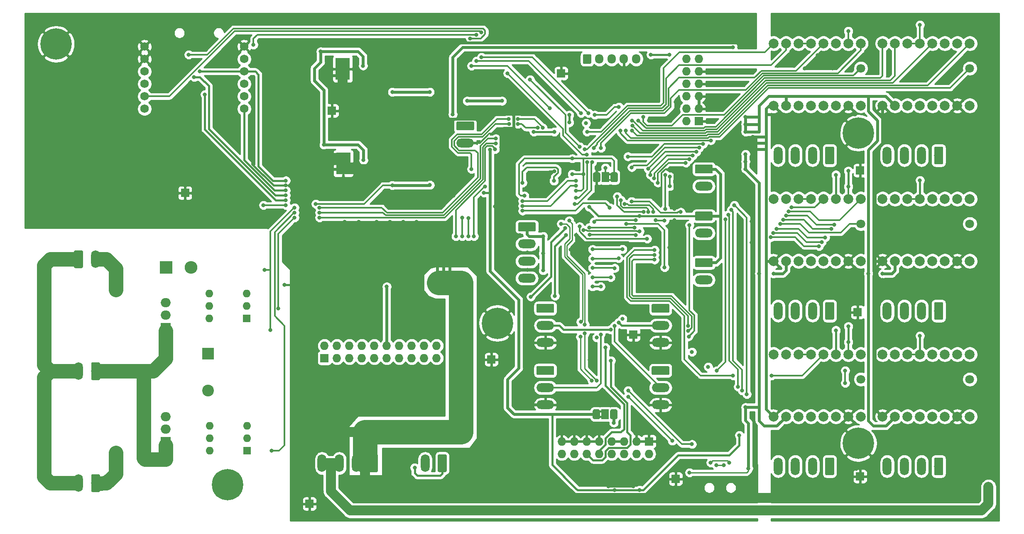
<source format=gbl>
G04 #@! TF.GenerationSoftware,KiCad,Pcbnew,(5.1.4-83-g4f57de968)-1*
G04 #@! TF.CreationDate,2020-04-08T14:11:41+03:00*
G04 #@! TF.ProjectId,3d_print_main,33645f70-7269-46e7-945f-6d61696e2e6b,rev?*
G04 #@! TF.SameCoordinates,Original*
G04 #@! TF.FileFunction,Copper,L2,Bot*
G04 #@! TF.FilePolarity,Positive*
%FSLAX46Y46*%
G04 Gerber Fmt 4.6, Leading zero omitted, Abs format (unit mm)*
G04 Created by KiCad (PCBNEW (5.1.4-83-g4f57de968)-1) date 2020-04-08 14:11:41*
%MOMM*%
%LPD*%
G04 APERTURE LIST*
%ADD10C,0.100000*%
%ADD11C,1.500000*%
%ADD12R,1.500000X2.000000*%
%ADD13C,1.800000*%
%ADD14C,2.000000*%
%ADD15O,2.000000X1.905000*%
%ADD16R,2.000000X1.905000*%
%ADD17C,1.750000*%
%ADD18R,1.700000X1.700000*%
%ADD19C,6.400000*%
%ADD20C,0.800000*%
%ADD21O,1.800000X3.600000*%
%ADD22O,2.600000X2.600000*%
%ADD23R,2.600000X2.600000*%
%ADD24O,1.600000X1.600000*%
%ADD25R,1.600000X1.600000*%
%ADD26O,3.600000X1.800000*%
%ADD27O,1.727200X1.727200*%
%ADD28R,1.727200X1.727200*%
%ADD29R,2.950000X4.500000*%
%ADD30C,0.600000*%
%ADD31O,1.700000X1.950000*%
%ADD32C,1.700000*%
%ADD33C,2.400000*%
%ADD34R,2.400000X2.400000*%
%ADD35C,1.500000*%
%ADD36C,2.000000*%
%ADD37C,0.600000*%
%ADD38C,0.400000*%
%ADD39C,0.300000*%
%ADD40C,0.350000*%
%ADD41C,5.000000*%
%ADD42C,0.250000*%
%ADD43C,3.000000*%
%ADD44C,0.254000*%
G04 APERTURE END LIST*
D10*
G36*
X153251833Y-105418527D02*
G01*
X152381833Y-105418527D01*
X152381833Y-105818527D01*
X153251833Y-105818527D01*
X153251833Y-105418527D01*
G37*
G36*
X153251833Y-106542527D02*
G01*
X152381833Y-106542527D01*
X152381833Y-106942527D01*
X153251833Y-106942527D01*
X153251833Y-106542527D01*
G37*
G36*
X154333000Y-58527000D02*
G01*
X155203000Y-58527000D01*
X155203000Y-58127000D01*
X154333000Y-58127000D01*
X154333000Y-58527000D01*
G37*
G36*
X154333000Y-57403000D02*
G01*
X155203000Y-57403000D01*
X155203000Y-57003000D01*
X154333000Y-57003000D01*
X154333000Y-57403000D01*
G37*
G36*
X152393589Y-105182333D02*
G01*
X152429992Y-105187733D01*
X152465690Y-105196674D01*
X152500339Y-105209072D01*
X152533607Y-105224807D01*
X152565172Y-105243726D01*
X152594730Y-105265648D01*
X152621998Y-105290362D01*
X152646712Y-105317630D01*
X152668634Y-105347188D01*
X152687553Y-105378753D01*
X152703288Y-105412021D01*
X152715686Y-105446670D01*
X152724627Y-105482368D01*
X152730027Y-105518771D01*
X152731833Y-105555527D01*
X152731833Y-106805527D01*
X152730027Y-106842283D01*
X152724627Y-106878686D01*
X152715686Y-106914384D01*
X152703288Y-106949033D01*
X152687553Y-106982301D01*
X152668634Y-107013866D01*
X152646712Y-107043424D01*
X152621998Y-107070692D01*
X152594730Y-107095406D01*
X152565172Y-107117328D01*
X152533607Y-107136247D01*
X152500339Y-107151982D01*
X152465690Y-107164380D01*
X152429992Y-107173321D01*
X152393589Y-107178721D01*
X152356833Y-107180527D01*
X151606833Y-107180527D01*
X151570077Y-107178721D01*
X151533674Y-107173321D01*
X151497976Y-107164380D01*
X151463327Y-107151982D01*
X151430059Y-107136247D01*
X151398494Y-107117328D01*
X151368936Y-107095406D01*
X151341668Y-107070692D01*
X151316954Y-107043424D01*
X151295032Y-107013866D01*
X151276113Y-106982301D01*
X151260378Y-106949033D01*
X151247980Y-106914384D01*
X151239039Y-106878686D01*
X151233639Y-106842283D01*
X151231833Y-106805527D01*
X151231833Y-105555527D01*
X151233639Y-105518771D01*
X151239039Y-105482368D01*
X151247980Y-105446670D01*
X151260378Y-105412021D01*
X151276113Y-105378753D01*
X151295032Y-105347188D01*
X151316954Y-105317630D01*
X151341668Y-105290362D01*
X151368936Y-105265648D01*
X151398494Y-105243726D01*
X151430059Y-105224807D01*
X151463327Y-105209072D01*
X151497976Y-105196674D01*
X151533674Y-105187733D01*
X151570077Y-105182333D01*
X151606833Y-105180527D01*
X152356833Y-105180527D01*
X152393589Y-105182333D01*
X152393589Y-105182333D01*
G37*
D11*
X151981833Y-106180527D03*
D10*
G36*
X155949589Y-105182333D02*
G01*
X155985992Y-105187733D01*
X156021690Y-105196674D01*
X156056339Y-105209072D01*
X156089607Y-105224807D01*
X156121172Y-105243726D01*
X156150730Y-105265648D01*
X156177998Y-105290362D01*
X156202712Y-105317630D01*
X156224634Y-105347188D01*
X156243553Y-105378753D01*
X156259288Y-105412021D01*
X156271686Y-105446670D01*
X156280627Y-105482368D01*
X156286027Y-105518771D01*
X156287833Y-105555527D01*
X156287833Y-106805527D01*
X156286027Y-106842283D01*
X156280627Y-106878686D01*
X156271686Y-106914384D01*
X156259288Y-106949033D01*
X156243553Y-106982301D01*
X156224634Y-107013866D01*
X156202712Y-107043424D01*
X156177998Y-107070692D01*
X156150730Y-107095406D01*
X156121172Y-107117328D01*
X156089607Y-107136247D01*
X156056339Y-107151982D01*
X156021690Y-107164380D01*
X155985992Y-107173321D01*
X155949589Y-107178721D01*
X155912833Y-107180527D01*
X155162833Y-107180527D01*
X155126077Y-107178721D01*
X155089674Y-107173321D01*
X155053976Y-107164380D01*
X155019327Y-107151982D01*
X154986059Y-107136247D01*
X154954494Y-107117328D01*
X154924936Y-107095406D01*
X154897668Y-107070692D01*
X154872954Y-107043424D01*
X154851032Y-107013866D01*
X154832113Y-106982301D01*
X154816378Y-106949033D01*
X154803980Y-106914384D01*
X154795039Y-106878686D01*
X154789639Y-106842283D01*
X154787833Y-106805527D01*
X154787833Y-105555527D01*
X154789639Y-105518771D01*
X154795039Y-105482368D01*
X154803980Y-105446670D01*
X154816378Y-105412021D01*
X154832113Y-105378753D01*
X154851032Y-105347188D01*
X154872954Y-105317630D01*
X154897668Y-105290362D01*
X154924936Y-105265648D01*
X154954494Y-105243726D01*
X154986059Y-105224807D01*
X155019327Y-105209072D01*
X155053976Y-105196674D01*
X155089674Y-105187733D01*
X155126077Y-105182333D01*
X155162833Y-105180527D01*
X155912833Y-105180527D01*
X155949589Y-105182333D01*
X155949589Y-105182333D01*
G37*
D11*
X155537833Y-106180527D03*
D12*
X153759833Y-106180527D03*
D10*
G36*
X156014756Y-56766806D02*
G01*
X156051159Y-56772206D01*
X156086857Y-56781147D01*
X156121506Y-56793545D01*
X156154774Y-56809280D01*
X156186339Y-56828199D01*
X156215897Y-56850121D01*
X156243165Y-56874835D01*
X156267879Y-56902103D01*
X156289801Y-56931661D01*
X156308720Y-56963226D01*
X156324455Y-56996494D01*
X156336853Y-57031143D01*
X156345794Y-57066841D01*
X156351194Y-57103244D01*
X156353000Y-57140000D01*
X156353000Y-58390000D01*
X156351194Y-58426756D01*
X156345794Y-58463159D01*
X156336853Y-58498857D01*
X156324455Y-58533506D01*
X156308720Y-58566774D01*
X156289801Y-58598339D01*
X156267879Y-58627897D01*
X156243165Y-58655165D01*
X156215897Y-58679879D01*
X156186339Y-58701801D01*
X156154774Y-58720720D01*
X156121506Y-58736455D01*
X156086857Y-58748853D01*
X156051159Y-58757794D01*
X156014756Y-58763194D01*
X155978000Y-58765000D01*
X155228000Y-58765000D01*
X155191244Y-58763194D01*
X155154841Y-58757794D01*
X155119143Y-58748853D01*
X155084494Y-58736455D01*
X155051226Y-58720720D01*
X155019661Y-58701801D01*
X154990103Y-58679879D01*
X154962835Y-58655165D01*
X154938121Y-58627897D01*
X154916199Y-58598339D01*
X154897280Y-58566774D01*
X154881545Y-58533506D01*
X154869147Y-58498857D01*
X154860206Y-58463159D01*
X154854806Y-58426756D01*
X154853000Y-58390000D01*
X154853000Y-57140000D01*
X154854806Y-57103244D01*
X154860206Y-57066841D01*
X154869147Y-57031143D01*
X154881545Y-56996494D01*
X154897280Y-56963226D01*
X154916199Y-56931661D01*
X154938121Y-56902103D01*
X154962835Y-56874835D01*
X154990103Y-56850121D01*
X155019661Y-56828199D01*
X155051226Y-56809280D01*
X155084494Y-56793545D01*
X155119143Y-56781147D01*
X155154841Y-56772206D01*
X155191244Y-56766806D01*
X155228000Y-56765000D01*
X155978000Y-56765000D01*
X156014756Y-56766806D01*
X156014756Y-56766806D01*
G37*
D11*
X155603000Y-57765000D03*
D10*
G36*
X152458756Y-56766806D02*
G01*
X152495159Y-56772206D01*
X152530857Y-56781147D01*
X152565506Y-56793545D01*
X152598774Y-56809280D01*
X152630339Y-56828199D01*
X152659897Y-56850121D01*
X152687165Y-56874835D01*
X152711879Y-56902103D01*
X152733801Y-56931661D01*
X152752720Y-56963226D01*
X152768455Y-56996494D01*
X152780853Y-57031143D01*
X152789794Y-57066841D01*
X152795194Y-57103244D01*
X152797000Y-57140000D01*
X152797000Y-58390000D01*
X152795194Y-58426756D01*
X152789794Y-58463159D01*
X152780853Y-58498857D01*
X152768455Y-58533506D01*
X152752720Y-58566774D01*
X152733801Y-58598339D01*
X152711879Y-58627897D01*
X152687165Y-58655165D01*
X152659897Y-58679879D01*
X152630339Y-58701801D01*
X152598774Y-58720720D01*
X152565506Y-58736455D01*
X152530857Y-58748853D01*
X152495159Y-58757794D01*
X152458756Y-58763194D01*
X152422000Y-58765000D01*
X151672000Y-58765000D01*
X151635244Y-58763194D01*
X151598841Y-58757794D01*
X151563143Y-58748853D01*
X151528494Y-58736455D01*
X151495226Y-58720720D01*
X151463661Y-58701801D01*
X151434103Y-58679879D01*
X151406835Y-58655165D01*
X151382121Y-58627897D01*
X151360199Y-58598339D01*
X151341280Y-58566774D01*
X151325545Y-58533506D01*
X151313147Y-58498857D01*
X151304206Y-58463159D01*
X151298806Y-58426756D01*
X151297000Y-58390000D01*
X151297000Y-57140000D01*
X151298806Y-57103244D01*
X151304206Y-57066841D01*
X151313147Y-57031143D01*
X151325545Y-56996494D01*
X151341280Y-56963226D01*
X151360199Y-56931661D01*
X151382121Y-56902103D01*
X151406835Y-56874835D01*
X151434103Y-56850121D01*
X151463661Y-56828199D01*
X151495226Y-56809280D01*
X151528494Y-56793545D01*
X151563143Y-56781147D01*
X151598841Y-56772206D01*
X151635244Y-56766806D01*
X151672000Y-56765000D01*
X152422000Y-56765000D01*
X152458756Y-56766806D01*
X152458756Y-56766806D01*
G37*
D11*
X152047000Y-57765000D03*
D12*
X153825000Y-57765000D03*
D13*
X205895002Y-35540000D03*
D14*
X205895002Y-43160000D03*
X203355002Y-43160000D03*
X200815002Y-43160000D03*
X198275002Y-43160000D03*
X195735002Y-43160000D03*
X193195002Y-43160000D03*
X190655002Y-43160000D03*
X188115002Y-43160000D03*
X188115002Y-30460000D03*
X190655002Y-30460000D03*
X193195002Y-30460000D03*
X195735002Y-30460000D03*
X198275002Y-30460000D03*
X200815002Y-30460000D03*
X203355002Y-30460000D03*
X205895002Y-30460000D03*
D13*
X205895000Y-67290000D03*
D14*
X205895000Y-74910000D03*
X203355000Y-74910000D03*
X200815000Y-74910000D03*
X198275000Y-74910000D03*
X195735000Y-74910000D03*
X193195000Y-74910000D03*
X190655000Y-74910000D03*
X188115000Y-74910000D03*
X188115000Y-62210000D03*
X190655000Y-62210000D03*
X193195000Y-62210000D03*
X195735000Y-62210000D03*
X198275000Y-62210000D03*
X200815000Y-62210000D03*
X203355000Y-62210000D03*
X205895000Y-62210000D03*
D13*
X228120000Y-35540000D03*
D14*
X228120000Y-43160000D03*
X225580000Y-43160000D03*
X223040000Y-43160000D03*
X220500000Y-43160000D03*
X217960000Y-43160000D03*
X215420000Y-43160000D03*
X212880000Y-43160000D03*
X210340000Y-43160000D03*
X210340000Y-30460000D03*
X212880000Y-30460000D03*
X215420000Y-30460000D03*
X217960000Y-30460000D03*
X220500000Y-30460000D03*
X223040000Y-30460000D03*
X225580000Y-30460000D03*
X228120000Y-30460000D03*
D13*
X205895002Y-99040002D03*
D14*
X205895002Y-106660002D03*
X203355002Y-106660002D03*
X200815002Y-106660002D03*
X198275002Y-106660002D03*
X195735002Y-106660002D03*
X193195002Y-106660002D03*
X190655002Y-106660002D03*
X188115002Y-106660002D03*
X188115002Y-93960002D03*
X190655002Y-93960002D03*
X193195002Y-93960002D03*
X195735002Y-93960002D03*
X198275002Y-93960002D03*
X200815002Y-93960002D03*
X203355002Y-93960002D03*
X205895002Y-93960002D03*
D13*
X228119998Y-99040000D03*
D14*
X228119998Y-106660000D03*
X225579998Y-106660000D03*
X223039998Y-106660000D03*
X220499998Y-106660000D03*
X217959998Y-106660000D03*
X215419998Y-106660000D03*
X212879998Y-106660000D03*
X210339998Y-106660000D03*
X210339998Y-93960000D03*
X212879998Y-93960000D03*
X215419998Y-93960000D03*
X217959998Y-93960000D03*
X220499998Y-93960000D03*
X223039998Y-93960000D03*
X225579998Y-93960000D03*
X228119998Y-93960000D03*
D13*
X228120000Y-67290000D03*
D14*
X228120000Y-74910000D03*
X225580000Y-74910000D03*
X223040000Y-74910000D03*
X220500000Y-74910000D03*
X217960000Y-74910000D03*
X215420000Y-74910000D03*
X212880000Y-74910000D03*
X210340000Y-74910000D03*
X210340000Y-62210000D03*
X212880000Y-62210000D03*
X215420000Y-62210000D03*
X217960000Y-62210000D03*
X220500000Y-62210000D03*
X223040000Y-62210000D03*
X225580000Y-62210000D03*
X228120000Y-62210000D03*
D15*
X64163000Y-106660000D03*
X64163000Y-109200000D03*
D16*
X64163000Y-111740000D03*
D15*
X64162998Y-83419000D03*
X64162998Y-85959000D03*
D16*
X64162998Y-88499000D03*
D17*
X80165000Y-31095000D03*
X80165000Y-33635000D03*
X80165000Y-36175000D03*
X80165000Y-38715000D03*
X80165000Y-41255000D03*
X80165000Y-43795000D03*
X59845000Y-43795000D03*
X59845000Y-41255000D03*
X59845000Y-38715000D03*
X59845000Y-36175000D03*
X59845000Y-33635000D03*
X59845000Y-31095000D03*
D18*
X205740000Y-56388000D03*
X205232000Y-85344000D03*
X205740000Y-118872000D03*
X68105396Y-60995595D03*
X93472000Y-124460000D03*
X98044000Y-44196000D03*
X130556000Y-94996000D03*
X144780000Y-36576000D03*
X168148000Y-119380000D03*
X159512000Y-89916000D03*
D19*
X76800000Y-120600000D03*
D20*
X79200000Y-120600000D03*
X78497056Y-122297056D03*
X76800000Y-123000000D03*
X75102944Y-122297056D03*
X74400000Y-120600000D03*
X75102944Y-118902944D03*
X76800000Y-118200000D03*
X78497056Y-118902944D03*
D19*
X131800000Y-87600000D03*
D20*
X134200000Y-87600000D03*
X133497056Y-89297056D03*
X131800000Y-90000000D03*
X130102944Y-89297056D03*
X129400000Y-87600000D03*
X130102944Y-85902944D03*
X131800000Y-85200000D03*
X133497056Y-85902944D03*
D19*
X205400000Y-48748000D03*
D20*
X207800000Y-48748000D03*
X207097056Y-50445056D03*
X205400000Y-51148000D03*
X203702944Y-50445056D03*
X203000000Y-48748000D03*
X203702944Y-47050944D03*
X205400000Y-46348000D03*
X207097056Y-47050944D03*
D19*
X205400000Y-112100000D03*
D20*
X207800000Y-112100000D03*
X207097056Y-113797056D03*
X205400000Y-114500000D03*
X203702944Y-113797056D03*
X203000000Y-112100000D03*
X203702944Y-110402944D03*
X205400000Y-109700000D03*
X207097056Y-110402944D03*
X43497056Y-28902944D03*
X41800000Y-28200000D03*
X40102944Y-28902944D03*
X39400000Y-30600000D03*
X40102944Y-32297056D03*
X41800000Y-33000000D03*
X43497056Y-32297056D03*
X44200000Y-30600000D03*
D19*
X41800000Y-30600000D03*
D10*
G36*
X107214504Y-114386204D02*
G01*
X107238773Y-114389804D01*
X107262571Y-114395765D01*
X107285671Y-114404030D01*
X107307849Y-114414520D01*
X107328893Y-114427133D01*
X107348598Y-114441747D01*
X107366777Y-114458223D01*
X107383253Y-114476402D01*
X107397867Y-114496107D01*
X107410480Y-114517151D01*
X107420970Y-114539329D01*
X107429235Y-114562429D01*
X107435196Y-114586227D01*
X107438796Y-114610496D01*
X107440000Y-114635000D01*
X107440000Y-117735000D01*
X107438796Y-117759504D01*
X107435196Y-117783773D01*
X107429235Y-117807571D01*
X107420970Y-117830671D01*
X107410480Y-117852849D01*
X107397867Y-117873893D01*
X107383253Y-117893598D01*
X107366777Y-117911777D01*
X107348598Y-117928253D01*
X107328893Y-117942867D01*
X107307849Y-117955480D01*
X107285671Y-117965970D01*
X107262571Y-117974235D01*
X107238773Y-117980196D01*
X107214504Y-117983796D01*
X107190000Y-117985000D01*
X105890000Y-117985000D01*
X105865496Y-117983796D01*
X105841227Y-117980196D01*
X105817429Y-117974235D01*
X105794329Y-117965970D01*
X105772151Y-117955480D01*
X105751107Y-117942867D01*
X105731402Y-117928253D01*
X105713223Y-117911777D01*
X105696747Y-117893598D01*
X105682133Y-117873893D01*
X105669520Y-117852849D01*
X105659030Y-117830671D01*
X105650765Y-117807571D01*
X105644804Y-117783773D01*
X105641204Y-117759504D01*
X105640000Y-117735000D01*
X105640000Y-114635000D01*
X105641204Y-114610496D01*
X105644804Y-114586227D01*
X105650765Y-114562429D01*
X105659030Y-114539329D01*
X105669520Y-114517151D01*
X105682133Y-114496107D01*
X105696747Y-114476402D01*
X105713223Y-114458223D01*
X105731402Y-114441747D01*
X105751107Y-114427133D01*
X105772151Y-114414520D01*
X105794329Y-114404030D01*
X105817429Y-114395765D01*
X105841227Y-114389804D01*
X105865496Y-114386204D01*
X105890000Y-114385000D01*
X107190000Y-114385000D01*
X107214504Y-114386204D01*
X107214504Y-114386204D01*
G37*
D13*
X106540000Y-116185000D03*
D21*
X103040000Y-116185000D03*
X99540000Y-116185000D03*
X96040000Y-116185000D03*
D22*
X69370000Y-76180000D03*
D23*
X64290000Y-76180000D03*
D24*
X73180000Y-113645000D03*
X80800000Y-108565000D03*
X73180000Y-111105000D03*
X80800000Y-111105000D03*
X73180000Y-108565000D03*
D25*
X80800000Y-113645000D03*
D10*
G36*
X50557504Y-118450206D02*
G01*
X50581773Y-118453806D01*
X50605571Y-118459767D01*
X50628671Y-118468032D01*
X50650849Y-118478522D01*
X50671893Y-118491135D01*
X50691598Y-118505749D01*
X50709777Y-118522225D01*
X50726253Y-118540404D01*
X50740867Y-118560109D01*
X50753480Y-118581153D01*
X50763970Y-118603331D01*
X50772235Y-118626431D01*
X50778196Y-118650229D01*
X50781796Y-118674498D01*
X50783000Y-118699002D01*
X50783000Y-121799002D01*
X50781796Y-121823506D01*
X50778196Y-121847775D01*
X50772235Y-121871573D01*
X50763970Y-121894673D01*
X50753480Y-121916851D01*
X50740867Y-121937895D01*
X50726253Y-121957600D01*
X50709777Y-121975779D01*
X50691598Y-121992255D01*
X50671893Y-122006869D01*
X50650849Y-122019482D01*
X50628671Y-122029972D01*
X50605571Y-122038237D01*
X50581773Y-122044198D01*
X50557504Y-122047798D01*
X50533000Y-122049002D01*
X49233000Y-122049002D01*
X49208496Y-122047798D01*
X49184227Y-122044198D01*
X49160429Y-122038237D01*
X49137329Y-122029972D01*
X49115151Y-122019482D01*
X49094107Y-122006869D01*
X49074402Y-121992255D01*
X49056223Y-121975779D01*
X49039747Y-121957600D01*
X49025133Y-121937895D01*
X49012520Y-121916851D01*
X49002030Y-121894673D01*
X48993765Y-121871573D01*
X48987804Y-121847775D01*
X48984204Y-121823506D01*
X48983000Y-121799002D01*
X48983000Y-118699002D01*
X48984204Y-118674498D01*
X48987804Y-118650229D01*
X48993765Y-118626431D01*
X49002030Y-118603331D01*
X49012520Y-118581153D01*
X49025133Y-118560109D01*
X49039747Y-118540404D01*
X49056223Y-118522225D01*
X49074402Y-118505749D01*
X49094107Y-118491135D01*
X49115151Y-118478522D01*
X49137329Y-118468032D01*
X49160429Y-118459767D01*
X49184227Y-118453806D01*
X49208496Y-118450206D01*
X49233000Y-118449002D01*
X50533000Y-118449002D01*
X50557504Y-118450206D01*
X50557504Y-118450206D01*
G37*
D13*
X49883000Y-120249002D03*
D21*
X46383000Y-120249002D03*
D10*
G36*
X222444502Y-51521206D02*
G01*
X222468771Y-51524806D01*
X222492569Y-51530767D01*
X222515669Y-51539032D01*
X222537847Y-51549522D01*
X222558891Y-51562135D01*
X222578596Y-51576749D01*
X222596775Y-51593225D01*
X222613251Y-51611404D01*
X222627865Y-51631109D01*
X222640478Y-51652153D01*
X222650968Y-51674331D01*
X222659233Y-51697431D01*
X222665194Y-51721229D01*
X222668794Y-51745498D01*
X222669998Y-51770002D01*
X222669998Y-54870002D01*
X222668794Y-54894506D01*
X222665194Y-54918775D01*
X222659233Y-54942573D01*
X222650968Y-54965673D01*
X222640478Y-54987851D01*
X222627865Y-55008895D01*
X222613251Y-55028600D01*
X222596775Y-55046779D01*
X222578596Y-55063255D01*
X222558891Y-55077869D01*
X222537847Y-55090482D01*
X222515669Y-55100972D01*
X222492569Y-55109237D01*
X222468771Y-55115198D01*
X222444502Y-55118798D01*
X222419998Y-55120002D01*
X221119998Y-55120002D01*
X221095494Y-55118798D01*
X221071225Y-55115198D01*
X221047427Y-55109237D01*
X221024327Y-55100972D01*
X221002149Y-55090482D01*
X220981105Y-55077869D01*
X220961400Y-55063255D01*
X220943221Y-55046779D01*
X220926745Y-55028600D01*
X220912131Y-55008895D01*
X220899518Y-54987851D01*
X220889028Y-54965673D01*
X220880763Y-54942573D01*
X220874802Y-54918775D01*
X220871202Y-54894506D01*
X220869998Y-54870002D01*
X220869998Y-51770002D01*
X220871202Y-51745498D01*
X220874802Y-51721229D01*
X220880763Y-51697431D01*
X220889028Y-51674331D01*
X220899518Y-51652153D01*
X220912131Y-51631109D01*
X220926745Y-51611404D01*
X220943221Y-51593225D01*
X220961400Y-51576749D01*
X220981105Y-51562135D01*
X221002149Y-51549522D01*
X221024327Y-51539032D01*
X221047427Y-51530767D01*
X221071225Y-51524806D01*
X221095494Y-51521206D01*
X221119998Y-51520002D01*
X222419998Y-51520002D01*
X222444502Y-51521206D01*
X222444502Y-51521206D01*
G37*
D13*
X221769998Y-53320002D03*
D21*
X218269998Y-53320002D03*
X214769998Y-53320002D03*
X211269998Y-53320002D03*
D10*
G36*
X200219505Y-115021206D02*
G01*
X200243774Y-115024806D01*
X200267572Y-115030767D01*
X200290672Y-115039032D01*
X200312850Y-115049522D01*
X200333894Y-115062135D01*
X200353599Y-115076749D01*
X200371778Y-115093225D01*
X200388254Y-115111404D01*
X200402868Y-115131109D01*
X200415481Y-115152153D01*
X200425971Y-115174331D01*
X200434236Y-115197431D01*
X200440197Y-115221229D01*
X200443797Y-115245498D01*
X200445001Y-115270002D01*
X200445001Y-118370002D01*
X200443797Y-118394506D01*
X200440197Y-118418775D01*
X200434236Y-118442573D01*
X200425971Y-118465673D01*
X200415481Y-118487851D01*
X200402868Y-118508895D01*
X200388254Y-118528600D01*
X200371778Y-118546779D01*
X200353599Y-118563255D01*
X200333894Y-118577869D01*
X200312850Y-118590482D01*
X200290672Y-118600972D01*
X200267572Y-118609237D01*
X200243774Y-118615198D01*
X200219505Y-118618798D01*
X200195001Y-118620002D01*
X198895001Y-118620002D01*
X198870497Y-118618798D01*
X198846228Y-118615198D01*
X198822430Y-118609237D01*
X198799330Y-118600972D01*
X198777152Y-118590482D01*
X198756108Y-118577869D01*
X198736403Y-118563255D01*
X198718224Y-118546779D01*
X198701748Y-118528600D01*
X198687134Y-118508895D01*
X198674521Y-118487851D01*
X198664031Y-118465673D01*
X198655766Y-118442573D01*
X198649805Y-118418775D01*
X198646205Y-118394506D01*
X198645001Y-118370002D01*
X198645001Y-115270002D01*
X198646205Y-115245498D01*
X198649805Y-115221229D01*
X198655766Y-115197431D01*
X198664031Y-115174331D01*
X198674521Y-115152153D01*
X198687134Y-115131109D01*
X198701748Y-115111404D01*
X198718224Y-115093225D01*
X198736403Y-115076749D01*
X198756108Y-115062135D01*
X198777152Y-115049522D01*
X198799330Y-115039032D01*
X198822430Y-115030767D01*
X198846228Y-115024806D01*
X198870497Y-115021206D01*
X198895001Y-115020002D01*
X200195001Y-115020002D01*
X200219505Y-115021206D01*
X200219505Y-115021206D01*
G37*
D13*
X199545001Y-116820002D03*
D21*
X196045001Y-116820002D03*
X192545001Y-116820002D03*
X189045001Y-116820002D03*
D10*
G36*
X222444502Y-115021204D02*
G01*
X222468771Y-115024804D01*
X222492569Y-115030765D01*
X222515669Y-115039030D01*
X222537847Y-115049520D01*
X222558891Y-115062133D01*
X222578596Y-115076747D01*
X222596775Y-115093223D01*
X222613251Y-115111402D01*
X222627865Y-115131107D01*
X222640478Y-115152151D01*
X222650968Y-115174329D01*
X222659233Y-115197429D01*
X222665194Y-115221227D01*
X222668794Y-115245496D01*
X222669998Y-115270000D01*
X222669998Y-118370000D01*
X222668794Y-118394504D01*
X222665194Y-118418773D01*
X222659233Y-118442571D01*
X222650968Y-118465671D01*
X222640478Y-118487849D01*
X222627865Y-118508893D01*
X222613251Y-118528598D01*
X222596775Y-118546777D01*
X222578596Y-118563253D01*
X222558891Y-118577867D01*
X222537847Y-118590480D01*
X222515669Y-118600970D01*
X222492569Y-118609235D01*
X222468771Y-118615196D01*
X222444502Y-118618796D01*
X222419998Y-118620000D01*
X221119998Y-118620000D01*
X221095494Y-118618796D01*
X221071225Y-118615196D01*
X221047427Y-118609235D01*
X221024327Y-118600970D01*
X221002149Y-118590480D01*
X220981105Y-118577867D01*
X220961400Y-118563253D01*
X220943221Y-118546777D01*
X220926745Y-118528598D01*
X220912131Y-118508893D01*
X220899518Y-118487849D01*
X220889028Y-118465671D01*
X220880763Y-118442571D01*
X220874802Y-118418773D01*
X220871202Y-118394504D01*
X220869998Y-118370000D01*
X220869998Y-115270000D01*
X220871202Y-115245496D01*
X220874802Y-115221227D01*
X220880763Y-115197429D01*
X220889028Y-115174329D01*
X220899518Y-115152151D01*
X220912131Y-115131107D01*
X220926745Y-115111402D01*
X220943221Y-115093223D01*
X220961400Y-115076747D01*
X220981105Y-115062133D01*
X221002149Y-115049520D01*
X221024327Y-115039030D01*
X221047427Y-115030765D01*
X221071225Y-115024804D01*
X221095494Y-115021204D01*
X221119998Y-115020000D01*
X222419998Y-115020000D01*
X222444502Y-115021204D01*
X222444502Y-115021204D01*
G37*
D13*
X221769998Y-116820000D03*
D21*
X218269998Y-116820000D03*
X214769998Y-116820000D03*
X211269998Y-116820000D03*
D10*
G36*
X200219504Y-83271205D02*
G01*
X200243773Y-83274805D01*
X200267571Y-83280766D01*
X200290671Y-83289031D01*
X200312849Y-83299521D01*
X200333893Y-83312134D01*
X200353598Y-83326748D01*
X200371777Y-83343224D01*
X200388253Y-83361403D01*
X200402867Y-83381108D01*
X200415480Y-83402152D01*
X200425970Y-83424330D01*
X200434235Y-83447430D01*
X200440196Y-83471228D01*
X200443796Y-83495497D01*
X200445000Y-83520001D01*
X200445000Y-86620001D01*
X200443796Y-86644505D01*
X200440196Y-86668774D01*
X200434235Y-86692572D01*
X200425970Y-86715672D01*
X200415480Y-86737850D01*
X200402867Y-86758894D01*
X200388253Y-86778599D01*
X200371777Y-86796778D01*
X200353598Y-86813254D01*
X200333893Y-86827868D01*
X200312849Y-86840481D01*
X200290671Y-86850971D01*
X200267571Y-86859236D01*
X200243773Y-86865197D01*
X200219504Y-86868797D01*
X200195000Y-86870001D01*
X198895000Y-86870001D01*
X198870496Y-86868797D01*
X198846227Y-86865197D01*
X198822429Y-86859236D01*
X198799329Y-86850971D01*
X198777151Y-86840481D01*
X198756107Y-86827868D01*
X198736402Y-86813254D01*
X198718223Y-86796778D01*
X198701747Y-86778599D01*
X198687133Y-86758894D01*
X198674520Y-86737850D01*
X198664030Y-86715672D01*
X198655765Y-86692572D01*
X198649804Y-86668774D01*
X198646204Y-86644505D01*
X198645000Y-86620001D01*
X198645000Y-83520001D01*
X198646204Y-83495497D01*
X198649804Y-83471228D01*
X198655765Y-83447430D01*
X198664030Y-83424330D01*
X198674520Y-83402152D01*
X198687133Y-83381108D01*
X198701747Y-83361403D01*
X198718223Y-83343224D01*
X198736402Y-83326748D01*
X198756107Y-83312134D01*
X198777151Y-83299521D01*
X198799329Y-83289031D01*
X198822429Y-83280766D01*
X198846227Y-83274805D01*
X198870496Y-83271205D01*
X198895000Y-83270001D01*
X200195000Y-83270001D01*
X200219504Y-83271205D01*
X200219504Y-83271205D01*
G37*
D13*
X199545000Y-85070001D03*
D21*
X196045000Y-85070001D03*
X192545000Y-85070001D03*
X189045000Y-85070001D03*
D10*
G36*
X200219504Y-51521204D02*
G01*
X200243773Y-51524804D01*
X200267571Y-51530765D01*
X200290671Y-51539030D01*
X200312849Y-51549520D01*
X200333893Y-51562133D01*
X200353598Y-51576747D01*
X200371777Y-51593223D01*
X200388253Y-51611402D01*
X200402867Y-51631107D01*
X200415480Y-51652151D01*
X200425970Y-51674329D01*
X200434235Y-51697429D01*
X200440196Y-51721227D01*
X200443796Y-51745496D01*
X200445000Y-51770000D01*
X200445000Y-54870000D01*
X200443796Y-54894504D01*
X200440196Y-54918773D01*
X200434235Y-54942571D01*
X200425970Y-54965671D01*
X200415480Y-54987849D01*
X200402867Y-55008893D01*
X200388253Y-55028598D01*
X200371777Y-55046777D01*
X200353598Y-55063253D01*
X200333893Y-55077867D01*
X200312849Y-55090480D01*
X200290671Y-55100970D01*
X200267571Y-55109235D01*
X200243773Y-55115196D01*
X200219504Y-55118796D01*
X200195000Y-55120000D01*
X198895000Y-55120000D01*
X198870496Y-55118796D01*
X198846227Y-55115196D01*
X198822429Y-55109235D01*
X198799329Y-55100970D01*
X198777151Y-55090480D01*
X198756107Y-55077867D01*
X198736402Y-55063253D01*
X198718223Y-55046777D01*
X198701747Y-55028598D01*
X198687133Y-55008893D01*
X198674520Y-54987849D01*
X198664030Y-54965671D01*
X198655765Y-54942571D01*
X198649804Y-54918773D01*
X198646204Y-54894504D01*
X198645000Y-54870000D01*
X198645000Y-51770000D01*
X198646204Y-51745496D01*
X198649804Y-51721227D01*
X198655765Y-51697429D01*
X198664030Y-51674329D01*
X198674520Y-51652151D01*
X198687133Y-51631107D01*
X198701747Y-51611402D01*
X198718223Y-51593223D01*
X198736402Y-51576747D01*
X198756107Y-51562133D01*
X198777151Y-51549520D01*
X198799329Y-51539030D01*
X198822429Y-51530765D01*
X198846227Y-51524804D01*
X198870496Y-51521204D01*
X198895000Y-51520000D01*
X200195000Y-51520000D01*
X200219504Y-51521204D01*
X200219504Y-51521204D01*
G37*
D13*
X199545000Y-53320000D03*
D21*
X196045000Y-53320000D03*
X192545000Y-53320000D03*
X189045000Y-53320000D03*
D10*
G36*
X222444503Y-83271202D02*
G01*
X222468772Y-83274802D01*
X222492570Y-83280763D01*
X222515670Y-83289028D01*
X222537848Y-83299518D01*
X222558892Y-83312131D01*
X222578597Y-83326745D01*
X222596776Y-83343221D01*
X222613252Y-83361400D01*
X222627866Y-83381105D01*
X222640479Y-83402149D01*
X222650969Y-83424327D01*
X222659234Y-83447427D01*
X222665195Y-83471225D01*
X222668795Y-83495494D01*
X222669999Y-83519998D01*
X222669999Y-86619998D01*
X222668795Y-86644502D01*
X222665195Y-86668771D01*
X222659234Y-86692569D01*
X222650969Y-86715669D01*
X222640479Y-86737847D01*
X222627866Y-86758891D01*
X222613252Y-86778596D01*
X222596776Y-86796775D01*
X222578597Y-86813251D01*
X222558892Y-86827865D01*
X222537848Y-86840478D01*
X222515670Y-86850968D01*
X222492570Y-86859233D01*
X222468772Y-86865194D01*
X222444503Y-86868794D01*
X222419999Y-86869998D01*
X221119999Y-86869998D01*
X221095495Y-86868794D01*
X221071226Y-86865194D01*
X221047428Y-86859233D01*
X221024328Y-86850968D01*
X221002150Y-86840478D01*
X220981106Y-86827865D01*
X220961401Y-86813251D01*
X220943222Y-86796775D01*
X220926746Y-86778596D01*
X220912132Y-86758891D01*
X220899519Y-86737847D01*
X220889029Y-86715669D01*
X220880764Y-86692569D01*
X220874803Y-86668771D01*
X220871203Y-86644502D01*
X220869999Y-86619998D01*
X220869999Y-83519998D01*
X220871203Y-83495494D01*
X220874803Y-83471225D01*
X220880764Y-83447427D01*
X220889029Y-83424327D01*
X220899519Y-83402149D01*
X220912132Y-83381105D01*
X220926746Y-83361400D01*
X220943222Y-83343221D01*
X220961401Y-83326745D01*
X220981106Y-83312131D01*
X221002150Y-83299518D01*
X221024328Y-83289028D01*
X221047428Y-83280763D01*
X221071226Y-83274802D01*
X221095495Y-83271202D01*
X221119999Y-83269998D01*
X222419999Y-83269998D01*
X222444503Y-83271202D01*
X222444503Y-83271202D01*
G37*
D13*
X221769999Y-85069998D03*
D21*
X218269999Y-85069998D03*
X214769999Y-85069998D03*
X211269999Y-85069998D03*
D10*
G36*
X139397503Y-67011207D02*
G01*
X139421772Y-67014807D01*
X139445570Y-67020768D01*
X139468670Y-67029033D01*
X139490848Y-67039523D01*
X139511892Y-67052136D01*
X139531597Y-67066750D01*
X139549776Y-67083226D01*
X139566252Y-67101405D01*
X139580866Y-67121110D01*
X139593479Y-67142154D01*
X139603969Y-67164332D01*
X139612234Y-67187432D01*
X139618195Y-67211230D01*
X139621795Y-67235499D01*
X139622999Y-67260003D01*
X139622999Y-68560003D01*
X139621795Y-68584507D01*
X139618195Y-68608776D01*
X139612234Y-68632574D01*
X139603969Y-68655674D01*
X139593479Y-68677852D01*
X139580866Y-68698896D01*
X139566252Y-68718601D01*
X139549776Y-68736780D01*
X139531597Y-68753256D01*
X139511892Y-68767870D01*
X139490848Y-68780483D01*
X139468670Y-68790973D01*
X139445570Y-68799238D01*
X139421772Y-68805199D01*
X139397503Y-68808799D01*
X139372999Y-68810003D01*
X136272999Y-68810003D01*
X136248495Y-68808799D01*
X136224226Y-68805199D01*
X136200428Y-68799238D01*
X136177328Y-68790973D01*
X136155150Y-68780483D01*
X136134106Y-68767870D01*
X136114401Y-68753256D01*
X136096222Y-68736780D01*
X136079746Y-68718601D01*
X136065132Y-68698896D01*
X136052519Y-68677852D01*
X136042029Y-68655674D01*
X136033764Y-68632574D01*
X136027803Y-68608776D01*
X136024203Y-68584507D01*
X136022999Y-68560003D01*
X136022999Y-67260003D01*
X136024203Y-67235499D01*
X136027803Y-67211230D01*
X136033764Y-67187432D01*
X136042029Y-67164332D01*
X136052519Y-67142154D01*
X136065132Y-67121110D01*
X136079746Y-67101405D01*
X136096222Y-67083226D01*
X136114401Y-67066750D01*
X136134106Y-67052136D01*
X136155150Y-67039523D01*
X136177328Y-67029033D01*
X136200428Y-67020768D01*
X136224226Y-67014807D01*
X136248495Y-67011207D01*
X136272999Y-67010003D01*
X139372999Y-67010003D01*
X139397503Y-67011207D01*
X139397503Y-67011207D01*
G37*
D13*
X137822999Y-67910003D03*
D26*
X137822999Y-71410003D03*
X137822999Y-74910003D03*
X137822999Y-78410003D03*
D10*
G36*
X143144004Y-96348206D02*
G01*
X143168273Y-96351806D01*
X143192071Y-96357767D01*
X143215171Y-96366032D01*
X143237349Y-96376522D01*
X143258393Y-96389135D01*
X143278098Y-96403749D01*
X143296277Y-96420225D01*
X143312753Y-96438404D01*
X143327367Y-96458109D01*
X143339980Y-96479153D01*
X143350470Y-96501331D01*
X143358735Y-96524431D01*
X143364696Y-96548229D01*
X143368296Y-96572498D01*
X143369500Y-96597002D01*
X143369500Y-97897002D01*
X143368296Y-97921506D01*
X143364696Y-97945775D01*
X143358735Y-97969573D01*
X143350470Y-97992673D01*
X143339980Y-98014851D01*
X143327367Y-98035895D01*
X143312753Y-98055600D01*
X143296277Y-98073779D01*
X143278098Y-98090255D01*
X143258393Y-98104869D01*
X143237349Y-98117482D01*
X143215171Y-98127972D01*
X143192071Y-98136237D01*
X143168273Y-98142198D01*
X143144004Y-98145798D01*
X143119500Y-98147002D01*
X140019500Y-98147002D01*
X139994996Y-98145798D01*
X139970727Y-98142198D01*
X139946929Y-98136237D01*
X139923829Y-98127972D01*
X139901651Y-98117482D01*
X139880607Y-98104869D01*
X139860902Y-98090255D01*
X139842723Y-98073779D01*
X139826247Y-98055600D01*
X139811633Y-98035895D01*
X139799020Y-98014851D01*
X139788530Y-97992673D01*
X139780265Y-97969573D01*
X139774304Y-97945775D01*
X139770704Y-97921506D01*
X139769500Y-97897002D01*
X139769500Y-96597002D01*
X139770704Y-96572498D01*
X139774304Y-96548229D01*
X139780265Y-96524431D01*
X139788530Y-96501331D01*
X139799020Y-96479153D01*
X139811633Y-96458109D01*
X139826247Y-96438404D01*
X139842723Y-96420225D01*
X139860902Y-96403749D01*
X139880607Y-96389135D01*
X139901651Y-96376522D01*
X139923829Y-96366032D01*
X139946929Y-96357767D01*
X139970727Y-96351806D01*
X139994996Y-96348206D01*
X140019500Y-96347002D01*
X143119500Y-96347002D01*
X143144004Y-96348206D01*
X143144004Y-96348206D01*
G37*
D13*
X141569500Y-97247002D03*
D26*
X141569500Y-100747002D03*
X141569500Y-104247002D03*
D10*
G36*
X143144001Y-83648202D02*
G01*
X143168270Y-83651802D01*
X143192068Y-83657763D01*
X143215168Y-83666028D01*
X143237346Y-83676518D01*
X143258390Y-83689131D01*
X143278095Y-83703745D01*
X143296274Y-83720221D01*
X143312750Y-83738400D01*
X143327364Y-83758105D01*
X143339977Y-83779149D01*
X143350467Y-83801327D01*
X143358732Y-83824427D01*
X143364693Y-83848225D01*
X143368293Y-83872494D01*
X143369497Y-83896998D01*
X143369497Y-85196998D01*
X143368293Y-85221502D01*
X143364693Y-85245771D01*
X143358732Y-85269569D01*
X143350467Y-85292669D01*
X143339977Y-85314847D01*
X143327364Y-85335891D01*
X143312750Y-85355596D01*
X143296274Y-85373775D01*
X143278095Y-85390251D01*
X143258390Y-85404865D01*
X143237346Y-85417478D01*
X143215168Y-85427968D01*
X143192068Y-85436233D01*
X143168270Y-85442194D01*
X143144001Y-85445794D01*
X143119497Y-85446998D01*
X140019497Y-85446998D01*
X139994993Y-85445794D01*
X139970724Y-85442194D01*
X139946926Y-85436233D01*
X139923826Y-85427968D01*
X139901648Y-85417478D01*
X139880604Y-85404865D01*
X139860899Y-85390251D01*
X139842720Y-85373775D01*
X139826244Y-85355596D01*
X139811630Y-85335891D01*
X139799017Y-85314847D01*
X139788527Y-85292669D01*
X139780262Y-85269569D01*
X139774301Y-85245771D01*
X139770701Y-85221502D01*
X139769497Y-85196998D01*
X139769497Y-83896998D01*
X139770701Y-83872494D01*
X139774301Y-83848225D01*
X139780262Y-83824427D01*
X139788527Y-83801327D01*
X139799017Y-83779149D01*
X139811630Y-83758105D01*
X139826244Y-83738400D01*
X139842720Y-83720221D01*
X139860899Y-83703745D01*
X139880604Y-83689131D01*
X139901648Y-83676518D01*
X139923826Y-83666028D01*
X139946926Y-83657763D01*
X139970724Y-83651802D01*
X139994993Y-83648202D01*
X140019497Y-83646998D01*
X143119497Y-83646998D01*
X143144001Y-83648202D01*
X143144001Y-83648202D01*
G37*
D13*
X141569497Y-84546998D03*
D26*
X141569497Y-88046998D03*
X141569497Y-91546998D03*
D10*
G36*
X166639004Y-96363205D02*
G01*
X166663273Y-96366805D01*
X166687071Y-96372766D01*
X166710171Y-96381031D01*
X166732349Y-96391521D01*
X166753393Y-96404134D01*
X166773098Y-96418748D01*
X166791277Y-96435224D01*
X166807753Y-96453403D01*
X166822367Y-96473108D01*
X166834980Y-96494152D01*
X166845470Y-96516330D01*
X166853735Y-96539430D01*
X166859696Y-96563228D01*
X166863296Y-96587497D01*
X166864500Y-96612001D01*
X166864500Y-97912001D01*
X166863296Y-97936505D01*
X166859696Y-97960774D01*
X166853735Y-97984572D01*
X166845470Y-98007672D01*
X166834980Y-98029850D01*
X166822367Y-98050894D01*
X166807753Y-98070599D01*
X166791277Y-98088778D01*
X166773098Y-98105254D01*
X166753393Y-98119868D01*
X166732349Y-98132481D01*
X166710171Y-98142971D01*
X166687071Y-98151236D01*
X166663273Y-98157197D01*
X166639004Y-98160797D01*
X166614500Y-98162001D01*
X163514500Y-98162001D01*
X163489996Y-98160797D01*
X163465727Y-98157197D01*
X163441929Y-98151236D01*
X163418829Y-98142971D01*
X163396651Y-98132481D01*
X163375607Y-98119868D01*
X163355902Y-98105254D01*
X163337723Y-98088778D01*
X163321247Y-98070599D01*
X163306633Y-98050894D01*
X163294020Y-98029850D01*
X163283530Y-98007672D01*
X163275265Y-97984572D01*
X163269304Y-97960774D01*
X163265704Y-97936505D01*
X163264500Y-97912001D01*
X163264500Y-96612001D01*
X163265704Y-96587497D01*
X163269304Y-96563228D01*
X163275265Y-96539430D01*
X163283530Y-96516330D01*
X163294020Y-96494152D01*
X163306633Y-96473108D01*
X163321247Y-96453403D01*
X163337723Y-96435224D01*
X163355902Y-96418748D01*
X163375607Y-96404134D01*
X163396651Y-96391521D01*
X163418829Y-96381031D01*
X163441929Y-96372766D01*
X163465727Y-96366805D01*
X163489996Y-96363205D01*
X163514500Y-96362001D01*
X166614500Y-96362001D01*
X166639004Y-96363205D01*
X166639004Y-96363205D01*
G37*
D13*
X165064500Y-97262001D03*
D26*
X165064500Y-100762001D03*
X165064500Y-104262001D03*
D10*
G36*
X166639004Y-83648204D02*
G01*
X166663273Y-83651804D01*
X166687071Y-83657765D01*
X166710171Y-83666030D01*
X166732349Y-83676520D01*
X166753393Y-83689133D01*
X166773098Y-83703747D01*
X166791277Y-83720223D01*
X166807753Y-83738402D01*
X166822367Y-83758107D01*
X166834980Y-83779151D01*
X166845470Y-83801329D01*
X166853735Y-83824429D01*
X166859696Y-83848227D01*
X166863296Y-83872496D01*
X166864500Y-83897000D01*
X166864500Y-85197000D01*
X166863296Y-85221504D01*
X166859696Y-85245773D01*
X166853735Y-85269571D01*
X166845470Y-85292671D01*
X166834980Y-85314849D01*
X166822367Y-85335893D01*
X166807753Y-85355598D01*
X166791277Y-85373777D01*
X166773098Y-85390253D01*
X166753393Y-85404867D01*
X166732349Y-85417480D01*
X166710171Y-85427970D01*
X166687071Y-85436235D01*
X166663273Y-85442196D01*
X166639004Y-85445796D01*
X166614500Y-85447000D01*
X163514500Y-85447000D01*
X163489996Y-85445796D01*
X163465727Y-85442196D01*
X163441929Y-85436235D01*
X163418829Y-85427970D01*
X163396651Y-85417480D01*
X163375607Y-85404867D01*
X163355902Y-85390253D01*
X163337723Y-85373777D01*
X163321247Y-85355598D01*
X163306633Y-85335893D01*
X163294020Y-85314849D01*
X163283530Y-85292671D01*
X163275265Y-85269571D01*
X163269304Y-85245773D01*
X163265704Y-85221504D01*
X163264500Y-85197000D01*
X163264500Y-83897000D01*
X163265704Y-83872496D01*
X163269304Y-83848227D01*
X163275265Y-83824429D01*
X163283530Y-83801329D01*
X163294020Y-83779151D01*
X163306633Y-83758107D01*
X163321247Y-83738402D01*
X163337723Y-83720223D01*
X163355902Y-83703747D01*
X163375607Y-83689133D01*
X163396651Y-83676520D01*
X163418829Y-83666030D01*
X163441929Y-83657765D01*
X163465727Y-83651804D01*
X163489996Y-83648204D01*
X163514500Y-83647000D01*
X166614500Y-83647000D01*
X166639004Y-83648204D01*
X166639004Y-83648204D01*
G37*
D13*
X165064500Y-84547000D03*
D26*
X165064500Y-88047000D03*
X165064500Y-91547000D03*
D10*
G36*
X47057504Y-72730206D02*
G01*
X47081773Y-72733806D01*
X47105571Y-72739767D01*
X47128671Y-72748032D01*
X47150849Y-72758522D01*
X47171893Y-72771135D01*
X47191598Y-72785749D01*
X47209777Y-72802225D01*
X47226253Y-72820404D01*
X47240867Y-72840109D01*
X47253480Y-72861153D01*
X47263970Y-72883331D01*
X47272235Y-72906431D01*
X47278196Y-72930229D01*
X47281796Y-72954498D01*
X47283000Y-72979002D01*
X47283000Y-76079002D01*
X47281796Y-76103506D01*
X47278196Y-76127775D01*
X47272235Y-76151573D01*
X47263970Y-76174673D01*
X47253480Y-76196851D01*
X47240867Y-76217895D01*
X47226253Y-76237600D01*
X47209777Y-76255779D01*
X47191598Y-76272255D01*
X47171893Y-76286869D01*
X47150849Y-76299482D01*
X47128671Y-76309972D01*
X47105571Y-76318237D01*
X47081773Y-76324198D01*
X47057504Y-76327798D01*
X47033000Y-76329002D01*
X45733000Y-76329002D01*
X45708496Y-76327798D01*
X45684227Y-76324198D01*
X45660429Y-76318237D01*
X45637329Y-76309972D01*
X45615151Y-76299482D01*
X45594107Y-76286869D01*
X45574402Y-76272255D01*
X45556223Y-76255779D01*
X45539747Y-76237600D01*
X45525133Y-76217895D01*
X45512520Y-76196851D01*
X45502030Y-76174673D01*
X45493765Y-76151573D01*
X45487804Y-76127775D01*
X45484204Y-76103506D01*
X45483000Y-76079002D01*
X45483000Y-72979002D01*
X45484204Y-72954498D01*
X45487804Y-72930229D01*
X45493765Y-72906431D01*
X45502030Y-72883331D01*
X45512520Y-72861153D01*
X45525133Y-72840109D01*
X45539747Y-72820404D01*
X45556223Y-72802225D01*
X45574402Y-72785749D01*
X45594107Y-72771135D01*
X45615151Y-72758522D01*
X45637329Y-72748032D01*
X45660429Y-72739767D01*
X45684227Y-72733806D01*
X45708496Y-72730206D01*
X45733000Y-72729002D01*
X47033000Y-72729002D01*
X47057504Y-72730206D01*
X47057504Y-72730206D01*
G37*
D13*
X46383000Y-74529002D03*
D21*
X49883000Y-74529002D03*
D10*
G36*
X175455502Y-74321205D02*
G01*
X175479771Y-74324805D01*
X175503569Y-74330766D01*
X175526669Y-74339031D01*
X175548847Y-74349521D01*
X175569891Y-74362134D01*
X175589596Y-74376748D01*
X175607775Y-74393224D01*
X175624251Y-74411403D01*
X175638865Y-74431108D01*
X175651478Y-74452152D01*
X175661968Y-74474330D01*
X175670233Y-74497430D01*
X175676194Y-74521228D01*
X175679794Y-74545497D01*
X175680998Y-74570001D01*
X175680998Y-75870001D01*
X175679794Y-75894505D01*
X175676194Y-75918774D01*
X175670233Y-75942572D01*
X175661968Y-75965672D01*
X175651478Y-75987850D01*
X175638865Y-76008894D01*
X175624251Y-76028599D01*
X175607775Y-76046778D01*
X175589596Y-76063254D01*
X175569891Y-76077868D01*
X175548847Y-76090481D01*
X175526669Y-76100971D01*
X175503569Y-76109236D01*
X175479771Y-76115197D01*
X175455502Y-76118797D01*
X175430998Y-76120001D01*
X172330998Y-76120001D01*
X172306494Y-76118797D01*
X172282225Y-76115197D01*
X172258427Y-76109236D01*
X172235327Y-76100971D01*
X172213149Y-76090481D01*
X172192105Y-76077868D01*
X172172400Y-76063254D01*
X172154221Y-76046778D01*
X172137745Y-76028599D01*
X172123131Y-76008894D01*
X172110518Y-75987850D01*
X172100028Y-75965672D01*
X172091763Y-75942572D01*
X172085802Y-75918774D01*
X172082202Y-75894505D01*
X172080998Y-75870001D01*
X172080998Y-74570001D01*
X172082202Y-74545497D01*
X172085802Y-74521228D01*
X172091763Y-74497430D01*
X172100028Y-74474330D01*
X172110518Y-74452152D01*
X172123131Y-74431108D01*
X172137745Y-74411403D01*
X172154221Y-74393224D01*
X172172400Y-74376748D01*
X172192105Y-74362134D01*
X172213149Y-74349521D01*
X172235327Y-74339031D01*
X172258427Y-74330766D01*
X172282225Y-74324805D01*
X172306494Y-74321205D01*
X172330998Y-74320001D01*
X175430998Y-74320001D01*
X175455502Y-74321205D01*
X175455502Y-74321205D01*
G37*
D13*
X173880998Y-75220001D03*
D26*
X173880998Y-78720001D03*
D10*
G36*
X175455505Y-64796203D02*
G01*
X175479774Y-64799803D01*
X175503572Y-64805764D01*
X175526672Y-64814029D01*
X175548850Y-64824519D01*
X175569894Y-64837132D01*
X175589599Y-64851746D01*
X175607778Y-64868222D01*
X175624254Y-64886401D01*
X175638868Y-64906106D01*
X175651481Y-64927150D01*
X175661971Y-64949328D01*
X175670236Y-64972428D01*
X175676197Y-64996226D01*
X175679797Y-65020495D01*
X175681001Y-65044999D01*
X175681001Y-66344999D01*
X175679797Y-66369503D01*
X175676197Y-66393772D01*
X175670236Y-66417570D01*
X175661971Y-66440670D01*
X175651481Y-66462848D01*
X175638868Y-66483892D01*
X175624254Y-66503597D01*
X175607778Y-66521776D01*
X175589599Y-66538252D01*
X175569894Y-66552866D01*
X175548850Y-66565479D01*
X175526672Y-66575969D01*
X175503572Y-66584234D01*
X175479774Y-66590195D01*
X175455505Y-66593795D01*
X175431001Y-66594999D01*
X172331001Y-66594999D01*
X172306497Y-66593795D01*
X172282228Y-66590195D01*
X172258430Y-66584234D01*
X172235330Y-66575969D01*
X172213152Y-66565479D01*
X172192108Y-66552866D01*
X172172403Y-66538252D01*
X172154224Y-66521776D01*
X172137748Y-66503597D01*
X172123134Y-66483892D01*
X172110521Y-66462848D01*
X172100031Y-66440670D01*
X172091766Y-66417570D01*
X172085805Y-66393772D01*
X172082205Y-66369503D01*
X172081001Y-66344999D01*
X172081001Y-65044999D01*
X172082205Y-65020495D01*
X172085805Y-64996226D01*
X172091766Y-64972428D01*
X172100031Y-64949328D01*
X172110521Y-64927150D01*
X172123134Y-64906106D01*
X172137748Y-64886401D01*
X172154224Y-64868222D01*
X172172403Y-64851746D01*
X172192108Y-64837132D01*
X172213152Y-64824519D01*
X172235330Y-64814029D01*
X172258430Y-64805764D01*
X172282228Y-64799803D01*
X172306497Y-64796203D01*
X172331001Y-64794999D01*
X175431001Y-64794999D01*
X175455505Y-64796203D01*
X175455505Y-64796203D01*
G37*
D13*
X173881001Y-65694999D03*
D26*
X173881001Y-69194999D03*
D10*
G36*
X50557504Y-95590204D02*
G01*
X50581773Y-95593804D01*
X50605571Y-95599765D01*
X50628671Y-95608030D01*
X50650849Y-95618520D01*
X50671893Y-95631133D01*
X50691598Y-95645747D01*
X50709777Y-95662223D01*
X50726253Y-95680402D01*
X50740867Y-95700107D01*
X50753480Y-95721151D01*
X50763970Y-95743329D01*
X50772235Y-95766429D01*
X50778196Y-95790227D01*
X50781796Y-95814496D01*
X50783000Y-95839000D01*
X50783000Y-98939000D01*
X50781796Y-98963504D01*
X50778196Y-98987773D01*
X50772235Y-99011571D01*
X50763970Y-99034671D01*
X50753480Y-99056849D01*
X50740867Y-99077893D01*
X50726253Y-99097598D01*
X50709777Y-99115777D01*
X50691598Y-99132253D01*
X50671893Y-99146867D01*
X50650849Y-99159480D01*
X50628671Y-99169970D01*
X50605571Y-99178235D01*
X50581773Y-99184196D01*
X50557504Y-99187796D01*
X50533000Y-99189000D01*
X49233000Y-99189000D01*
X49208496Y-99187796D01*
X49184227Y-99184196D01*
X49160429Y-99178235D01*
X49137329Y-99169970D01*
X49115151Y-99159480D01*
X49094107Y-99146867D01*
X49074402Y-99132253D01*
X49056223Y-99115777D01*
X49039747Y-99097598D01*
X49025133Y-99077893D01*
X49012520Y-99056849D01*
X49002030Y-99034671D01*
X48993765Y-99011571D01*
X48987804Y-98987773D01*
X48984204Y-98963504D01*
X48983000Y-98939000D01*
X48983000Y-95839000D01*
X48984204Y-95814496D01*
X48987804Y-95790227D01*
X48993765Y-95766429D01*
X49002030Y-95743329D01*
X49012520Y-95721151D01*
X49025133Y-95700107D01*
X49039747Y-95680402D01*
X49056223Y-95662223D01*
X49074402Y-95645747D01*
X49094107Y-95631133D01*
X49115151Y-95618520D01*
X49137329Y-95608030D01*
X49160429Y-95599765D01*
X49184227Y-95593804D01*
X49208496Y-95590204D01*
X49233000Y-95589000D01*
X50533000Y-95589000D01*
X50557504Y-95590204D01*
X50557504Y-95590204D01*
G37*
D13*
X49883000Y-97389000D03*
D21*
X46383000Y-97389000D03*
D10*
G36*
X121225504Y-114386204D02*
G01*
X121249773Y-114389804D01*
X121273571Y-114395765D01*
X121296671Y-114404030D01*
X121318849Y-114414520D01*
X121339893Y-114427133D01*
X121359598Y-114441747D01*
X121377777Y-114458223D01*
X121394253Y-114476402D01*
X121408867Y-114496107D01*
X121421480Y-114517151D01*
X121431970Y-114539329D01*
X121440235Y-114562429D01*
X121446196Y-114586227D01*
X121449796Y-114610496D01*
X121451000Y-114635000D01*
X121451000Y-117735000D01*
X121449796Y-117759504D01*
X121446196Y-117783773D01*
X121440235Y-117807571D01*
X121431970Y-117830671D01*
X121421480Y-117852849D01*
X121408867Y-117873893D01*
X121394253Y-117893598D01*
X121377777Y-117911777D01*
X121359598Y-117928253D01*
X121339893Y-117942867D01*
X121318849Y-117955480D01*
X121296671Y-117965970D01*
X121273571Y-117974235D01*
X121249773Y-117980196D01*
X121225504Y-117983796D01*
X121201000Y-117985000D01*
X119901000Y-117985000D01*
X119876496Y-117983796D01*
X119852227Y-117980196D01*
X119828429Y-117974235D01*
X119805329Y-117965970D01*
X119783151Y-117955480D01*
X119762107Y-117942867D01*
X119742402Y-117928253D01*
X119724223Y-117911777D01*
X119707747Y-117893598D01*
X119693133Y-117873893D01*
X119680520Y-117852849D01*
X119670030Y-117830671D01*
X119661765Y-117807571D01*
X119655804Y-117783773D01*
X119652204Y-117759504D01*
X119651000Y-117735000D01*
X119651000Y-114635000D01*
X119652204Y-114610496D01*
X119655804Y-114586227D01*
X119661765Y-114562429D01*
X119670030Y-114539329D01*
X119680520Y-114517151D01*
X119693133Y-114496107D01*
X119707747Y-114476402D01*
X119724223Y-114458223D01*
X119742402Y-114441747D01*
X119762107Y-114427133D01*
X119783151Y-114414520D01*
X119805329Y-114404030D01*
X119828429Y-114395765D01*
X119852227Y-114389804D01*
X119876496Y-114386204D01*
X119901000Y-114385000D01*
X121201000Y-114385000D01*
X121225504Y-114386204D01*
X121225504Y-114386204D01*
G37*
D13*
X120551000Y-116185000D03*
D21*
X117051000Y-116185000D03*
D10*
G36*
X126824504Y-46381206D02*
G01*
X126848773Y-46384806D01*
X126872571Y-46390767D01*
X126895671Y-46399032D01*
X126917849Y-46409522D01*
X126938893Y-46422135D01*
X126958598Y-46436749D01*
X126976777Y-46453225D01*
X126993253Y-46471404D01*
X127007867Y-46491109D01*
X127020480Y-46512153D01*
X127030970Y-46534331D01*
X127039235Y-46557431D01*
X127045196Y-46581229D01*
X127048796Y-46605498D01*
X127050000Y-46630002D01*
X127050000Y-47930002D01*
X127048796Y-47954506D01*
X127045196Y-47978775D01*
X127039235Y-48002573D01*
X127030970Y-48025673D01*
X127020480Y-48047851D01*
X127007867Y-48068895D01*
X126993253Y-48088600D01*
X126976777Y-48106779D01*
X126958598Y-48123255D01*
X126938893Y-48137869D01*
X126917849Y-48150482D01*
X126895671Y-48160972D01*
X126872571Y-48169237D01*
X126848773Y-48175198D01*
X126824504Y-48178798D01*
X126800000Y-48180002D01*
X123700000Y-48180002D01*
X123675496Y-48178798D01*
X123651227Y-48175198D01*
X123627429Y-48169237D01*
X123604329Y-48160972D01*
X123582151Y-48150482D01*
X123561107Y-48137869D01*
X123541402Y-48123255D01*
X123523223Y-48106779D01*
X123506747Y-48088600D01*
X123492133Y-48068895D01*
X123479520Y-48047851D01*
X123469030Y-48025673D01*
X123460765Y-48002573D01*
X123454804Y-47978775D01*
X123451204Y-47954506D01*
X123450000Y-47930002D01*
X123450000Y-46630002D01*
X123451204Y-46605498D01*
X123454804Y-46581229D01*
X123460765Y-46557431D01*
X123469030Y-46534331D01*
X123479520Y-46512153D01*
X123492133Y-46491109D01*
X123506747Y-46471404D01*
X123523223Y-46453225D01*
X123541402Y-46436749D01*
X123561107Y-46422135D01*
X123582151Y-46409522D01*
X123604329Y-46399032D01*
X123627429Y-46390767D01*
X123651227Y-46384806D01*
X123675496Y-46381206D01*
X123700000Y-46380002D01*
X126800000Y-46380002D01*
X126824504Y-46381206D01*
X126824504Y-46381206D01*
G37*
D13*
X125250000Y-47280002D03*
D26*
X125250000Y-50780002D03*
D10*
G36*
X175465505Y-55215205D02*
G01*
X175489774Y-55218805D01*
X175513572Y-55224766D01*
X175536672Y-55233031D01*
X175558850Y-55243521D01*
X175579894Y-55256134D01*
X175599599Y-55270748D01*
X175617778Y-55287224D01*
X175634254Y-55305403D01*
X175648868Y-55325108D01*
X175661481Y-55346152D01*
X175671971Y-55368330D01*
X175680236Y-55391430D01*
X175686197Y-55415228D01*
X175689797Y-55439497D01*
X175691001Y-55464001D01*
X175691001Y-56764001D01*
X175689797Y-56788505D01*
X175686197Y-56812774D01*
X175680236Y-56836572D01*
X175671971Y-56859672D01*
X175661481Y-56881850D01*
X175648868Y-56902894D01*
X175634254Y-56922599D01*
X175617778Y-56940778D01*
X175599599Y-56957254D01*
X175579894Y-56971868D01*
X175558850Y-56984481D01*
X175536672Y-56994971D01*
X175513572Y-57003236D01*
X175489774Y-57009197D01*
X175465505Y-57012797D01*
X175441001Y-57014001D01*
X172341001Y-57014001D01*
X172316497Y-57012797D01*
X172292228Y-57009197D01*
X172268430Y-57003236D01*
X172245330Y-56994971D01*
X172223152Y-56984481D01*
X172202108Y-56971868D01*
X172182403Y-56957254D01*
X172164224Y-56940778D01*
X172147748Y-56922599D01*
X172133134Y-56902894D01*
X172120521Y-56881850D01*
X172110031Y-56859672D01*
X172101766Y-56836572D01*
X172095805Y-56812774D01*
X172092205Y-56788505D01*
X172091001Y-56764001D01*
X172091001Y-55464001D01*
X172092205Y-55439497D01*
X172095805Y-55415228D01*
X172101766Y-55391430D01*
X172110031Y-55368330D01*
X172120521Y-55346152D01*
X172133134Y-55325108D01*
X172147748Y-55305403D01*
X172164224Y-55287224D01*
X172182403Y-55270748D01*
X172202108Y-55256134D01*
X172223152Y-55243521D01*
X172245330Y-55233031D01*
X172268430Y-55224766D01*
X172292228Y-55218805D01*
X172316497Y-55215205D01*
X172341001Y-55214001D01*
X175441001Y-55214001D01*
X175465505Y-55215205D01*
X175465505Y-55215205D01*
G37*
D13*
X173891001Y-56114001D03*
D26*
X173891001Y-59614001D03*
D27*
X119408000Y-92182000D03*
X119408000Y-94722000D03*
X116868000Y-92182000D03*
X116868000Y-94722000D03*
X114328000Y-92182000D03*
X114328000Y-94722000D03*
X111788000Y-92182000D03*
X111788000Y-94722000D03*
X109248000Y-92182000D03*
X109248000Y-94722000D03*
X106708000Y-92182000D03*
X106708000Y-94722000D03*
X104168000Y-92182000D03*
X104168000Y-94722000D03*
X101628000Y-92182000D03*
X101628000Y-94722000D03*
X99088000Y-92182000D03*
X99088000Y-94722000D03*
X96548000Y-92182000D03*
D28*
X96548000Y-94722000D03*
D25*
X80673000Y-86594000D03*
D24*
X73053000Y-81514000D03*
X80673000Y-84054000D03*
X73053000Y-84054000D03*
X80673000Y-81514000D03*
X73053000Y-86594000D03*
D29*
X100391000Y-54971000D03*
D30*
X99791000Y-53171000D03*
X99791000Y-54371000D03*
X100991000Y-54371000D03*
X100991000Y-53171000D03*
X99791000Y-56771000D03*
X99791000Y-55671000D03*
X100991000Y-55671000D03*
X100991000Y-56771000D03*
D29*
X100266000Y-35665500D03*
D30*
X99666000Y-33865500D03*
X99666000Y-35065500D03*
X100866000Y-35065500D03*
X100866000Y-33865500D03*
X99666000Y-37465500D03*
X99666000Y-36365500D03*
X100866000Y-36365500D03*
X100866000Y-37465500D03*
D27*
X144935001Y-114280000D03*
X144935001Y-111740000D03*
X147475001Y-114280000D03*
X147475001Y-111740000D03*
X150015001Y-114280000D03*
X150015001Y-111740000D03*
X152555001Y-114280000D03*
X152555001Y-111740000D03*
X155095001Y-114280000D03*
X155095001Y-111740000D03*
X157635001Y-114280000D03*
X157635001Y-111740000D03*
X160175001Y-114280000D03*
X160175001Y-111740000D03*
X162715001Y-114280000D03*
D28*
X162715001Y-111740000D03*
D31*
X160095000Y-33635000D03*
X157595000Y-33635000D03*
X155095000Y-33635000D03*
X152595000Y-33635000D03*
D10*
G36*
X150719504Y-32661204D02*
G01*
X150743773Y-32664804D01*
X150767571Y-32670765D01*
X150790671Y-32679030D01*
X150812849Y-32689520D01*
X150833893Y-32702133D01*
X150853598Y-32716747D01*
X150871777Y-32733223D01*
X150888253Y-32751402D01*
X150902867Y-32771107D01*
X150915480Y-32792151D01*
X150925970Y-32814329D01*
X150934235Y-32837429D01*
X150940196Y-32861227D01*
X150943796Y-32885496D01*
X150945000Y-32910000D01*
X150945000Y-34360000D01*
X150943796Y-34384504D01*
X150940196Y-34408773D01*
X150934235Y-34432571D01*
X150925970Y-34455671D01*
X150915480Y-34477849D01*
X150902867Y-34498893D01*
X150888253Y-34518598D01*
X150871777Y-34536777D01*
X150853598Y-34553253D01*
X150833893Y-34567867D01*
X150812849Y-34580480D01*
X150790671Y-34590970D01*
X150767571Y-34599235D01*
X150743773Y-34605196D01*
X150719504Y-34608796D01*
X150695000Y-34610000D01*
X149495000Y-34610000D01*
X149470496Y-34608796D01*
X149446227Y-34605196D01*
X149422429Y-34599235D01*
X149399329Y-34590970D01*
X149377151Y-34580480D01*
X149356107Y-34567867D01*
X149336402Y-34553253D01*
X149318223Y-34536777D01*
X149301747Y-34518598D01*
X149287133Y-34498893D01*
X149274520Y-34477849D01*
X149264030Y-34455671D01*
X149255765Y-34432571D01*
X149249804Y-34408773D01*
X149246204Y-34384504D01*
X149245000Y-34360000D01*
X149245000Y-32910000D01*
X149246204Y-32885496D01*
X149249804Y-32861227D01*
X149255765Y-32837429D01*
X149264030Y-32814329D01*
X149274520Y-32792151D01*
X149287133Y-32771107D01*
X149301747Y-32751402D01*
X149318223Y-32733223D01*
X149336402Y-32716747D01*
X149356107Y-32702133D01*
X149377151Y-32689520D01*
X149399329Y-32679030D01*
X149422429Y-32670765D01*
X149446227Y-32664804D01*
X149470496Y-32661204D01*
X149495000Y-32660000D01*
X150695000Y-32660000D01*
X150719504Y-32661204D01*
X150719504Y-32661204D01*
G37*
D32*
X150095000Y-33635000D03*
D27*
X170335000Y-33635000D03*
X172875000Y-33635000D03*
X170335000Y-36175000D03*
X172875000Y-36175000D03*
X170335000Y-38715000D03*
X172875000Y-38715000D03*
X170335000Y-41255000D03*
X172875000Y-41255000D03*
X170335000Y-43795000D03*
X172875000Y-43795000D03*
X170335000Y-46335000D03*
D28*
X172875000Y-46335000D03*
D33*
X72799000Y-101332998D03*
D34*
X72799000Y-93832998D03*
D20*
X171478000Y-93452000D03*
X174780000Y-96500000D03*
X149888000Y-46716000D03*
X119246832Y-79388777D03*
X177193000Y-112121000D03*
X178082000Y-113010000D03*
X176304000Y-113010000D03*
X176304000Y-111232000D03*
X178082000Y-111232000D03*
X122489837Y-80151361D03*
X123124838Y-79389362D03*
X123759833Y-78627361D03*
X123759838Y-80151365D03*
X121885642Y-79385512D03*
X122489836Y-78627362D03*
X120613640Y-79385512D03*
X121248640Y-78623514D03*
X119978638Y-78623514D03*
X121412000Y-80264000D03*
X124364852Y-97419803D03*
X123602852Y-96784803D03*
X123602852Y-98054803D03*
X125126852Y-96784803D03*
X125126852Y-98054803D03*
X123599002Y-99296000D03*
X125123002Y-99296000D03*
X124361002Y-99931000D03*
X154460000Y-120884000D03*
X227485000Y-114915001D03*
X229390000Y-114915000D03*
X225580001Y-110470001D03*
X225580000Y-114280000D03*
X227485002Y-83165000D03*
X229390001Y-83165002D03*
X225580000Y-78720000D03*
X225580000Y-82530000D03*
X225580000Y-46970000D03*
X225580000Y-50780000D03*
X227484998Y-51415002D03*
X229389999Y-51415002D03*
X231929999Y-38714997D03*
X229390000Y-69830000D03*
X227485000Y-69830000D03*
X230025000Y-38080000D03*
X229390000Y-101580000D03*
X227484998Y-101580002D03*
X95800118Y-36997549D03*
X96352316Y-56111580D03*
X144941745Y-82039068D03*
X144121998Y-86137000D03*
X141760000Y-59924000D03*
X143387000Y-56515000D03*
X135079887Y-44913477D03*
X138712000Y-44908245D03*
X146696198Y-72524531D03*
X147818822Y-69579263D03*
X167922000Y-70846000D03*
X167890000Y-64242000D03*
X159525001Y-120884000D03*
X135079887Y-103535887D03*
X136552998Y-104247002D03*
X168176000Y-45065000D03*
X158802688Y-72260314D03*
X170023203Y-56106844D03*
X156936500Y-56050500D03*
X168176000Y-42398000D03*
X181130000Y-31222000D03*
X183924000Y-49510000D03*
X183924000Y-50780000D03*
X183924000Y-52050000D03*
X120297000Y-62972000D03*
X121313000Y-45827000D03*
X132522997Y-69736997D03*
X124361002Y-98658998D03*
X122075000Y-74275000D03*
X120805000Y-74275000D03*
X119535000Y-74275000D03*
X91341000Y-53701000D03*
X91341000Y-51923000D03*
X91341000Y-50145000D03*
X91341000Y-48367000D03*
X91341000Y-46589000D03*
X91341000Y-44557000D03*
X91341000Y-42779000D03*
X88420000Y-79736000D03*
X131346000Y-63734000D03*
X88674000Y-59463991D03*
X110645000Y-109835000D03*
X81816000Y-45954000D03*
X152682000Y-56114000D03*
X210340000Y-44938000D03*
X204752000Y-44938000D03*
X37620000Y-38080000D03*
X37620000Y-43160000D03*
X37620000Y-48240000D03*
X37620000Y-53320000D03*
X37620000Y-58400000D03*
X37620000Y-63480000D03*
X40160000Y-66020000D03*
X45240000Y-66020000D03*
X50320000Y-66020000D03*
X55400000Y-66020000D03*
X60480000Y-66020000D03*
X65560000Y-66020000D03*
X70640000Y-66020000D03*
X75720000Y-66020000D03*
X80800000Y-66020000D03*
X78260000Y-60940000D03*
X73180000Y-60940000D03*
X52832000Y-50800000D03*
X63020000Y-60940000D03*
X57940000Y-60940000D03*
X52860000Y-60940000D03*
X47780000Y-60940000D03*
X42700000Y-60940000D03*
X45240000Y-55860000D03*
X50320000Y-55860000D03*
X55400000Y-55860000D03*
X60480000Y-55860000D03*
X65560000Y-55860000D03*
X70640000Y-55860000D03*
X75720000Y-55860000D03*
X68100000Y-50780000D03*
X63020000Y-50780000D03*
X57940000Y-50780000D03*
X47780000Y-50780000D03*
X42700000Y-50780000D03*
X45240000Y-45700000D03*
X50320000Y-45700000D03*
X55400000Y-45700000D03*
X60480000Y-45700000D03*
X65560000Y-45700000D03*
X70640000Y-45700000D03*
X40160000Y-45700000D03*
X40160000Y-55860000D03*
X47780000Y-40620000D03*
X52860000Y-40620000D03*
X42700000Y-40620000D03*
X45240000Y-35540000D03*
X50320000Y-35540000D03*
X55400000Y-35540000D03*
X57940000Y-40620000D03*
X40160000Y-35540000D03*
X47780000Y-30460000D03*
X52860000Y-30460000D03*
X57940000Y-30460000D03*
X55400000Y-25380000D03*
X50320000Y-25380000D03*
X45240000Y-25380000D03*
X40160000Y-25380000D03*
X37620000Y-33000000D03*
X37620000Y-27920000D03*
X90960000Y-111740000D03*
X90960000Y-116820000D03*
X90960000Y-121900000D03*
X90960000Y-126980000D03*
X96040000Y-126980000D03*
X93500000Y-119360000D03*
X93500000Y-114280000D03*
X96040000Y-121900000D03*
X97310000Y-124440000D03*
X103660000Y-123170000D03*
X101120000Y-120630000D03*
X108740000Y-120630000D03*
X112550000Y-120630000D03*
X110010000Y-116820000D03*
X125250000Y-120630000D03*
X130330000Y-120630000D03*
X135410000Y-120630000D03*
X140490000Y-120630000D03*
X137950000Y-118090000D03*
X132870000Y-118090000D03*
X127790000Y-118090000D03*
X125250000Y-115550000D03*
X130330000Y-115550000D03*
X135410000Y-115550000D03*
X132870000Y-113010000D03*
X127790000Y-113010000D03*
X130330000Y-110470000D03*
X130330000Y-106660000D03*
X130330000Y-102850000D03*
X130330000Y-99040000D03*
X130330000Y-91420000D03*
X133505000Y-93325000D03*
X133505000Y-97135000D03*
X132235000Y-100945000D03*
X132235000Y-104755000D03*
X132235000Y-108565000D03*
X121440000Y-69830000D03*
X120170000Y-72370000D03*
X98580000Y-73640000D03*
X98580000Y-76815000D03*
X101755000Y-84435000D03*
X101755000Y-87610000D03*
X106835000Y-86975000D03*
X97945000Y-86975000D03*
X116995000Y-87610000D03*
X119535000Y-87610000D03*
X94770000Y-71100000D03*
X96675000Y-69195000D03*
X90960000Y-73005000D03*
X90960000Y-69195000D03*
X89055000Y-71100000D03*
X124615000Y-57765000D03*
X124615000Y-54590000D03*
X78895000Y-51415000D03*
X78895000Y-47605000D03*
X76355000Y-49510000D03*
X75085000Y-46970000D03*
X76990000Y-41255000D03*
X75720000Y-33635000D03*
X65560000Y-36810000D03*
X65560000Y-33000000D03*
X72545000Y-29190000D03*
X69370000Y-29190000D03*
X75720000Y-26015000D03*
X70640000Y-26015000D03*
X64925000Y-26015000D03*
X82070000Y-25380000D03*
X86515000Y-25380000D03*
X90960000Y-25380000D03*
X95405000Y-25380000D03*
X99850000Y-25380000D03*
X104295000Y-25380000D03*
X108740000Y-25380000D03*
X113185000Y-25380000D03*
X114455000Y-31095000D03*
X114455000Y-34905000D03*
X131600000Y-29190000D03*
X134140000Y-27920000D03*
X139855000Y-27920000D03*
X144300000Y-27920000D03*
X148745000Y-27920000D03*
X153190000Y-27920000D03*
X157635000Y-27920000D03*
X167795000Y-28555000D03*
X171605000Y-28555000D03*
X175415000Y-28555000D03*
X179225000Y-28555000D03*
X183670000Y-25380000D03*
X176050000Y-42525000D03*
X178590000Y-41890000D03*
X178590000Y-50780000D03*
X180495000Y-48875000D03*
X180495000Y-52685000D03*
X179225000Y-60305000D03*
X159540000Y-57765000D03*
X158270000Y-60305000D03*
X153825000Y-60305000D03*
X143030000Y-67925000D03*
X141125000Y-67925000D03*
X122075000Y-72370000D03*
X113820000Y-55225000D03*
X113820000Y-48240000D03*
X109375000Y-45065000D03*
X125250000Y-33635000D03*
X125250000Y-36175000D03*
X125250000Y-38715000D03*
X128425000Y-39985000D03*
X128425000Y-36810000D03*
X127155000Y-38080000D03*
X144935000Y-33000000D03*
X143030000Y-34905000D03*
X148110000Y-36810000D03*
X152555000Y-36810000D03*
X157000000Y-36810000D03*
X228755000Y-54590000D03*
X225580000Y-54590000D03*
X225580000Y-59035000D03*
X228755000Y-59035000D03*
X198910000Y-59670000D03*
X194465000Y-59670000D03*
X189385000Y-59670000D03*
X202720000Y-53955000D03*
X205260000Y-53955000D03*
X212880000Y-56495000D03*
X216690000Y-56495000D03*
X219865000Y-56495000D03*
X223675000Y-56495000D03*
X223675000Y-33000000D03*
X220500000Y-33000000D03*
X211610000Y-33000000D03*
X207800000Y-33000000D03*
X200180000Y-35540000D03*
X202720000Y-33000000D03*
X203990000Y-79355000D03*
X197640000Y-81260000D03*
X194465000Y-81260000D03*
X190655000Y-81260000D03*
X190655000Y-49510000D03*
X194465000Y-49510000D03*
X197640000Y-49510000D03*
X212880000Y-49510000D03*
X216690000Y-49510000D03*
X219865000Y-49510000D03*
X228120000Y-46335000D03*
X189385000Y-91420000D03*
X193195000Y-91420000D03*
X197640000Y-91420000D03*
X205260000Y-88245000D03*
X212880000Y-88245000D03*
X216690000Y-88245000D03*
X219865000Y-88245000D03*
X223040000Y-88880000D03*
X224945000Y-91420000D03*
X226215000Y-88245000D03*
X228755000Y-90785000D03*
X229390000Y-96500000D03*
X228755000Y-86340000D03*
X212880000Y-81895000D03*
X216690000Y-81895000D03*
X219865000Y-81895000D03*
X210340000Y-78720000D03*
X223675000Y-82530000D03*
X224945000Y-85705000D03*
X228120000Y-78085000D03*
X221770000Y-72370000D03*
X226850000Y-73386000D03*
X219738000Y-70338000D03*
X215166000Y-70338000D03*
X225326000Y-66782000D03*
X229136000Y-64496000D03*
X225326000Y-98532000D03*
X221262000Y-97071500D03*
X217452000Y-97071500D03*
X213642000Y-97071500D03*
X210086000Y-100564000D03*
X215674000Y-101834000D03*
X226850000Y-104882000D03*
X224310000Y-104882000D03*
X221770000Y-104882000D03*
X219230000Y-104882000D03*
X220500000Y-102596000D03*
X210086000Y-110216000D03*
X212880000Y-113264000D03*
X216436000Y-113264000D03*
X219992000Y-113264000D03*
X224056000Y-114788000D03*
X208816000Y-116566000D03*
X213134000Y-119868000D03*
X216690000Y-119868000D03*
X219992000Y-119868000D03*
X224056000Y-119868000D03*
X202212000Y-119868000D03*
X197894000Y-119868000D03*
X194338000Y-119868000D03*
X191036000Y-119868000D03*
X191036000Y-113518000D03*
X194338000Y-113518000D03*
X197640000Y-113518000D03*
X201958000Y-114788000D03*
X205006000Y-117328000D03*
X188496000Y-109962000D03*
X189512000Y-104120000D03*
X192052000Y-104120000D03*
X194846000Y-104120000D03*
X197132000Y-104120000D03*
X199672000Y-103866000D03*
X196116000Y-98151000D03*
X198910000Y-98151000D03*
X201704000Y-98024000D03*
X204244000Y-98024000D03*
X226850000Y-117836000D03*
X229644000Y-122916000D03*
X228374000Y-109962000D03*
X227104000Y-56876000D03*
X177320000Y-121138000D03*
X183162000Y-121138000D03*
X170970000Y-121138000D03*
X167922000Y-121138000D03*
X164620000Y-121138000D03*
X168938000Y-116312000D03*
X165128000Y-115296000D03*
X158016000Y-116820000D03*
X162588000Y-117836000D03*
X153190000Y-119868000D03*
X146078000Y-116566000D03*
X148618000Y-119360000D03*
X153698000Y-116566000D03*
X141506000Y-113518000D03*
X152682000Y-108946000D03*
X148872000Y-109200000D03*
X144808000Y-108946000D03*
X137696000Y-107676000D03*
X141760000Y-110216000D03*
X162334000Y-109454000D03*
X171732000Y-109454000D03*
X180876000Y-107676000D03*
X183416000Y-103358000D03*
X170716000Y-106406000D03*
X175796000Y-106406000D03*
X178844000Y-103866000D03*
X177574000Y-100056000D03*
X170716000Y-98278000D03*
X174018000Y-102596000D03*
X177320000Y-88118000D03*
X177320000Y-82530000D03*
X172240000Y-82530000D03*
X174526000Y-85832000D03*
X177066000Y-76942000D03*
X183924000Y-89642000D03*
X181384000Y-90658000D03*
X181384000Y-86848000D03*
X181384000Y-82784000D03*
X181384000Y-78720000D03*
X181384000Y-74656000D03*
X181384000Y-71100000D03*
X181384000Y-66782000D03*
X183670000Y-71100000D03*
X183670000Y-66782000D03*
X190020000Y-26142000D03*
X195862000Y-26142000D03*
X203990000Y-25126000D03*
X211610000Y-25126000D03*
X222024000Y-25126000D03*
X233200000Y-25126000D03*
X227866000Y-27158000D03*
X231930000Y-31984000D03*
X183924000Y-55606000D03*
X168938000Y-79990000D03*
X165636000Y-79990000D03*
X164112000Y-77958000D03*
X166906000Y-72116000D03*
X169446000Y-72116000D03*
X174018000Y-72116000D03*
X129568000Y-83038000D03*
X134648000Y-83038000D03*
X137950000Y-73132000D03*
X137950000Y-76688000D03*
X136426000Y-69576000D03*
X140998000Y-45700000D03*
X145062000Y-50526000D03*
X155730000Y-52558000D03*
X175034000Y-38842000D03*
X180622000Y-38842000D03*
X143284000Y-40874000D03*
X126012000Y-44176000D03*
X128298000Y-47478000D03*
X121440000Y-58400000D03*
X121440000Y-54336000D03*
X121440000Y-48748000D03*
X153888500Y-81387000D03*
X153888500Y-87165500D03*
X159413000Y-85197000D03*
X162524500Y-94277500D03*
X167033000Y-94214000D03*
X161127500Y-100945000D03*
X157127000Y-97706500D03*
X151412000Y-102596000D03*
X146078000Y-102469000D03*
X146205000Y-94849000D03*
X140236000Y-94531500D03*
X146522500Y-80625000D03*
X146522500Y-78212000D03*
X103152000Y-49319500D03*
X98008500Y-47478000D03*
X99469000Y-42461500D03*
X108232000Y-39413500D03*
X86324500Y-36175000D03*
X84292500Y-54717000D03*
X84292500Y-50589500D03*
X84292500Y-44747500D03*
X115280500Y-66845500D03*
X112613500Y-66845500D03*
X109883000Y-66845500D03*
X107152500Y-66845500D03*
X103533000Y-66845500D03*
X100675500Y-66845500D03*
X108930500Y-73703500D03*
X109946500Y-63162500D03*
X104168000Y-61892500D03*
X109057500Y-57955500D03*
X122837000Y-61511500D03*
X156619000Y-100818000D03*
X153507500Y-101453000D03*
X194465000Y-35540000D03*
X197132000Y-32809500D03*
X197449500Y-35032000D03*
X199545000Y-33000000D03*
X192306000Y-35032000D03*
X194465000Y-32682500D03*
X188940500Y-35032000D03*
X191480500Y-32555500D03*
X188305500Y-32555500D03*
X204021750Y-71068250D03*
X194465000Y-72941500D03*
X199545000Y-72941500D03*
X191925000Y-73132000D03*
X189385000Y-73132000D03*
X151729500Y-97325500D03*
X150586500Y-95039500D03*
X167890000Y-66526600D03*
X147856000Y-62015000D03*
X150130000Y-54705000D03*
X138458000Y-37826000D03*
X148567000Y-51542000D03*
X104413862Y-35020376D03*
X95786000Y-32111000D03*
X96421000Y-51161000D03*
X104498419Y-54300730D03*
X182400000Y-56114000D03*
X182400000Y-54590000D03*
X182400000Y-53066000D03*
X118011000Y-40366000D03*
X110391000Y-40366000D03*
X170970000Y-118090000D03*
X182978446Y-117223528D03*
X188115001Y-77449998D03*
X210340002Y-77450002D03*
X207419000Y-77450003D03*
X185194000Y-77450000D03*
X182400000Y-48494000D03*
X182400000Y-46970000D03*
X182400000Y-45446000D03*
X182400000Y-104755000D03*
X155538468Y-107927157D03*
X125631000Y-42203392D03*
X132743000Y-42203392D03*
X147067000Y-57130000D03*
X147067000Y-53955000D03*
X149380000Y-57130000D03*
X137315000Y-61575000D03*
X146459000Y-45065000D03*
X146459000Y-46603392D03*
X160810000Y-65694999D03*
X150523000Y-63861000D03*
X181130000Y-110470000D03*
X130330000Y-52157021D03*
X139220000Y-48494000D03*
X143411000Y-48494000D03*
X155730000Y-121684001D03*
X160810000Y-121684001D03*
X147856000Y-60515000D03*
X129060000Y-60940000D03*
X88674000Y-58463988D03*
X71110226Y-36193898D03*
X147602000Y-63226000D03*
X151130003Y-54705000D03*
X150038376Y-53134038D03*
X133886000Y-36556000D03*
X84102000Y-63480000D03*
X88674000Y-63480000D03*
X94770000Y-63226000D03*
X110391000Y-59416000D03*
X118056000Y-59371000D03*
X179860000Y-31222000D03*
X122710000Y-44938000D03*
X163096000Y-32746000D03*
X166906000Y-32746000D03*
X39398000Y-111359000D03*
X43843000Y-97389000D03*
X44478000Y-120249000D03*
X42573000Y-120249000D03*
X40668000Y-120249000D03*
X39398000Y-118978998D03*
X39398000Y-117073999D03*
X39398000Y-105644000D03*
X39397998Y-103739001D03*
X39398000Y-101834000D03*
X40033000Y-98024000D03*
X39398001Y-113264000D03*
X39398000Y-115169002D03*
X39398000Y-109454002D03*
X39398002Y-107549001D03*
X39398002Y-99929002D03*
X41938000Y-97389000D03*
X44478001Y-74528999D03*
X42572999Y-74529002D03*
X40668000Y-74529002D03*
X39398001Y-75798999D03*
X39398000Y-77704000D03*
X39398002Y-79609001D03*
X39397999Y-81513998D03*
X39398002Y-83418999D03*
X39398000Y-85324000D03*
X39397998Y-87229000D03*
X39398002Y-89134000D03*
X39398000Y-91039000D03*
X39398002Y-92944002D03*
X39398000Y-94848999D03*
X40033000Y-96754000D03*
X41938000Y-97389000D03*
X43843000Y-97389000D03*
X54002999Y-78974001D03*
X54002999Y-77069000D03*
X53050501Y-75481502D03*
X136934000Y-58908000D03*
X143339376Y-58515000D03*
X157304502Y-72483998D03*
X151221497Y-72496999D03*
X156504500Y-74351000D03*
X151221499Y-74401999D03*
X155704500Y-76345000D03*
X151221499Y-76306998D03*
X154904499Y-78212001D03*
X151221498Y-78212000D03*
X152859500Y-80104002D03*
X151221498Y-80116999D03*
X153759833Y-106180527D03*
X141125000Y-69835000D03*
X141125000Y-73335000D03*
X114932300Y-117083102D03*
X141125002Y-76814998D03*
X231930000Y-124440000D03*
X231929999Y-123297001D03*
X231929999Y-122154001D03*
X231929999Y-121011001D03*
X87150000Y-84562000D03*
X90452000Y-66020000D03*
X131473000Y-50907000D03*
X95532000Y-66020002D03*
X109248000Y-80117000D03*
X179098000Y-116058000D03*
X175288000Y-116058000D03*
X176468000Y-116566000D03*
X177918000Y-116566000D03*
X158016000Y-48240000D03*
X160556000Y-46208000D03*
X159279708Y-46206019D03*
X217960002Y-26649998D03*
X217959998Y-58399998D03*
X217960001Y-90150000D03*
X150534990Y-68040000D03*
X159794000Y-68040000D03*
X159304281Y-47205719D03*
X200814998Y-89045000D03*
X149380000Y-68560000D03*
X200815000Y-57295000D03*
X160810000Y-68814000D03*
X203354998Y-88245000D03*
X203355003Y-27920002D03*
X203355000Y-59670001D03*
X203355000Y-91419999D03*
X203355000Y-56495000D03*
X150650000Y-69540000D03*
X160048000Y-69576000D03*
X159276909Y-48239008D03*
X197386000Y-71862000D03*
X187514999Y-70046000D03*
X200480701Y-67473949D03*
X190621402Y-65625897D03*
X171649648Y-53344000D03*
X162992177Y-57283522D03*
X199926000Y-68306000D03*
X190066701Y-66457949D03*
X170915108Y-54094000D03*
X163727879Y-57960844D03*
X198656000Y-70084000D03*
X188750000Y-68306000D03*
X197940701Y-71029949D03*
X188061938Y-69208826D03*
X161572000Y-45446000D03*
X150067000Y-48494000D03*
X149567000Y-52048701D03*
X151434338Y-51818338D03*
X152936000Y-51796000D03*
X189512000Y-67290000D03*
X170208000Y-54844000D03*
X164523763Y-58904000D03*
X173758921Y-51006882D03*
X158421829Y-53559389D03*
X175325148Y-50256882D03*
X156838321Y-48240000D03*
X191730804Y-63961793D03*
X172939542Y-51756882D03*
X159198033Y-55763876D03*
X191176103Y-64793845D03*
X172392516Y-52594000D03*
X162564448Y-56084904D03*
X182654000Y-102088000D03*
X180114000Y-63480000D03*
X163604000Y-64894999D03*
X170704000Y-89134000D03*
X163846000Y-74624006D03*
X157762000Y-63226000D03*
X176558000Y-97262000D03*
X202720000Y-99802000D03*
X202720000Y-97262000D03*
X178336000Y-66401000D03*
X180876000Y-100564000D03*
X178907500Y-65448500D03*
X181707615Y-101326000D03*
X179491926Y-64465845D03*
X148567000Y-67852892D03*
X162334000Y-70339757D03*
X160048000Y-66528000D03*
X151516501Y-66878833D03*
X187734000Y-98278000D03*
X163846000Y-72624000D03*
X161588109Y-64894999D03*
X156238000Y-61702000D03*
X179860000Y-98278000D03*
X170704000Y-88118000D03*
X163846000Y-73624003D03*
X162588112Y-64894999D03*
X157000000Y-62464000D03*
X166956800Y-59606500D03*
X166956452Y-57657511D03*
X156504500Y-87431999D03*
X155704500Y-88156002D03*
X154904499Y-88879999D03*
X152859497Y-89883001D03*
X52098000Y-97389000D03*
X54003000Y-97389000D03*
X55908002Y-97389000D03*
X59718000Y-97389000D03*
X61623002Y-97389000D03*
X62893002Y-96119001D03*
X64163000Y-94849000D03*
X64163000Y-92943999D03*
X64163000Y-91039000D03*
X57813000Y-97389000D03*
X59717998Y-99167000D03*
X59718001Y-101072000D03*
X59718001Y-102977002D03*
X59717998Y-104882000D03*
X59718001Y-106787001D03*
X59718000Y-108692002D03*
X59718000Y-110597000D03*
X59717997Y-112502000D03*
X59718001Y-114407001D03*
X61242001Y-115423000D03*
X63146998Y-115422999D03*
X64164166Y-114154168D03*
X157304500Y-86708000D03*
X154968000Y-95230000D03*
X152059503Y-90531002D03*
X153825000Y-92547001D03*
X153825000Y-55860000D03*
X158067000Y-67290000D03*
X165890000Y-76180000D03*
X85499000Y-89007000D03*
X90452000Y-63988000D03*
X95532000Y-63988000D03*
X134179887Y-46882887D03*
X135979887Y-46903391D03*
X140052051Y-47694000D03*
X84356000Y-76688000D03*
X138620585Y-82184585D03*
X145651038Y-68148176D03*
X124615000Y-69830000D03*
X124615000Y-66020000D03*
X125885000Y-69830000D03*
X125885000Y-66135000D03*
X143538000Y-82022000D03*
X145824000Y-69576000D03*
X123345000Y-69830000D03*
X131346000Y-52050000D03*
X127028000Y-69830000D03*
X129314000Y-59670000D03*
X126520000Y-56114000D03*
X134120889Y-45884627D03*
X135979887Y-45903388D03*
X141052054Y-47694000D03*
X151665996Y-45065000D03*
X156577831Y-43413994D03*
X149634000Y-87864000D03*
X149634000Y-89679998D03*
X152084499Y-99294000D03*
X158449500Y-101326000D03*
X171478000Y-112300786D03*
X146459000Y-66655000D03*
X148801949Y-87309299D03*
X148717516Y-90378118D03*
X151071845Y-99306651D03*
X158449500Y-102596000D03*
X167459981Y-111606860D03*
X144808000Y-67290000D03*
X166023764Y-57296822D03*
X166028795Y-64242000D03*
X165890000Y-66655000D03*
X164112000Y-66528000D03*
X170814669Y-90305331D03*
X170970000Y-67544000D03*
X169192000Y-64894999D03*
X159162495Y-62730000D03*
X54003000Y-117709000D03*
X54003000Y-115804000D03*
X53050500Y-119296502D03*
X85753000Y-113645000D03*
X90452000Y-65004000D03*
X95532000Y-65004000D03*
X131473000Y-49891000D03*
X148872000Y-44684000D03*
X127536000Y-34016000D03*
X127527674Y-28675146D03*
X82070000Y-30714000D03*
X147856000Y-58514994D03*
X136934000Y-62634994D03*
X88674000Y-60463994D03*
X150396000Y-44684000D03*
X128552000Y-33254000D03*
X128552000Y-28174000D03*
X154714000Y-63988000D03*
X136934000Y-64635000D03*
X88674000Y-62464000D03*
X72164000Y-40874000D03*
X147856000Y-59514997D03*
X136934000Y-63634997D03*
X88674000Y-61463997D03*
X69962000Y-37318000D03*
X142522000Y-43668000D03*
X126520000Y-35032000D03*
X126266000Y-29425156D03*
X68862000Y-32746000D03*
D35*
X225580000Y-114280000D02*
X225580001Y-110470001D01*
X231930002Y-114914998D02*
X229390000Y-114915000D01*
X229390000Y-114915000D02*
X226214997Y-114915000D01*
X226214997Y-114915000D02*
X225580000Y-114280000D01*
X225580000Y-82530000D02*
X225580000Y-78720000D01*
X231929998Y-83164997D02*
X229390001Y-83165002D01*
X229390001Y-83165002D02*
X226215000Y-83165000D01*
X226215000Y-83165000D02*
X225580000Y-82530000D01*
D36*
X231930000Y-77450002D02*
X231930000Y-69830000D01*
D37*
X208840000Y-74995787D02*
X208839998Y-75140003D01*
X208925787Y-74910002D02*
X208840000Y-74995787D01*
X210340000Y-74910000D02*
X208925787Y-74910002D01*
X187114998Y-105660002D02*
X188115000Y-106660000D01*
X186614999Y-105159999D02*
X187114998Y-105660002D01*
X186614996Y-74995790D02*
X186614999Y-75140001D01*
X186700789Y-74910001D02*
X186614996Y-74995790D01*
X188115000Y-74910000D02*
X186700789Y-74910001D01*
X186614999Y-75140001D02*
X186614999Y-105159999D01*
D36*
X231930000Y-69830000D02*
X231930001Y-51415000D01*
D35*
X226215001Y-51415000D02*
X225580000Y-50780000D01*
X225580000Y-50780000D02*
X225580000Y-46970000D01*
X231930001Y-51415000D02*
X229389999Y-51415002D01*
X229389999Y-51415002D02*
X226215001Y-51415000D01*
D36*
X231930001Y-51415000D02*
X231929997Y-45700001D01*
X231929997Y-45700001D02*
X231929999Y-38714997D01*
X231929999Y-38714997D02*
X231929999Y-38714997D01*
D35*
X229390000Y-69830000D02*
X231930000Y-69830000D01*
X229390000Y-69830000D02*
X227485000Y-69830000D01*
X231929999Y-38714997D02*
X231294999Y-38080000D01*
X231294999Y-38080000D02*
X230025000Y-38080000D01*
X229390000Y-101580000D02*
X231930002Y-101579998D01*
D36*
X231930002Y-101579998D02*
X231930000Y-77450002D01*
D35*
X229390000Y-101580000D02*
X227484998Y-101580002D01*
D37*
X98933951Y-36997549D02*
X100266000Y-35665500D01*
X95800118Y-36997549D02*
X98933951Y-36997549D01*
X99250420Y-56111580D02*
X100391000Y-54971000D01*
X96352316Y-56111580D02*
X99250420Y-56111580D01*
D38*
X144122000Y-84867000D02*
X144121998Y-86137000D01*
X144941745Y-82039068D02*
X144941747Y-84047256D01*
X144941747Y-84047256D02*
X144122000Y-84867000D01*
D39*
X142375000Y-56515000D02*
X143387000Y-56515000D01*
X141760000Y-59924000D02*
X141760000Y-57130000D01*
X141760000Y-57130000D02*
X142375000Y-56515000D01*
X167922000Y-66528000D02*
X167890000Y-66496000D01*
X167922000Y-70846000D02*
X167922000Y-66528000D01*
D38*
X154460000Y-120884000D02*
X159510002Y-120884000D01*
D37*
X135079887Y-45479162D02*
X135079887Y-44913477D01*
X135079887Y-103535887D02*
X135791002Y-104247002D01*
D40*
X147856000Y-69616441D02*
X147818822Y-69579263D01*
X146696198Y-72524531D02*
X147856000Y-71364729D01*
X147856000Y-71364729D02*
X147856000Y-69616441D01*
D37*
X135791002Y-104247002D02*
X136552998Y-104247002D01*
X136552998Y-104247002D02*
X141569500Y-104247002D01*
X208797722Y-75182279D02*
X208839998Y-75140003D01*
X210340000Y-106660000D02*
X208797722Y-105117722D01*
X208797722Y-105117722D02*
X208797722Y-75182279D01*
D39*
X158821033Y-72241969D02*
X158802688Y-72260314D01*
X158821033Y-71407277D02*
X158821033Y-72241969D01*
X147848295Y-71057923D02*
X158471679Y-71057923D01*
X158471679Y-71057923D02*
X158821033Y-71407277D01*
X167890000Y-66496000D02*
X167890000Y-66496000D01*
X167890000Y-64242000D02*
X167890000Y-56106844D01*
D38*
X168176000Y-45065000D02*
X168176000Y-42398000D01*
D37*
X172875000Y-43795000D02*
X172875000Y-41255000D01*
X186511998Y-49510000D02*
X186614999Y-49613001D01*
X183924000Y-49510000D02*
X186511998Y-49510000D01*
X186464000Y-50780000D02*
X186614999Y-50930999D01*
X183924000Y-50780000D02*
X186464000Y-50780000D01*
X186614999Y-49613001D02*
X186614999Y-50930999D01*
X186464000Y-52050000D02*
X186614999Y-52200999D01*
X183924000Y-52050000D02*
X186464000Y-52050000D01*
X186614999Y-50930999D02*
X186614999Y-52200999D01*
X186614999Y-52200999D02*
X186614999Y-75140001D01*
X183924000Y-52050000D02*
X183924000Y-49510000D01*
D39*
X166103740Y-56106844D02*
X165273763Y-56936821D01*
X170023203Y-56106844D02*
X166103740Y-56106844D01*
X165273763Y-56936821D02*
X165273763Y-61339763D01*
X165273763Y-61339763D02*
X164911526Y-61702000D01*
X164911526Y-61702000D02*
X157762000Y-61702000D01*
X156936500Y-60876500D02*
X156936500Y-56050500D01*
X157762000Y-61702000D02*
X156936500Y-60876500D01*
D38*
X132524582Y-50493588D02*
X132522997Y-50492003D01*
X132524582Y-50799812D02*
X132524582Y-50493588D01*
X132504772Y-50780002D02*
X132524582Y-50799812D01*
D41*
X104803000Y-109835000D02*
X104803000Y-115677000D01*
X124361000Y-109835000D02*
X110645000Y-109835000D01*
X124361002Y-81006002D02*
X124361002Y-98658998D01*
X124361000Y-79355000D02*
X124361002Y-81006002D01*
X124361002Y-99931000D02*
X124361000Y-109835000D01*
X124361002Y-98658998D02*
X124361002Y-98658998D01*
X124361002Y-98658998D02*
X124361002Y-99931000D01*
D36*
X100391000Y-54971000D02*
X100391000Y-55766000D01*
X100391000Y-55766000D02*
X100776786Y-56151786D01*
X100776786Y-56151786D02*
X106289214Y-56151786D01*
X106289214Y-56151786D02*
X106835000Y-55606000D01*
X106835000Y-55606000D02*
X106835000Y-46484500D01*
X100266000Y-39915500D02*
X100266000Y-35665500D01*
X106835000Y-46484500D02*
X100266000Y-39915500D01*
D37*
X122075000Y-74275000D02*
X119535000Y-74275000D01*
X120805000Y-78466000D02*
X119916000Y-79355000D01*
X120805000Y-74275000D02*
X120805000Y-78466000D01*
X119535000Y-78974000D02*
X119916000Y-79355000D01*
X119535000Y-74275000D02*
X119535000Y-78974000D01*
X122075000Y-78085000D02*
X120805000Y-79355000D01*
X122075000Y-74275000D02*
X122075000Y-78085000D01*
D41*
X119916000Y-79355000D02*
X120805000Y-79355000D01*
X120805000Y-79355000D02*
X124361000Y-79355000D01*
D36*
X92865000Y-59797000D02*
X91468000Y-58400000D01*
X104803000Y-109835000D02*
X96040000Y-109835000D01*
X96040000Y-109835000D02*
X92865000Y-106660000D01*
X91468000Y-53828000D02*
X91468000Y-42144000D01*
X91468000Y-58400000D02*
X91468000Y-53828000D01*
X99248000Y-53828000D02*
X100391000Y-54971000D01*
X91468000Y-53828000D02*
X99248000Y-53828000D01*
D38*
X175904001Y-113409999D02*
X166543999Y-113409999D01*
D39*
X176304000Y-113010000D02*
X175904001Y-113409999D01*
D38*
X164874000Y-111740000D02*
X162715001Y-111740000D01*
X166543999Y-113409999D02*
X164874000Y-111740000D01*
X92484000Y-66782000D02*
X92865000Y-67163000D01*
X88420000Y-79736000D02*
X92484000Y-79736000D01*
D36*
X92865000Y-106660000D02*
X92865000Y-67163000D01*
X92865000Y-67163000D02*
X92865000Y-59797000D01*
D37*
X135079887Y-44913477D02*
X138712000Y-44908245D01*
D39*
X130137638Y-48875000D02*
X130838000Y-48875000D01*
X128232636Y-50780002D02*
X130137638Y-48875000D01*
X125250000Y-50780002D02*
X128232636Y-50780002D01*
X130838000Y-48875000D02*
X132616000Y-48875000D01*
D37*
X130862523Y-44913477D02*
X135079887Y-44913477D01*
X129896008Y-45879992D02*
X130862523Y-44913477D01*
X121313000Y-45827000D02*
X121365992Y-45879992D01*
X121365992Y-45879992D02*
X129896008Y-45879992D01*
X135079887Y-47782887D02*
X135079887Y-45479162D01*
X132522997Y-49162997D02*
X132522997Y-50492003D01*
X132522997Y-48333003D02*
X132522997Y-49162997D01*
X135079887Y-47782887D02*
X133073113Y-47782887D01*
X133073113Y-47782887D02*
X132522997Y-48333003D01*
D36*
X104803000Y-120884000D02*
X107203002Y-123284002D01*
X104803000Y-115677000D02*
X104803000Y-120884000D01*
X107203002Y-123284002D02*
X225592998Y-123284002D01*
X231930000Y-102850000D02*
X231930002Y-101579998D01*
X225592998Y-123284002D02*
X231930002Y-116946998D01*
X231930002Y-116946998D02*
X231930002Y-109199998D01*
X231930002Y-109199998D02*
X231930000Y-102850000D01*
D38*
X131439003Y-63827003D02*
X131346000Y-63734000D01*
X132522997Y-63827003D02*
X131439003Y-63827003D01*
D37*
X132522997Y-63827003D02*
X132522997Y-69736997D01*
X132522997Y-50492003D02*
X132522997Y-63827003D01*
D41*
X110645000Y-109835000D02*
X104803000Y-109835000D01*
D37*
X181130000Y-31222000D02*
X181130000Y-30656315D01*
X126698001Y-30325157D02*
X122082843Y-30325157D01*
X120297000Y-62406315D02*
X120297000Y-62972000D01*
X122082843Y-30325157D02*
X120297000Y-32111000D01*
X120297000Y-32111000D02*
X120297000Y-62406315D01*
X126701159Y-30321999D02*
X126698001Y-30325157D01*
X180795684Y-30321999D02*
X126701159Y-30321999D01*
X181130000Y-30656315D02*
X180795684Y-30321999D01*
D38*
X88674000Y-59463991D02*
X86187617Y-59463991D01*
X86187617Y-59463991D02*
X81816000Y-55092374D01*
X81816000Y-55092374D02*
X81816000Y-45954000D01*
D39*
X152047000Y-56749000D02*
X152682000Y-56114000D01*
X152047000Y-57765000D02*
X152047000Y-56749000D01*
D37*
X204752000Y-44938000D02*
X186638999Y-44938000D01*
X187226000Y-43160000D02*
X188115000Y-43160000D01*
X186614999Y-49613001D02*
X186614999Y-43771001D01*
X186614999Y-43771001D02*
X187226000Y-43160000D01*
X210340000Y-50780000D02*
X210340000Y-43160000D01*
X208816001Y-52303999D02*
X210340000Y-50780000D01*
X208839998Y-75140003D02*
X208816001Y-75116006D01*
X208816001Y-75116006D02*
X208816001Y-52303999D01*
X135079887Y-79812113D02*
X135079887Y-47782887D01*
X137442000Y-82174226D02*
X135079887Y-79812113D01*
X137442000Y-97262000D02*
X137442000Y-82174226D01*
X135079887Y-103535887D02*
X135079887Y-99624113D01*
X135079887Y-99624113D02*
X137442000Y-97262000D01*
D39*
X150130000Y-60306685D02*
X150130000Y-54705000D01*
X147856000Y-62015000D02*
X148421685Y-62015000D01*
X148421685Y-62015000D02*
X150130000Y-60306685D01*
X145708999Y-48683999D02*
X148167001Y-51142001D01*
X148167001Y-51142001D02*
X148567000Y-51542000D01*
X145708999Y-45076999D02*
X145708999Y-48683999D01*
X138458000Y-37826000D02*
X145708999Y-45076999D01*
D37*
X104413862Y-35020376D02*
X104413862Y-33118862D01*
X104413862Y-33118862D02*
X103406000Y-32111000D01*
X103406000Y-32111000D02*
X95786000Y-32111000D01*
X96986685Y-51161000D02*
X96421000Y-51161000D01*
X103406000Y-51161000D02*
X96986685Y-51161000D01*
X104498419Y-54300730D02*
X104498419Y-52253419D01*
X104498419Y-52253419D02*
X103406000Y-51161000D01*
X95786000Y-34251001D02*
X95786000Y-32111000D01*
X94516000Y-35521001D02*
X95786000Y-34251001D01*
X94516000Y-38080000D02*
X94516000Y-35521001D01*
X96421000Y-51161000D02*
X96421000Y-39985000D01*
X96421000Y-39985000D02*
X94516000Y-38080000D01*
X182400000Y-53066000D02*
X182400000Y-56114000D01*
X110391000Y-40366000D02*
X118011000Y-40366000D01*
D42*
X170970000Y-118090000D02*
X182654000Y-118090000D01*
X182654000Y-118090000D02*
X182978446Y-117765554D01*
X182978446Y-117765554D02*
X182978446Y-117223528D01*
D37*
X190020002Y-77449998D02*
X188115001Y-77449998D01*
X190655000Y-74910000D02*
X190655002Y-76814999D01*
X190655002Y-76814999D02*
X190020002Y-77449998D01*
X186210000Y-108565000D02*
X188750000Y-108565000D01*
X185194003Y-107549001D02*
X186210000Y-108565000D01*
X189655000Y-107660001D02*
X190655002Y-106659999D01*
X188750000Y-108565000D02*
X189655000Y-107660001D01*
X211879999Y-107660000D02*
X212879999Y-106659998D01*
X210975000Y-108565000D02*
X211879999Y-107660000D01*
X208435002Y-108564999D02*
X210975000Y-108565000D01*
X207419002Y-107548999D02*
X208435002Y-108564999D01*
X212880000Y-74909998D02*
X212880001Y-76815000D01*
X212880001Y-76815000D02*
X212245002Y-77450000D01*
X212245002Y-77450000D02*
X210340002Y-77450002D01*
X207419000Y-77450003D02*
X207419002Y-107548999D01*
X210975000Y-41254997D02*
X212880002Y-43160000D01*
X190885001Y-41255000D02*
X210975000Y-41254997D01*
X190655000Y-43160000D02*
X190655002Y-41255000D01*
X190655002Y-41255000D02*
X190885001Y-41255000D01*
X185193999Y-45446000D02*
X185194000Y-45446001D01*
X182400000Y-45446000D02*
X185193999Y-45446000D01*
X182400000Y-46970000D02*
X185194000Y-46970000D01*
X185193999Y-48494000D02*
X185194000Y-48493999D01*
X182400000Y-48494000D02*
X185193999Y-48494000D01*
X187098998Y-41254999D02*
X190655002Y-41255000D01*
X185193997Y-43160001D02*
X187098998Y-41254999D01*
X185193999Y-48494000D02*
X185193997Y-48493998D01*
X185193997Y-48493998D02*
X185193997Y-43160001D01*
X185194000Y-58908000D02*
X185194000Y-77450000D01*
X182400000Y-56114000D02*
X185194000Y-58908000D01*
X182400000Y-45446000D02*
X182400000Y-48494000D01*
X185194000Y-77450000D02*
X185194002Y-104500998D01*
X185194002Y-104500998D02*
X185194003Y-107549001D01*
X182400000Y-104755000D02*
X185171814Y-104760312D01*
X155537833Y-106180527D02*
X155537833Y-107926522D01*
X155537833Y-107926522D02*
X155538468Y-107927157D01*
X182400000Y-107422000D02*
X182400000Y-104755000D01*
X182975979Y-107997979D02*
X182400000Y-107422000D01*
X182978446Y-117223528D02*
X182975979Y-117221061D01*
X182975979Y-117221061D02*
X182975979Y-107997979D01*
X207418998Y-41683997D02*
X207418998Y-41255000D01*
X207418998Y-44303002D02*
X207418998Y-41683997D01*
X209324000Y-46208004D02*
X207418998Y-44303002D01*
X209324000Y-50300002D02*
X209324000Y-46208004D01*
X207419000Y-77450003D02*
X207418998Y-52205004D01*
X207418998Y-52205004D02*
X209324000Y-50300002D01*
X125631000Y-42203392D02*
X132743000Y-42203392D01*
D39*
X147067000Y-57130000D02*
X149380000Y-57130000D01*
D38*
X146459000Y-45065000D02*
X146459000Y-46603392D01*
D39*
X147067000Y-53955000D02*
X149380000Y-53955000D01*
X155603000Y-55733000D02*
X155603000Y-57765000D01*
X155603000Y-54463000D02*
X155603000Y-55733000D01*
X149380000Y-53955000D02*
X155095000Y-53955000D01*
X155095000Y-53955000D02*
X155603000Y-54463000D01*
D37*
X176304001Y-56114001D02*
X173891001Y-56114001D01*
X177320000Y-57130000D02*
X176304001Y-56114001D01*
X173880998Y-75220001D02*
X176374999Y-75220001D01*
X176374999Y-75220001D02*
X177320000Y-74275000D01*
X177320000Y-74275000D02*
X177320000Y-65385000D01*
X177320000Y-65385000D02*
X177320000Y-57130000D01*
X173910987Y-65724985D02*
X177320000Y-65724985D01*
X151231833Y-106180527D02*
X151981833Y-106180527D01*
D38*
X143001473Y-116537473D02*
X143001473Y-106180527D01*
D37*
X143001473Y-106180527D02*
X151231833Y-106180527D01*
D38*
X152356999Y-65694999D02*
X150523000Y-63861000D01*
X173881001Y-65694999D02*
X152356999Y-65694999D01*
D37*
X130330000Y-52722706D02*
X130330000Y-52157021D01*
D38*
X139220000Y-48494000D02*
X143411000Y-48494000D01*
X147856000Y-121392000D02*
X143001473Y-116537473D01*
X181130000Y-112502000D02*
X181130000Y-110470000D01*
X179098000Y-114534000D02*
X181130000Y-112502000D01*
X168684000Y-114534000D02*
X179098000Y-114534000D01*
X161533999Y-121684001D02*
X168684000Y-114534000D01*
X147856000Y-121392000D02*
X148148001Y-121684001D01*
X148148001Y-121684001D02*
X155437999Y-121684001D01*
X155437999Y-121684001D02*
X160898999Y-121684001D01*
X160898999Y-121684001D02*
X161533999Y-121684001D01*
D39*
X136553000Y-61575000D02*
X137315000Y-61575000D01*
X136183999Y-61205999D02*
X136553000Y-61575000D01*
X136183999Y-55086001D02*
X136183999Y-61205999D01*
X147067000Y-53955000D02*
X137315000Y-53955000D01*
X137315000Y-53955000D02*
X136183999Y-55086001D01*
X148421685Y-60515000D02*
X147856000Y-60515000D01*
X148955000Y-60515000D02*
X148421685Y-60515000D01*
X149380000Y-60090000D02*
X148955000Y-60515000D01*
X149380000Y-53955000D02*
X149380000Y-60090000D01*
D38*
X130330000Y-60940000D02*
X129060000Y-60940000D01*
D37*
X130330000Y-60940000D02*
X130330000Y-52722706D01*
D38*
X80146102Y-36193898D02*
X80165000Y-36175000D01*
X71110226Y-36193898D02*
X80146102Y-36193898D01*
X82451000Y-36175000D02*
X80165000Y-36175000D01*
X83086000Y-36810000D02*
X82451000Y-36175000D01*
X83086000Y-55513832D02*
X83086000Y-36810000D01*
X88674000Y-58463988D02*
X86036156Y-58463988D01*
X86036156Y-58463988D02*
X83086000Y-55513832D01*
D37*
X130330000Y-76942000D02*
X130330000Y-60940000D01*
X135184527Y-106180527D02*
X133886000Y-104882000D01*
X143001473Y-106180527D02*
X135184527Y-106180527D01*
X133886000Y-104882000D02*
X133886000Y-99040000D01*
X133886000Y-99040000D02*
X136172000Y-96754000D01*
X136172000Y-96754000D02*
X136172000Y-82784000D01*
X136172000Y-82784000D02*
X130330000Y-76942000D01*
D39*
X150946990Y-54888013D02*
X151130003Y-54705000D01*
X150946990Y-60446695D02*
X150946990Y-54888013D01*
X147602000Y-63226000D02*
X148167685Y-63226000D01*
X148167685Y-63226000D02*
X150946990Y-60446695D01*
X145208989Y-47878989D02*
X133886000Y-36556000D01*
X145208989Y-49293991D02*
X145208989Y-47878989D01*
X150038376Y-53134038D02*
X149049036Y-53134038D01*
X149049036Y-53134038D02*
X145208989Y-49293991D01*
X84102000Y-63480000D02*
X88674000Y-63480000D01*
D37*
X118011000Y-59416000D02*
X118056000Y-59371000D01*
X110391000Y-59416000D02*
X118011000Y-59416000D01*
D38*
X163096000Y-32746000D02*
X166906000Y-32746000D01*
D37*
X122710000Y-44372315D02*
X122710000Y-44938000D01*
X122710000Y-33254000D02*
X122710000Y-44372315D01*
X179860000Y-31222000D02*
X124742000Y-31222000D01*
X124742000Y-31222000D02*
X122710000Y-33254000D01*
D39*
X104676000Y-63226000D02*
X94770000Y-63226000D01*
X108486000Y-59416000D02*
X104676000Y-63226000D01*
X110391000Y-59416000D02*
X108486000Y-59416000D01*
D43*
X39398000Y-98659000D02*
X40667997Y-97389001D01*
X40667997Y-97389001D02*
X45747998Y-97388998D01*
X45748000Y-120249000D02*
X40668000Y-120249000D01*
X39397998Y-108184000D02*
X39398000Y-98659000D01*
X40668000Y-120249000D02*
X39398000Y-118978998D01*
X39398000Y-118978998D02*
X39397998Y-108184000D01*
X40668000Y-74529002D02*
X39398001Y-75798999D01*
X39397999Y-96119002D02*
X40033000Y-96754000D01*
X40667997Y-97389001D02*
X41938000Y-97389000D01*
X39398001Y-75798999D02*
X39398001Y-75798999D01*
X45748002Y-74529000D02*
X44478001Y-74528999D01*
X44478001Y-74528999D02*
X42572999Y-74529002D01*
X42572999Y-74529002D02*
X40668000Y-74529002D01*
X40668000Y-74529002D02*
X40668000Y-74529002D01*
X39398001Y-75798999D02*
X39398000Y-77704000D01*
X39398000Y-77704000D02*
X39398002Y-79609001D01*
X39398002Y-79609001D02*
X39397999Y-81513998D01*
X39397999Y-81513998D02*
X39398002Y-83418999D01*
X39398002Y-83418999D02*
X39398000Y-85324000D01*
X39398000Y-85324000D02*
X39397998Y-87229000D01*
X39397998Y-87229000D02*
X39398002Y-89134000D01*
X39398002Y-89134000D02*
X39398000Y-91039000D01*
X39398000Y-91039000D02*
X39398002Y-92944002D01*
X39398002Y-92944002D02*
X39398000Y-94848999D01*
X39398000Y-94848999D02*
X39397999Y-96119002D01*
X40033000Y-96754000D02*
X40667997Y-97389001D01*
X41938000Y-97389000D02*
X43843000Y-97389000D01*
X43843000Y-97389000D02*
X45747998Y-97388998D01*
X54002999Y-76433999D02*
X54002999Y-77069000D01*
X50481758Y-74506706D02*
X52098002Y-74529000D01*
X52098002Y-74529000D02*
X52098002Y-74529000D01*
X54002999Y-76433999D02*
X54002999Y-76433999D01*
X53050501Y-75481502D02*
X54002999Y-76433999D01*
X52098002Y-74529000D02*
X53050501Y-75481502D01*
X53992247Y-80749817D02*
X54002999Y-77704002D01*
X54002999Y-77069000D02*
X54002999Y-77704002D01*
X53050501Y-75481502D02*
X53050501Y-75481502D01*
D39*
X143339376Y-57672626D02*
X143339376Y-58515000D01*
X136934000Y-56622000D02*
X137791001Y-55764999D01*
X136934000Y-58908000D02*
X136934000Y-56622000D01*
X137791001Y-55764999D02*
X143747001Y-55764999D01*
X143747001Y-55764999D02*
X144137001Y-56154999D01*
X144137001Y-56154999D02*
X144137001Y-56875001D01*
X144137001Y-56875001D02*
X143339376Y-57672626D01*
D40*
X157291500Y-72497000D02*
X157304502Y-72483998D01*
X151221497Y-72496999D02*
X157291500Y-72497000D01*
X156453502Y-74401999D02*
X156504500Y-74351000D01*
X151221499Y-74401999D02*
X156453502Y-74401999D01*
X155666502Y-76306999D02*
X155704500Y-76345000D01*
X151221499Y-76306998D02*
X155666502Y-76306999D01*
X151221498Y-78212000D02*
X154904499Y-78212001D01*
X152846500Y-80117003D02*
X152859500Y-80104002D01*
X151221498Y-80116999D02*
X152846500Y-80117003D01*
D38*
X114932299Y-118186298D02*
X114932300Y-117083102D01*
X115470998Y-118724999D02*
X114932299Y-118186298D01*
X120139194Y-118725001D02*
X115470998Y-118724999D01*
X120551000Y-116185000D02*
X120551001Y-118313197D01*
X120551001Y-118313197D02*
X120139194Y-118725001D01*
D37*
X141125000Y-69835000D02*
X138209000Y-69835000D01*
X137823000Y-69449000D02*
X137822999Y-67910003D01*
X138209000Y-69835000D02*
X137823000Y-69449000D01*
X141125000Y-69835000D02*
X141125002Y-76814998D01*
D36*
X231930000Y-122154002D02*
X231929999Y-122154001D01*
X231930000Y-124440000D02*
X231930000Y-122154002D01*
X231929999Y-122154001D02*
X231929999Y-121011001D01*
X96400000Y-116185000D02*
X99300000Y-116185000D01*
X97835244Y-116929756D02*
X98072000Y-116693000D01*
X97835244Y-121917244D02*
X97835244Y-116929756D01*
X101755000Y-125837000D02*
X97835244Y-121917244D01*
X231930000Y-124440000D02*
X230533000Y-125837000D01*
X230533000Y-125837000D02*
X101755000Y-125837000D01*
D39*
X121058998Y-66020002D02*
X96097685Y-66020002D01*
X128813990Y-58265010D02*
X121058998Y-66020002D01*
X96097685Y-66020002D02*
X95532000Y-66020002D01*
X131473000Y-50907000D02*
X129519878Y-50907000D01*
X128813990Y-51612888D02*
X128813990Y-58265010D01*
X129519878Y-50907000D02*
X128813990Y-51612888D01*
X87150000Y-69322000D02*
X90452000Y-66020000D01*
X87150000Y-84562000D02*
X87150000Y-69322000D01*
D37*
X109248000Y-80117000D02*
X109248000Y-92182000D01*
D42*
X175687999Y-115658001D02*
X175288000Y-116058000D01*
X179098000Y-116058000D02*
X178698001Y-115658001D01*
X178698001Y-115658001D02*
X175687999Y-115658001D01*
X176468000Y-116566000D02*
X177918000Y-116566000D01*
D39*
X158967187Y-49756872D02*
X158016000Y-48805685D01*
X228120000Y-35540000D02*
X224119500Y-39540500D01*
X187099000Y-39540500D02*
X177141729Y-49497771D01*
X177141729Y-49497771D02*
X174974257Y-49497771D01*
X174974257Y-49497771D02*
X174715156Y-49756872D01*
X158016000Y-48805685D02*
X158016000Y-48240000D01*
X224119500Y-39540500D02*
X187099000Y-39540500D01*
X174715156Y-49756872D02*
X158967187Y-49756872D01*
X210340000Y-30460000D02*
X210340000Y-31874213D01*
X210340000Y-31874213D02*
X210340000Y-37064000D01*
X210340000Y-37064000D02*
X209863540Y-37540460D01*
X186270560Y-37540460D02*
X186270558Y-37540462D01*
X209863540Y-37540460D02*
X186270560Y-37540460D01*
X176317040Y-47493980D02*
X174111780Y-47493980D01*
X186270558Y-37540462D02*
X176317040Y-47493980D01*
X174111780Y-47493980D02*
X174111778Y-47493982D01*
X174111778Y-47493982D02*
X173857780Y-47747980D01*
X173857780Y-47747980D02*
X162095980Y-47747980D01*
X162095980Y-47747980D02*
X160556000Y-46208000D01*
X159414583Y-46206019D02*
X159279708Y-46206019D01*
X212880000Y-37064000D02*
X211903530Y-38040470D01*
X174064890Y-48247990D02*
X161456554Y-48247990D01*
X212880000Y-30460000D02*
X212880000Y-37064000D01*
X211903530Y-38040470D02*
X186477670Y-38040470D01*
X161456554Y-48247990D02*
X159414583Y-46206019D01*
X186477670Y-38040470D02*
X176524150Y-47993990D01*
X176524150Y-47993990D02*
X174318890Y-47993990D01*
X174318890Y-47993990D02*
X174064890Y-48247990D01*
D40*
X217960001Y-30460001D02*
X215420000Y-30460000D01*
X195735000Y-30460000D02*
X193195000Y-30460000D01*
X193195001Y-62210001D02*
X195735000Y-62210000D01*
X215420000Y-62210000D02*
X217960000Y-62210003D01*
X193195002Y-93960000D02*
X195735000Y-93960000D01*
X215420000Y-93960000D02*
X217959999Y-93959997D01*
X217960001Y-30460001D02*
X217960002Y-26649998D01*
D38*
X217960000Y-62210003D02*
X217959998Y-58399998D01*
X217959999Y-93959997D02*
X217960001Y-90150000D01*
D39*
X150534990Y-68040000D02*
X159286000Y-68052000D01*
X159286000Y-68052000D02*
X159782000Y-68052000D01*
X159782000Y-68052000D02*
X159794000Y-68040000D01*
X160592562Y-48494000D02*
X159304281Y-47205719D01*
X212419520Y-38540480D02*
X186684780Y-38540480D01*
X220500000Y-30460000D02*
X212419520Y-38540480D01*
X186684780Y-38540480D02*
X176731260Y-48494000D01*
X176731260Y-48494000D02*
X174526000Y-48494000D01*
X160846562Y-48748000D02*
X160592562Y-48494000D01*
X174526000Y-48494000D02*
X174272000Y-48748000D01*
X174272000Y-48748000D02*
X160846562Y-48748000D01*
D38*
X200814998Y-89045000D02*
X200814998Y-93960000D01*
X200815000Y-57295000D02*
X200815000Y-62210000D01*
D39*
X150175685Y-68790000D02*
X160220315Y-68790000D01*
X160220315Y-68790000D02*
X160244315Y-68814000D01*
X160244315Y-68814000D02*
X160810000Y-68814000D01*
X149380000Y-68560000D02*
X149945685Y-68560000D01*
X149945685Y-68560000D02*
X150175685Y-68790000D01*
D38*
X203354998Y-91420001D02*
X203354998Y-88245000D01*
D40*
X203355003Y-27920002D02*
X203354998Y-30459999D01*
X203355000Y-59670001D02*
X203355001Y-62210000D01*
X203355000Y-91419999D02*
X203355000Y-93960002D01*
D38*
X203355000Y-59670001D02*
X203355000Y-56495000D01*
D39*
X160012000Y-69540000D02*
X160048000Y-69576000D01*
X150650000Y-69540000D02*
X160012000Y-69540000D01*
X160035662Y-48997761D02*
X159276909Y-48239008D01*
X160294763Y-49256862D02*
X160035662Y-48997761D01*
X219539510Y-39040490D02*
X186891890Y-39040490D01*
X186891890Y-39040490D02*
X176934619Y-48997761D01*
X228120000Y-30460000D02*
X219539510Y-39040490D01*
X176934619Y-48997761D02*
X174767147Y-48997761D01*
X174767147Y-48997761D02*
X174508046Y-49256862D01*
X174508046Y-49256862D02*
X160294763Y-49256862D01*
X192522000Y-70046000D02*
X187514999Y-70046000D01*
X197386000Y-71862000D02*
X194338000Y-71862000D01*
X194338000Y-71862000D02*
X192522000Y-70046000D01*
X194959897Y-65625897D02*
X190621402Y-65625897D01*
X200480701Y-67473949D02*
X196807949Y-67473949D01*
X196807949Y-67473949D02*
X194959897Y-65625897D01*
X162992177Y-56717837D02*
X162992177Y-57283522D01*
X171649648Y-53344000D02*
X166366014Y-53344000D01*
X166366014Y-53344000D02*
X162992177Y-56717837D01*
X194267949Y-66457949D02*
X190066701Y-66457949D01*
X199926000Y-68306000D02*
X196116000Y-68306000D01*
X196116000Y-68306000D02*
X194267949Y-66457949D01*
X163846002Y-57842721D02*
X163727879Y-57960844D01*
X163846002Y-56950342D02*
X163846002Y-57842721D01*
X166702344Y-54094000D02*
X163846002Y-56950342D01*
X170915108Y-54094000D02*
X166702344Y-54094000D01*
X198656000Y-70084000D02*
X194990240Y-70084000D01*
X194990240Y-70084000D02*
X193212240Y-68306000D01*
X193212240Y-68306000D02*
X188750000Y-68306000D01*
X192954826Y-69208826D02*
X188061938Y-69208826D01*
X197940701Y-71029949D02*
X194775949Y-71029949D01*
X194775949Y-71029949D02*
X192954826Y-69208826D01*
X204394552Y-37040450D02*
X205895002Y-35540000D01*
X161572000Y-45446000D02*
X161572000Y-46516880D01*
X186063450Y-37040450D02*
X204394552Y-37040450D01*
X162279120Y-47224000D02*
X167414000Y-47224000D01*
X161572000Y-46516880D02*
X162279120Y-47224000D01*
X167414000Y-47224000D02*
X169583148Y-45054852D01*
X169583148Y-45054852D02*
X178049048Y-45054852D01*
X178049048Y-45054852D02*
X186063450Y-37040450D01*
X152990880Y-48494000D02*
X150067000Y-48494000D01*
X186337002Y-32238000D02*
X168938000Y-32238000D01*
X158308900Y-43175980D02*
X152990880Y-48494000D01*
X188115002Y-30460000D02*
X186337002Y-32238000D01*
X168938000Y-32238000D02*
X165659970Y-35516030D01*
X165659970Y-35516030D02*
X165659970Y-42628030D01*
X165659970Y-42628030D02*
X165112020Y-43175980D01*
X165112020Y-43175980D02*
X158308900Y-43175980D01*
X190655002Y-31874213D02*
X190655002Y-30460000D01*
X187635891Y-34893324D02*
X190655002Y-31874213D01*
X168822676Y-34893324D02*
X187635891Y-34893324D01*
X149567000Y-52048701D02*
X150143299Y-52048701D01*
X158516010Y-43675990D02*
X165374010Y-43675990D01*
X165374010Y-43675990D02*
X166159980Y-42890020D01*
X166159980Y-42890020D02*
X166159980Y-37556020D01*
X150143299Y-52048701D02*
X158516010Y-43675990D01*
X166159980Y-37556020D02*
X168822676Y-34893324D01*
X152174000Y-51078676D02*
X151434338Y-51818338D01*
X152174000Y-50834880D02*
X152174000Y-51078676D01*
X158832880Y-44176000D02*
X152174000Y-50834880D01*
X165636000Y-44176000D02*
X158832880Y-44176000D01*
X166659990Y-43152010D02*
X165636000Y-44176000D01*
X198275002Y-30460000D02*
X192694572Y-36040430D01*
X185649230Y-36040430D02*
X184252104Y-37437556D01*
X192694572Y-36040430D02*
X185649230Y-36040430D01*
X168818444Y-37437556D02*
X166659990Y-39596010D01*
X184252104Y-37437556D02*
X168818444Y-37437556D01*
X166659990Y-39596010D02*
X166659990Y-43152010D01*
X159032000Y-44684000D02*
X152936000Y-50780000D01*
X152936000Y-50780000D02*
X152936000Y-51796000D01*
X167160000Y-43414000D02*
X165890000Y-44684000D01*
X167160000Y-41636000D02*
X167160000Y-43414000D01*
X205895002Y-31874213D02*
X201228775Y-36540440D01*
X165890000Y-44684000D02*
X159032000Y-44684000D01*
X205895002Y-30460000D02*
X205895002Y-31874213D01*
X201228775Y-36540440D02*
X185856340Y-36540440D01*
X185856340Y-36540440D02*
X182416585Y-39980195D01*
X182416585Y-39980195D02*
X168815805Y-39980195D01*
X168815805Y-39980195D02*
X167160000Y-41636000D01*
X164523763Y-56979701D02*
X164523763Y-58904000D01*
X170208000Y-54844000D02*
X166659464Y-54844000D01*
X166659464Y-54844000D02*
X164523763Y-56979701D01*
X193576000Y-67290000D02*
X189512000Y-67290000D01*
X195354000Y-69068000D02*
X193576000Y-67290000D01*
X201831000Y-69068000D02*
X195354000Y-69068000D01*
X205895000Y-67290000D02*
X203609000Y-67290000D01*
X203609000Y-67290000D02*
X201831000Y-69068000D01*
X163301111Y-53559389D02*
X158421829Y-53559389D01*
X173758921Y-51006882D02*
X165853618Y-51006882D01*
X165853618Y-51006882D02*
X163301111Y-53559389D01*
X158289518Y-50256882D02*
X156838321Y-48805685D01*
X174511229Y-50256882D02*
X158289518Y-50256882D01*
X156838321Y-48805685D02*
X156838321Y-48240000D01*
X174511229Y-50256882D02*
X175325148Y-50256882D01*
X198275000Y-62210000D02*
X196523207Y-63961793D01*
X196523207Y-63961793D02*
X191730804Y-63961793D01*
X159598032Y-55363877D02*
X159198033Y-55763876D01*
X162322123Y-55363877D02*
X159598032Y-55363877D01*
X172939542Y-51756882D02*
X165929118Y-51756882D01*
X165929118Y-51756882D02*
X162322123Y-55363877D01*
X172392516Y-52594000D02*
X166055352Y-52594000D01*
X166055352Y-52594000D02*
X162564448Y-56084904D01*
X191219948Y-64750000D02*
X191176103Y-64793845D01*
X195608000Y-64750000D02*
X191219948Y-64750000D01*
X197386000Y-66528000D02*
X195608000Y-64750000D01*
X205895000Y-62210000D02*
X201577000Y-66528000D01*
X201577000Y-66528000D02*
X197386000Y-66528000D01*
X182654000Y-102088000D02*
X182654000Y-66020000D01*
X182654000Y-66020000D02*
X180513999Y-63879999D01*
X180513999Y-63879999D02*
X180114000Y-63480000D01*
X159571994Y-74624006D02*
X163846000Y-74624006D01*
X159270020Y-81752020D02*
X159270020Y-74925980D01*
X159540000Y-82022000D02*
X159270020Y-81752020D01*
X170969999Y-88868001D02*
X171064001Y-88868001D01*
X170704000Y-89134000D02*
X170969999Y-88868001D01*
X171064001Y-88868001D02*
X171454001Y-88478001D01*
X159270020Y-74925980D02*
X159571994Y-74624006D01*
X171454001Y-88478001D02*
X171454001Y-86171761D01*
X171454001Y-86171761D02*
X167304240Y-82022000D01*
X167304240Y-82022000D02*
X159540000Y-82022000D01*
X162842000Y-63480000D02*
X158581685Y-63480000D01*
X158327685Y-63226000D02*
X157762000Y-63226000D01*
X163604000Y-64242000D02*
X162842000Y-63480000D01*
X158581685Y-63480000D02*
X158327685Y-63226000D01*
X163604000Y-64894999D02*
X163604000Y-64242000D01*
X202720000Y-99802000D02*
X202720000Y-97262000D01*
X178336000Y-95484000D02*
X178336000Y-66401000D01*
X176558000Y-97262000D02*
X178336000Y-95484000D01*
X179098000Y-65639000D02*
X178907500Y-65448500D01*
X180876000Y-97008000D02*
X179098000Y-95230000D01*
X180876000Y-100564000D02*
X180876000Y-97008000D01*
X179098000Y-95230000D02*
X179098000Y-65639000D01*
X181707615Y-101326000D02*
X181707615Y-97113045D01*
X181707615Y-97113045D02*
X179848001Y-95253431D01*
X179848001Y-64821920D02*
X179491926Y-64465845D01*
X179848001Y-95253431D02*
X179848001Y-64821920D01*
X148567000Y-67852892D02*
X148567000Y-68857002D01*
X148567000Y-68857002D02*
X150049755Y-70339757D01*
X161768315Y-70339757D02*
X162334000Y-70339757D01*
X150049755Y-70339757D02*
X161768315Y-70339757D01*
X151867334Y-66528000D02*
X151516501Y-66878833D01*
X160048000Y-66528000D02*
X151867334Y-66528000D01*
X193957004Y-98278000D02*
X187734000Y-98278000D01*
X198275002Y-93960002D02*
X193957004Y-98278000D01*
X159032000Y-83038000D02*
X166906000Y-83038000D01*
X166906000Y-83038000D02*
X169954000Y-86086000D01*
X169954000Y-86086000D02*
X169954000Y-94976000D01*
X169954000Y-94976000D02*
X173256000Y-98278000D01*
X179294315Y-98278000D02*
X179860000Y-98278000D01*
X173256000Y-98278000D02*
X179294315Y-98278000D01*
X163846000Y-72624000D02*
X159794000Y-72624000D01*
X159794000Y-72624000D02*
X158270000Y-74148000D01*
X158270000Y-74148000D02*
X158270000Y-82276000D01*
X158270000Y-82276000D02*
X159032000Y-83038000D01*
X156238000Y-63519122D02*
X156238000Y-61702000D01*
X157613877Y-64894999D02*
X156238000Y-63519122D01*
X158125001Y-64894999D02*
X157613877Y-64894999D01*
X161588109Y-64894999D02*
X158125001Y-64894999D01*
X170704000Y-86128880D02*
X167105120Y-82530000D01*
X170704000Y-88118000D02*
X170704000Y-86128880D01*
X167105120Y-82530000D02*
X159231120Y-82530000D01*
X159231120Y-82530000D02*
X159032000Y-82330880D01*
X159032000Y-82330880D02*
X158770010Y-82068890D01*
X158770010Y-82068890D02*
X158770010Y-74355110D01*
X158770010Y-74355110D02*
X159501117Y-73624003D01*
X159501117Y-73624003D02*
X163846000Y-73624003D01*
X162588112Y-64894999D02*
X162588112Y-64329314D01*
X162588112Y-64329314D02*
X162246798Y-63988000D01*
X157000000Y-63029685D02*
X157000000Y-62464000D01*
X157000000Y-63574002D02*
X157000000Y-63029685D01*
X157413998Y-63988000D02*
X157000000Y-63574002D01*
X158016000Y-63988000D02*
X157413998Y-63988000D01*
X162246798Y-63988000D02*
X158016000Y-63988000D01*
X166956800Y-57657859D02*
X166956452Y-57657511D01*
X166956800Y-59606500D02*
X166956800Y-57657859D01*
D38*
X157119500Y-88047000D02*
X156504500Y-87431999D01*
X165064500Y-88047000D02*
X157119500Y-88047000D01*
D40*
X155704500Y-91394500D02*
X155704500Y-88156002D01*
X165064501Y-100762002D02*
X165064501Y-100754501D01*
X165064501Y-100754501D02*
X155704500Y-91394500D01*
D38*
X154904499Y-88879999D02*
X145252500Y-88879997D01*
X144419500Y-88047000D02*
X141569497Y-88047001D01*
X145252500Y-88879997D02*
X144419500Y-88047000D01*
D40*
X152054500Y-100747001D02*
X152859500Y-99942000D01*
X152054500Y-100747001D02*
X141569500Y-100747000D01*
X152859497Y-89883001D02*
X152859500Y-99942000D01*
D43*
X59972000Y-115423000D02*
X64162998Y-115423000D01*
X59718000Y-97389000D02*
X59718001Y-115169002D01*
X59718001Y-115169002D02*
X59972000Y-115423000D01*
X64162998Y-115423000D02*
X64165642Y-112550222D01*
X64163000Y-94849000D02*
X64163000Y-94849000D01*
X61623002Y-97389000D02*
X61623002Y-97389000D01*
X54637999Y-97389002D02*
X55908002Y-97389000D01*
X60353000Y-97389001D02*
X61623002Y-97389000D01*
X50828000Y-97389000D02*
X52098000Y-97389000D01*
X52098000Y-97389000D02*
X54003000Y-97389000D01*
X54003000Y-97389000D02*
X54637999Y-97389002D01*
X55908002Y-97389000D02*
X57813000Y-97389000D01*
X57813000Y-97389000D02*
X59718000Y-97389000D01*
X59718000Y-97389000D02*
X60353000Y-97389001D01*
X61623002Y-97389000D02*
X62575499Y-96436501D01*
X62575499Y-96436501D02*
X64163000Y-94849000D01*
X64163000Y-94849000D02*
X64163000Y-92943999D01*
X64163000Y-92943999D02*
X64163000Y-91039000D01*
X64163000Y-91039000D02*
X64163000Y-89134000D01*
D38*
X158270000Y-103906458D02*
X154968000Y-100604458D01*
X158270000Y-109835000D02*
X158270000Y-103906458D01*
X158898602Y-110463602D02*
X158270000Y-109835000D01*
X158241530Y-113003601D02*
X158898602Y-112346529D01*
X154501270Y-113003601D02*
X158241530Y-113003601D01*
X150015001Y-114280001D02*
X151285000Y-115550000D01*
X150015001Y-114280000D02*
X150015001Y-114280001D01*
X153155131Y-115550000D02*
X153831400Y-114873731D01*
X153831400Y-114873731D02*
X153831400Y-113673471D01*
X154968000Y-100604458D02*
X154968000Y-95230000D01*
X158898602Y-112346529D02*
X158898602Y-110463602D01*
X151285000Y-115550000D02*
X153155131Y-115550000D01*
X153831400Y-113673471D02*
X154501270Y-113003601D01*
X153825000Y-100310000D02*
X153825000Y-92547001D01*
X157635000Y-104120000D02*
X153825000Y-100310000D01*
X157635000Y-109200000D02*
X157635000Y-104120000D01*
X152555001Y-114280000D02*
X152555001Y-113610130D01*
X152555001Y-113610130D02*
X153825000Y-112340131D01*
X153825000Y-112340131D02*
X153825000Y-111105000D01*
X153825000Y-111105000D02*
X155095000Y-109835000D01*
X155095000Y-109835000D02*
X157000000Y-109835000D01*
X157000000Y-109835000D02*
X157635000Y-109200000D01*
D39*
X153825000Y-55860000D02*
X153825000Y-57765000D01*
X165890000Y-68560000D02*
X165890000Y-76180000D01*
X158067000Y-67290000D02*
X164620000Y-67290000D01*
X164620000Y-67290000D02*
X165890000Y-68560000D01*
X137531000Y-47694000D02*
X140052051Y-47694000D01*
X135979887Y-46903391D02*
X136740391Y-46903391D01*
X136740391Y-46903391D02*
X137531000Y-47694000D01*
X90357998Y-63988000D02*
X90452000Y-63988000D01*
X85499000Y-68846998D02*
X90357998Y-63988000D01*
X85499000Y-89007000D02*
X85499000Y-76561000D01*
X85499000Y-76561000D02*
X85499000Y-68846998D01*
X85500237Y-76562237D02*
X85499000Y-76561000D01*
X85500237Y-76670074D02*
X85500237Y-76562237D01*
X84356000Y-76688000D02*
X85482311Y-76688000D01*
X85482311Y-76688000D02*
X85500237Y-76670074D01*
X120644778Y-65019982D02*
X109263982Y-65019982D01*
X127813970Y-57850790D02*
X120644778Y-65019982D01*
X127813970Y-52835970D02*
X127813970Y-57850790D01*
X109263982Y-65019982D02*
X108232000Y-63988000D01*
X127282000Y-52304000D02*
X127813970Y-52835970D01*
X131422631Y-46882887D02*
X128775526Y-49529992D01*
X128775526Y-49529992D02*
X123832229Y-49529992D01*
X123832229Y-49529992D02*
X123018880Y-50343341D01*
X108232000Y-63988000D02*
X95532000Y-63988000D01*
X123980000Y-52304000D02*
X127282000Y-52304000D01*
X123018880Y-50343341D02*
X123018880Y-51342880D01*
X134179887Y-46882887D02*
X131422631Y-46882887D01*
X123018880Y-51342880D02*
X123980000Y-52304000D01*
D38*
X145251039Y-68548175D02*
X145651038Y-68148176D01*
X142776000Y-71023214D02*
X145251039Y-68548175D01*
X142776000Y-78029170D02*
X142776000Y-71023214D01*
X138620585Y-82184585D02*
X142776000Y-78029170D01*
D39*
X124615000Y-69830000D02*
X124615000Y-66020000D01*
X125885000Y-69830000D02*
X125885000Y-66020000D01*
X125885000Y-66020000D02*
X125885000Y-66135000D01*
D38*
X143538000Y-82022000D02*
X143538000Y-71862000D01*
X143538000Y-71862000D02*
X145824000Y-69576000D01*
D39*
X129314000Y-56368000D02*
X129314000Y-56241000D01*
X129314001Y-51819999D02*
X129726989Y-51407011D01*
X129726989Y-51407011D02*
X130797013Y-51407011D01*
X129314000Y-56241000D02*
X129314001Y-51819999D01*
X130797013Y-51407011D02*
X131346000Y-51955998D01*
X129314000Y-58527000D02*
X129314000Y-56241000D01*
X123345000Y-69830000D02*
X123345000Y-64496000D01*
X123345000Y-64496000D02*
X129314000Y-58527000D01*
X129219998Y-59670000D02*
X129314000Y-59670000D01*
X127028000Y-69830000D02*
X127028000Y-61861998D01*
X127028000Y-61861998D02*
X129219998Y-59670000D01*
X141052054Y-47584001D02*
X141052054Y-47694000D01*
X135979887Y-45903388D02*
X139371441Y-45903388D01*
X139371441Y-45903388D02*
X141052054Y-47584001D01*
X128568416Y-49029982D02*
X131713771Y-45884627D01*
X123625119Y-49029982D02*
X128568416Y-49029982D01*
X126520000Y-53066000D02*
X126258010Y-52804010D01*
X131713771Y-45884627D02*
X134120889Y-45884627D01*
X126520000Y-56114000D02*
X126520000Y-53066000D01*
X123772890Y-52804010D02*
X122518870Y-51549990D01*
X126258010Y-52804010D02*
X123772890Y-52804010D01*
X122518870Y-51549990D02*
X122518870Y-50136231D01*
X122518870Y-50136231D02*
X123625119Y-49029982D01*
X155730006Y-43413994D02*
X156577831Y-43413994D01*
X151665996Y-45065000D02*
X154079000Y-45065000D01*
X154079000Y-45065000D02*
X155730006Y-43413994D01*
D42*
X149634000Y-89679998D02*
X149634000Y-96843501D01*
X149634000Y-96843501D02*
X152084499Y-99294000D01*
D39*
X158449500Y-101326000D02*
X169424286Y-112300786D01*
X169424286Y-112300786D02*
X171478000Y-112300786D01*
D42*
X149634000Y-77450000D02*
X149634000Y-87864000D01*
X145971197Y-73787197D02*
X149634000Y-77450000D01*
X147093821Y-67289821D02*
X147093821Y-69927264D01*
X146459000Y-66655000D02*
X147093821Y-67289821D01*
X147093821Y-69927264D02*
X147094000Y-69927443D01*
X147094000Y-69927443D02*
X147094000Y-70592000D01*
X147094000Y-70592000D02*
X145971197Y-71714803D01*
X145971197Y-71714803D02*
X145971197Y-73787197D01*
X148717516Y-90378118D02*
X148717516Y-96952322D01*
X148717516Y-96952322D02*
X151071845Y-99306651D01*
D39*
X158449500Y-102596000D02*
X167526081Y-111672581D01*
D42*
X167460360Y-111606860D02*
X167459981Y-111606860D01*
X167526081Y-111672581D02*
X167460360Y-111606860D01*
X149183990Y-77636400D02*
X149183990Y-86927258D01*
X145902864Y-67290000D02*
X146574001Y-67961137D01*
X144808000Y-67290000D02*
X145902864Y-67290000D01*
X149183990Y-86927258D02*
X148801949Y-87309299D01*
X146574001Y-67961137D02*
X146574001Y-70349999D01*
X146574001Y-70349999D02*
X145521187Y-71402813D01*
X145521187Y-71402813D02*
X145521188Y-73973598D01*
X145521188Y-73973598D02*
X149183990Y-77636400D01*
D39*
X166023764Y-64236969D02*
X166028795Y-64242000D01*
X166023764Y-57296822D02*
X166023764Y-64236969D01*
X165890000Y-66655000D02*
X164239000Y-66655000D01*
X164239000Y-66655000D02*
X164112000Y-66528000D01*
X170970000Y-84980640D02*
X170970000Y-67544000D01*
X171954011Y-85964651D02*
X170970000Y-84980640D01*
X170814669Y-90305331D02*
X171954011Y-89165989D01*
X171954011Y-89165989D02*
X171954011Y-85964651D01*
X162799120Y-62730000D02*
X159162495Y-62730000D01*
X165061121Y-64992001D02*
X162799120Y-62730000D01*
X168529313Y-64992001D02*
X165061121Y-64992001D01*
X169192000Y-64894999D02*
X168626315Y-64894999D01*
X168626315Y-64894999D02*
X168529313Y-64992001D01*
D43*
X52098000Y-120249000D02*
X52098000Y-120249000D01*
X54002999Y-118344000D02*
X54003000Y-117709000D01*
X50481758Y-120271294D02*
X52098000Y-120249000D01*
X54002999Y-118344000D02*
X54002999Y-118344000D01*
X54003000Y-117709000D02*
X54003000Y-117074000D01*
X53050500Y-119296502D02*
X54002999Y-118344000D01*
X53992250Y-114028180D02*
X54003000Y-117074000D01*
X52098000Y-120249000D02*
X53050500Y-119296502D01*
X53050500Y-119296502D02*
X53050500Y-119296502D01*
D39*
X129828758Y-49891000D02*
X131473000Y-49891000D01*
X108486000Y-65004000D02*
X109001992Y-65519992D01*
X95532000Y-65004000D02*
X108486000Y-65004000D01*
X109001992Y-65519992D02*
X120851888Y-65519992D01*
X128313980Y-58057900D02*
X128313980Y-51405778D01*
X120851888Y-65519992D02*
X128313980Y-58057900D01*
X128313980Y-51405778D02*
X129828758Y-49891000D01*
X90357998Y-65004000D02*
X90452000Y-65004000D01*
X85753000Y-113645000D02*
X87277000Y-113645000D01*
X88420000Y-112502000D02*
X88420000Y-88118000D01*
X88420000Y-88118000D02*
X86399999Y-86097999D01*
X87277000Y-113645000D02*
X88420000Y-112502000D01*
X86399999Y-86097999D02*
X86399999Y-68961999D01*
X86399999Y-68961999D02*
X90357998Y-65004000D01*
X138204000Y-34016000D02*
X127536000Y-34016000D01*
X148872000Y-44684000D02*
X138204000Y-34016000D01*
X126961989Y-28675146D02*
X127527674Y-28675146D01*
X83841146Y-28675146D02*
X82838854Y-28675146D01*
X83841146Y-28675146D02*
X126961989Y-28675146D01*
X82838854Y-28675146D02*
X82070000Y-29444000D01*
X82070000Y-29444000D02*
X82070000Y-30714000D01*
X141975195Y-62634994D02*
X136934000Y-62634994D01*
X147856000Y-58514994D02*
X146095195Y-58514994D01*
X146095195Y-58514994D02*
X141975195Y-62634994D01*
D38*
X86339078Y-60463994D02*
X88674000Y-60463994D01*
X80165000Y-43795000D02*
X80165000Y-54289916D01*
X80165000Y-54289916D02*
X86339078Y-60463994D01*
D39*
X138966000Y-33254000D02*
X128552000Y-33254000D01*
X150396000Y-44684000D02*
X138966000Y-33254000D01*
X128552000Y-28174000D02*
X128298000Y-27920000D01*
X128298000Y-27920000D02*
X79530000Y-27920000D01*
X79530000Y-27920000D02*
X79022000Y-27920000D01*
X78260000Y-27920000D02*
X79530000Y-27920000D01*
X59845000Y-41255000D02*
X64925000Y-41255000D01*
X64925000Y-41255000D02*
X78260000Y-27920000D01*
D38*
X72164000Y-41439685D02*
X72164000Y-40874000D01*
X72164000Y-47986000D02*
X72164000Y-41439685D01*
X88674000Y-62464000D02*
X86642000Y-62464000D01*
X86642000Y-62464000D02*
X72164000Y-47986000D01*
D39*
X142915000Y-64635000D02*
X136934000Y-64635000D01*
X147717000Y-64635000D02*
X142915000Y-64635000D01*
X149241001Y-63110999D02*
X147717000Y-64635000D01*
X153836999Y-63110999D02*
X149241001Y-63110999D01*
X154714000Y-63988000D02*
X153836999Y-63110999D01*
X142621003Y-63634997D02*
X136934000Y-63634997D01*
X147856000Y-59514997D02*
X146741003Y-59514997D01*
X146741003Y-59514997D02*
X142621003Y-63634997D01*
D38*
X86490539Y-61463997D02*
X88674000Y-61463997D01*
X72964001Y-47937459D02*
X86490539Y-61463997D01*
X72964001Y-39134001D02*
X72964001Y-47937459D01*
X69962000Y-37318000D02*
X71148000Y-37318000D01*
X71148000Y-37318000D02*
X72964001Y-39134001D01*
D39*
X142522000Y-43668000D02*
X133886000Y-35032000D01*
X133886000Y-35032000D02*
X126520000Y-35032000D01*
X129302001Y-27813999D02*
X128900002Y-27412000D01*
X129302001Y-28534001D02*
X129302001Y-27813999D01*
X126266000Y-29425156D02*
X128410846Y-29425156D01*
X128410846Y-29425156D02*
X129302001Y-28534001D01*
X79276000Y-27412000D02*
X78822880Y-27412000D01*
X80292000Y-27412000D02*
X78006000Y-27412000D01*
X80292000Y-27412000D02*
X79276000Y-27412000D01*
X128900002Y-27412000D02*
X80292000Y-27412000D01*
X72672000Y-32746000D02*
X68862000Y-32746000D01*
X78006000Y-27412000D02*
X72672000Y-32746000D01*
D44*
G36*
X178717000Y-113645000D02*
G01*
X175669000Y-113645000D01*
X175669000Y-110597000D01*
X178717000Y-110597000D01*
X178717000Y-113645000D01*
X178717000Y-113645000D01*
G37*
X178717000Y-113645000D02*
X175669000Y-113645000D01*
X175669000Y-110597000D01*
X178717000Y-110597000D01*
X178717000Y-113645000D01*
G36*
X81542190Y-28861653D02*
G01*
X81512236Y-28886236D01*
X81414138Y-29005768D01*
X81341246Y-29142141D01*
X81296359Y-29290114D01*
X81285000Y-29405440D01*
X81285000Y-29405447D01*
X81281203Y-29444000D01*
X81285000Y-29482553D01*
X81285000Y-30035289D01*
X81266063Y-30054226D01*
X81152795Y-30223744D01*
X81108200Y-30331405D01*
X80344605Y-31095000D01*
X81211240Y-31961635D01*
X81462868Y-31880975D01*
X81581958Y-31632122D01*
X81768102Y-31709226D01*
X81968061Y-31749000D01*
X82171939Y-31749000D01*
X82371898Y-31709226D01*
X82560256Y-31631205D01*
X82729774Y-31517937D01*
X82873937Y-31373774D01*
X82987205Y-31204256D01*
X83065226Y-31015898D01*
X83105000Y-30815939D01*
X83105000Y-30612061D01*
X83065226Y-30412102D01*
X82987205Y-30223744D01*
X82873937Y-30054226D01*
X82855000Y-30035289D01*
X82855000Y-29769157D01*
X83164011Y-29460146D01*
X125231000Y-29460146D01*
X125231000Y-29527095D01*
X125270774Y-29727054D01*
X125348795Y-29915412D01*
X125462063Y-30084930D01*
X125606226Y-30229093D01*
X125692890Y-30287000D01*
X124787932Y-30287000D01*
X124742000Y-30282476D01*
X124696068Y-30287000D01*
X124558708Y-30300529D01*
X124382460Y-30353993D01*
X124220028Y-30440814D01*
X124077656Y-30557656D01*
X124048370Y-30593341D01*
X122081341Y-32560370D01*
X122045656Y-32589656D01*
X121928814Y-32732029D01*
X121841993Y-32894461D01*
X121795460Y-33047860D01*
X121788529Y-33070709D01*
X121770476Y-33254000D01*
X121775000Y-33299932D01*
X121775001Y-44326374D01*
X121775000Y-44326384D01*
X121775000Y-44490705D01*
X121714774Y-44636102D01*
X121675000Y-44836061D01*
X121675000Y-45039939D01*
X121714774Y-45239898D01*
X121792795Y-45428256D01*
X121906063Y-45597774D01*
X122050226Y-45741937D01*
X122219744Y-45855205D01*
X122408102Y-45933226D01*
X122608061Y-45973000D01*
X122811939Y-45973000D01*
X123011898Y-45933226D01*
X123200256Y-45855205D01*
X123369774Y-45741937D01*
X123513937Y-45597774D01*
X123627205Y-45428256D01*
X123705226Y-45239898D01*
X123745000Y-45039939D01*
X123745000Y-44836061D01*
X123705226Y-44636102D01*
X123645000Y-44490705D01*
X123645000Y-42101453D01*
X124596000Y-42101453D01*
X124596000Y-42305331D01*
X124635774Y-42505290D01*
X124713795Y-42693648D01*
X124827063Y-42863166D01*
X124971226Y-43007329D01*
X125140744Y-43120597D01*
X125329102Y-43198618D01*
X125529061Y-43238392D01*
X125732939Y-43238392D01*
X125932898Y-43198618D01*
X126078295Y-43138392D01*
X132295705Y-43138392D01*
X132441102Y-43198618D01*
X132641061Y-43238392D01*
X132844939Y-43238392D01*
X133044898Y-43198618D01*
X133233256Y-43120597D01*
X133402774Y-43007329D01*
X133546937Y-42863166D01*
X133660205Y-42693648D01*
X133738226Y-42505290D01*
X133778000Y-42305331D01*
X133778000Y-42101453D01*
X133738226Y-41901494D01*
X133660205Y-41713136D01*
X133546937Y-41543618D01*
X133402774Y-41399455D01*
X133233256Y-41286187D01*
X133044898Y-41208166D01*
X132844939Y-41168392D01*
X132641061Y-41168392D01*
X132441102Y-41208166D01*
X132295705Y-41268392D01*
X126078295Y-41268392D01*
X125932898Y-41208166D01*
X125732939Y-41168392D01*
X125529061Y-41168392D01*
X125329102Y-41208166D01*
X125140744Y-41286187D01*
X124971226Y-41399455D01*
X124827063Y-41543618D01*
X124713795Y-41713136D01*
X124635774Y-41901494D01*
X124596000Y-42101453D01*
X123645000Y-42101453D01*
X123645000Y-33641289D01*
X125129289Y-32157000D01*
X149028919Y-32157000D01*
X149001614Y-32171595D01*
X148867038Y-32282038D01*
X148756595Y-32416614D01*
X148674528Y-32570150D01*
X148623992Y-32736746D01*
X148606928Y-32910000D01*
X148606928Y-34360000D01*
X148623992Y-34533254D01*
X148674528Y-34699850D01*
X148756595Y-34853386D01*
X148867038Y-34987962D01*
X149001614Y-35098405D01*
X149155150Y-35180472D01*
X149321746Y-35231008D01*
X149495000Y-35248072D01*
X150695000Y-35248072D01*
X150868254Y-35231008D01*
X151034850Y-35180472D01*
X151188386Y-35098405D01*
X151322962Y-34987962D01*
X151433405Y-34853386D01*
X151487777Y-34751663D01*
X151539866Y-34815134D01*
X151765987Y-35000706D01*
X152023967Y-35138599D01*
X152303890Y-35223513D01*
X152595000Y-35252185D01*
X152886111Y-35223513D01*
X153166034Y-35138599D01*
X153424014Y-35000706D01*
X153650134Y-34815134D01*
X153835706Y-34589014D01*
X153845000Y-34571626D01*
X153854294Y-34589014D01*
X154039866Y-34815134D01*
X154265987Y-35000706D01*
X154523967Y-35138599D01*
X154803890Y-35223513D01*
X155095000Y-35252185D01*
X155386111Y-35223513D01*
X155666034Y-35138599D01*
X155924014Y-35000706D01*
X156150134Y-34815134D01*
X156335706Y-34589014D01*
X156349462Y-34563278D01*
X156505951Y-34769429D01*
X156723807Y-34962496D01*
X156975142Y-35109352D01*
X157238110Y-35201476D01*
X157468000Y-35080155D01*
X157468000Y-33762000D01*
X157448000Y-33762000D01*
X157448000Y-33508000D01*
X157468000Y-33508000D01*
X157468000Y-33488000D01*
X157722000Y-33488000D01*
X157722000Y-33508000D01*
X157742000Y-33508000D01*
X157742000Y-33762000D01*
X157722000Y-33762000D01*
X157722000Y-35080155D01*
X157951890Y-35201476D01*
X158214858Y-35109352D01*
X158466193Y-34962496D01*
X158684049Y-34769429D01*
X158840538Y-34563278D01*
X158854294Y-34589014D01*
X159039866Y-34815134D01*
X159265987Y-35000706D01*
X159523967Y-35138599D01*
X159803890Y-35223513D01*
X160095000Y-35252185D01*
X160386111Y-35223513D01*
X160666034Y-35138599D01*
X160924014Y-35000706D01*
X161150134Y-34815134D01*
X161335706Y-34589014D01*
X161473599Y-34331033D01*
X161558513Y-34051110D01*
X161580000Y-33832949D01*
X161580000Y-33437050D01*
X161558513Y-33218889D01*
X161473599Y-32938966D01*
X161335706Y-32680986D01*
X161150134Y-32454866D01*
X160924013Y-32269294D01*
X160713925Y-32157000D01*
X162244773Y-32157000D01*
X162178795Y-32255744D01*
X162100774Y-32444102D01*
X162061000Y-32644061D01*
X162061000Y-32847939D01*
X162100774Y-33047898D01*
X162178795Y-33236256D01*
X162292063Y-33405774D01*
X162436226Y-33549937D01*
X162605744Y-33663205D01*
X162794102Y-33741226D01*
X162994061Y-33781000D01*
X163197939Y-33781000D01*
X163397898Y-33741226D01*
X163586256Y-33663205D01*
X163709285Y-33581000D01*
X166292715Y-33581000D01*
X166407887Y-33657955D01*
X165132160Y-34933683D01*
X165102206Y-34958266D01*
X165004108Y-35077798D01*
X164931216Y-35214171D01*
X164886329Y-35362144D01*
X164874970Y-35477470D01*
X164874970Y-35477477D01*
X164871173Y-35516030D01*
X164874970Y-35554583D01*
X164874971Y-42302871D01*
X164786863Y-42390980D01*
X158347452Y-42390980D01*
X158308899Y-42387183D01*
X158270346Y-42390980D01*
X158270339Y-42390980D01*
X158155013Y-42402339D01*
X158007040Y-42447226D01*
X157870667Y-42520118D01*
X157818499Y-42562932D01*
X157781087Y-42593635D01*
X157781084Y-42593638D01*
X157751136Y-42618216D01*
X157726558Y-42648164D01*
X157477391Y-42897331D01*
X157381768Y-42754220D01*
X157237605Y-42610057D01*
X157068087Y-42496789D01*
X156879729Y-42418768D01*
X156679770Y-42378994D01*
X156475892Y-42378994D01*
X156275933Y-42418768D01*
X156087575Y-42496789D01*
X155918057Y-42610057D01*
X155899120Y-42628994D01*
X155768558Y-42628994D01*
X155730005Y-42625197D01*
X155691452Y-42628994D01*
X155691445Y-42628994D01*
X155576119Y-42640353D01*
X155428146Y-42685240D01*
X155291773Y-42758132D01*
X155259392Y-42784707D01*
X155202193Y-42831649D01*
X155202190Y-42831652D01*
X155172242Y-42856230D01*
X155147664Y-42886178D01*
X153753843Y-44280000D01*
X152344707Y-44280000D01*
X152325770Y-44261063D01*
X152156252Y-44147795D01*
X151967894Y-44069774D01*
X151767935Y-44030000D01*
X151564057Y-44030000D01*
X151364098Y-44069774D01*
X151259360Y-44113158D01*
X151199937Y-44024226D01*
X151055774Y-43880063D01*
X150886256Y-43766795D01*
X150697898Y-43688774D01*
X150497939Y-43649000D01*
X150471158Y-43649000D01*
X144883157Y-38061000D01*
X144907002Y-38061000D01*
X144907002Y-37902252D01*
X145065750Y-38061000D01*
X145630000Y-38064072D01*
X145754482Y-38051812D01*
X145874180Y-38015502D01*
X145984494Y-37956537D01*
X146081185Y-37877185D01*
X146160537Y-37780494D01*
X146219502Y-37670180D01*
X146255812Y-37550482D01*
X146268072Y-37426000D01*
X146265000Y-36861750D01*
X146106250Y-36703000D01*
X144907000Y-36703000D01*
X144907000Y-36723000D01*
X144653000Y-36723000D01*
X144653000Y-36703000D01*
X144633000Y-36703000D01*
X144633000Y-36449000D01*
X144653000Y-36449000D01*
X144653000Y-35249750D01*
X144907000Y-35249750D01*
X144907000Y-36449000D01*
X146106250Y-36449000D01*
X146265000Y-36290250D01*
X146268072Y-35726000D01*
X146255812Y-35601518D01*
X146219502Y-35481820D01*
X146160537Y-35371506D01*
X146081185Y-35274815D01*
X145984494Y-35195463D01*
X145874180Y-35136498D01*
X145754482Y-35100188D01*
X145630000Y-35087928D01*
X145065750Y-35091000D01*
X144907000Y-35249750D01*
X144653000Y-35249750D01*
X144494250Y-35091000D01*
X143930000Y-35087928D01*
X143805518Y-35100188D01*
X143685820Y-35136498D01*
X143575506Y-35195463D01*
X143478815Y-35274815D01*
X143399463Y-35371506D01*
X143340498Y-35481820D01*
X143304188Y-35601518D01*
X143291928Y-35726000D01*
X143295000Y-36290250D01*
X143453748Y-36448998D01*
X143295000Y-36448998D01*
X143295000Y-36472843D01*
X139548347Y-32726190D01*
X139523764Y-32696236D01*
X139404233Y-32598138D01*
X139267860Y-32525246D01*
X139119887Y-32480359D01*
X139004561Y-32469000D01*
X139004553Y-32469000D01*
X138966000Y-32465203D01*
X138927447Y-32469000D01*
X129230711Y-32469000D01*
X129211774Y-32450063D01*
X129042256Y-32336795D01*
X128853898Y-32258774D01*
X128653939Y-32219000D01*
X128450061Y-32219000D01*
X128250102Y-32258774D01*
X128061744Y-32336795D01*
X127892226Y-32450063D01*
X127748063Y-32594226D01*
X127634795Y-32763744D01*
X127556774Y-32952102D01*
X127551026Y-32981000D01*
X127434061Y-32981000D01*
X127234102Y-33020774D01*
X127045744Y-33098795D01*
X126876226Y-33212063D01*
X126732063Y-33356226D01*
X126618795Y-33525744D01*
X126540774Y-33714102D01*
X126501000Y-33914061D01*
X126501000Y-33997000D01*
X126418061Y-33997000D01*
X126218102Y-34036774D01*
X126029744Y-34114795D01*
X125860226Y-34228063D01*
X125716063Y-34372226D01*
X125602795Y-34541744D01*
X125524774Y-34730102D01*
X125485000Y-34930061D01*
X125485000Y-35133939D01*
X125524774Y-35333898D01*
X125602795Y-35522256D01*
X125716063Y-35691774D01*
X125860226Y-35835937D01*
X126029744Y-35949205D01*
X126218102Y-36027226D01*
X126418061Y-36067000D01*
X126621939Y-36067000D01*
X126821898Y-36027226D01*
X127010256Y-35949205D01*
X127179774Y-35835937D01*
X127198711Y-35817000D01*
X133161289Y-35817000D01*
X133082063Y-35896226D01*
X132968795Y-36065744D01*
X132890774Y-36254102D01*
X132851000Y-36454061D01*
X132851000Y-36657939D01*
X132890774Y-36857898D01*
X132968795Y-37046256D01*
X133082063Y-37215774D01*
X133226226Y-37359937D01*
X133395744Y-37473205D01*
X133584102Y-37551226D01*
X133784061Y-37591000D01*
X133810843Y-37591000D01*
X143722661Y-47502818D01*
X143712898Y-47498774D01*
X143512939Y-47459000D01*
X143309061Y-47459000D01*
X143109102Y-47498774D01*
X142920744Y-47576795D01*
X142797715Y-47659000D01*
X142087054Y-47659000D01*
X142087054Y-47592061D01*
X142047280Y-47392102D01*
X141969259Y-47203744D01*
X141855991Y-47034226D01*
X141711828Y-46890063D01*
X141542310Y-46776795D01*
X141353952Y-46698774D01*
X141257873Y-46679663D01*
X139953788Y-45375578D01*
X139929205Y-45345624D01*
X139809674Y-45247526D01*
X139673301Y-45174634D01*
X139525328Y-45129747D01*
X139410002Y-45118388D01*
X139409994Y-45118388D01*
X139371441Y-45114591D01*
X139332888Y-45118388D01*
X136658598Y-45118388D01*
X136639661Y-45099451D01*
X136470143Y-44986183D01*
X136281785Y-44908162D01*
X136081826Y-44868388D01*
X135877948Y-44868388D01*
X135677989Y-44908162D01*
X135489631Y-44986183D01*
X135320113Y-45099451D01*
X135175950Y-45243614D01*
X135062682Y-45413132D01*
X135054274Y-45433432D01*
X135038094Y-45394371D01*
X134924826Y-45224853D01*
X134780663Y-45080690D01*
X134611145Y-44967422D01*
X134422787Y-44889401D01*
X134222828Y-44849627D01*
X134018950Y-44849627D01*
X133818991Y-44889401D01*
X133630633Y-44967422D01*
X133461115Y-45080690D01*
X133442178Y-45099627D01*
X131752327Y-45099627D01*
X131713771Y-45095830D01*
X131675215Y-45099627D01*
X131675210Y-45099627D01*
X131634797Y-45103607D01*
X131559884Y-45110985D01*
X131424797Y-45151964D01*
X131411911Y-45155873D01*
X131275538Y-45228765D01*
X131156007Y-45326863D01*
X131131424Y-45356817D01*
X128243259Y-48244982D01*
X127628016Y-48244982D01*
X127671008Y-48103256D01*
X127688072Y-47930002D01*
X127688072Y-46630002D01*
X127671008Y-46456748D01*
X127620472Y-46290152D01*
X127538405Y-46136616D01*
X127427962Y-46002040D01*
X127293386Y-45891597D01*
X127139850Y-45809530D01*
X126973254Y-45758994D01*
X126800000Y-45741930D01*
X123700000Y-45741930D01*
X123526746Y-45758994D01*
X123360150Y-45809530D01*
X123206614Y-45891597D01*
X123072038Y-46002040D01*
X122961595Y-46136616D01*
X122879528Y-46290152D01*
X122828992Y-46456748D01*
X122811928Y-46630002D01*
X122811928Y-47930002D01*
X122828992Y-48103256D01*
X122879528Y-48269852D01*
X122961595Y-48423388D01*
X123033697Y-48511246D01*
X121991055Y-49553889D01*
X121961107Y-49578467D01*
X121936529Y-49608415D01*
X121936525Y-49608419D01*
X121914171Y-49635658D01*
X121863009Y-49697998D01*
X121831541Y-49756872D01*
X121790116Y-49834372D01*
X121745229Y-49982345D01*
X121730073Y-50136231D01*
X121733871Y-50174793D01*
X121733870Y-51511437D01*
X121730073Y-51549990D01*
X121733870Y-51588543D01*
X121733870Y-51588550D01*
X121745229Y-51703876D01*
X121790116Y-51851849D01*
X121863008Y-51988222D01*
X121961106Y-52107754D01*
X121991060Y-52132337D01*
X123190548Y-53331825D01*
X123215126Y-53361774D01*
X123245074Y-53386352D01*
X123245077Y-53386355D01*
X123258336Y-53397236D01*
X123334657Y-53459872D01*
X123471030Y-53532764D01*
X123619002Y-53577651D01*
X123633380Y-53579067D01*
X123734329Y-53589010D01*
X123734336Y-53589010D01*
X123772889Y-53592807D01*
X123811442Y-53589010D01*
X125735001Y-53589010D01*
X125735000Y-55435289D01*
X125716063Y-55454226D01*
X125602795Y-55623744D01*
X125524774Y-55812102D01*
X125485000Y-56012061D01*
X125485000Y-56215939D01*
X125524774Y-56415898D01*
X125602795Y-56604256D01*
X125716063Y-56773774D01*
X125860226Y-56917937D01*
X126029744Y-57031205D01*
X126218102Y-57109226D01*
X126418061Y-57149000D01*
X126621939Y-57149000D01*
X126821898Y-57109226D01*
X127010256Y-57031205D01*
X127028971Y-57018700D01*
X127028971Y-57525632D01*
X120319621Y-64234982D01*
X109589140Y-64234982D01*
X108814345Y-63460188D01*
X108789764Y-63430236D01*
X108670233Y-63332138D01*
X108533860Y-63259246D01*
X108385887Y-63214359D01*
X108270561Y-63203000D01*
X108270553Y-63203000D01*
X108232000Y-63199203D01*
X108193447Y-63203000D01*
X105809157Y-63203000D01*
X108811157Y-60201000D01*
X109712289Y-60201000D01*
X109731226Y-60219937D01*
X109900744Y-60333205D01*
X110089102Y-60411226D01*
X110289061Y-60451000D01*
X110492939Y-60451000D01*
X110692898Y-60411226D01*
X110838295Y-60351000D01*
X117717343Y-60351000D01*
X117754102Y-60366226D01*
X117954061Y-60406000D01*
X118157939Y-60406000D01*
X118357898Y-60366226D01*
X118546256Y-60288205D01*
X118715774Y-60174937D01*
X118859937Y-60030774D01*
X118973205Y-59861256D01*
X119051226Y-59672898D01*
X119091000Y-59472939D01*
X119091000Y-59269061D01*
X119051226Y-59069102D01*
X118973205Y-58880744D01*
X118859937Y-58711226D01*
X118715774Y-58567063D01*
X118546256Y-58453795D01*
X118357898Y-58375774D01*
X118157939Y-58336000D01*
X117954061Y-58336000D01*
X117754102Y-58375774D01*
X117565744Y-58453795D01*
X117525029Y-58481000D01*
X110838295Y-58481000D01*
X110692898Y-58420774D01*
X110492939Y-58381000D01*
X110289061Y-58381000D01*
X110089102Y-58420774D01*
X109900744Y-58498795D01*
X109731226Y-58612063D01*
X109712289Y-58631000D01*
X108524556Y-58631000D01*
X108486000Y-58627203D01*
X108447444Y-58631000D01*
X108447439Y-58631000D01*
X108408716Y-58634814D01*
X108332113Y-58642358D01*
X108184140Y-58687246D01*
X108047767Y-58760138D01*
X107928236Y-58858236D01*
X107903653Y-58888190D01*
X104350843Y-62441000D01*
X95448711Y-62441000D01*
X95429774Y-62422063D01*
X95260256Y-62308795D01*
X95071898Y-62230774D01*
X94871939Y-62191000D01*
X94668061Y-62191000D01*
X94468102Y-62230774D01*
X94279744Y-62308795D01*
X94110226Y-62422063D01*
X93966063Y-62566226D01*
X93852795Y-62735744D01*
X93774774Y-62924102D01*
X93735000Y-63124061D01*
X93735000Y-63327939D01*
X93774774Y-63527898D01*
X93852795Y-63716256D01*
X93966063Y-63885774D01*
X94110226Y-64029937D01*
X94279744Y-64143205D01*
X94468102Y-64221226D01*
X94525381Y-64232619D01*
X94536774Y-64289898D01*
X94614795Y-64478256D01*
X94626651Y-64496000D01*
X94614795Y-64513744D01*
X94536774Y-64702102D01*
X94497000Y-64902061D01*
X94497000Y-65105939D01*
X94536774Y-65305898D01*
X94614795Y-65494256D01*
X94626652Y-65512001D01*
X94614795Y-65529746D01*
X94536774Y-65718104D01*
X94497000Y-65918063D01*
X94497000Y-66121941D01*
X94536774Y-66321900D01*
X94614795Y-66510258D01*
X94728063Y-66679776D01*
X94872226Y-66823939D01*
X95041744Y-66937207D01*
X95230102Y-67015228D01*
X95430061Y-67055002D01*
X95633939Y-67055002D01*
X95833898Y-67015228D01*
X96022256Y-66937207D01*
X96191774Y-66823939D01*
X96210711Y-66805002D01*
X121020445Y-66805002D01*
X121058998Y-66808799D01*
X121097551Y-66805002D01*
X121097559Y-66805002D01*
X121212885Y-66793643D01*
X121360858Y-66748756D01*
X121497231Y-66675864D01*
X121616762Y-66577766D01*
X121641345Y-66547812D01*
X122560001Y-65629156D01*
X122560000Y-69151289D01*
X122541063Y-69170226D01*
X122427795Y-69339744D01*
X122349774Y-69528102D01*
X122310000Y-69728061D01*
X122310000Y-69931939D01*
X122349774Y-70131898D01*
X122427795Y-70320256D01*
X122541063Y-70489774D01*
X122685226Y-70633937D01*
X122854744Y-70747205D01*
X123043102Y-70825226D01*
X123243061Y-70865000D01*
X123446939Y-70865000D01*
X123646898Y-70825226D01*
X123835256Y-70747205D01*
X123980000Y-70650490D01*
X124124744Y-70747205D01*
X124313102Y-70825226D01*
X124513061Y-70865000D01*
X124716939Y-70865000D01*
X124916898Y-70825226D01*
X125105256Y-70747205D01*
X125250000Y-70650490D01*
X125394744Y-70747205D01*
X125583102Y-70825226D01*
X125783061Y-70865000D01*
X125986939Y-70865000D01*
X126186898Y-70825226D01*
X126375256Y-70747205D01*
X126456500Y-70692920D01*
X126537744Y-70747205D01*
X126726102Y-70825226D01*
X126926061Y-70865000D01*
X127129939Y-70865000D01*
X127329898Y-70825226D01*
X127518256Y-70747205D01*
X127687774Y-70633937D01*
X127831937Y-70489774D01*
X127945205Y-70320256D01*
X128023226Y-70131898D01*
X128063000Y-69931939D01*
X128063000Y-69728061D01*
X128023226Y-69528102D01*
X127945205Y-69339744D01*
X127831937Y-69170226D01*
X127813000Y-69151289D01*
X127813000Y-62187155D01*
X128328222Y-61671933D01*
X128400226Y-61743937D01*
X128569744Y-61857205D01*
X128758102Y-61935226D01*
X128958061Y-61975000D01*
X129161939Y-61975000D01*
X129361898Y-61935226D01*
X129395001Y-61921514D01*
X129395000Y-76896068D01*
X129390476Y-76942000D01*
X129398722Y-77025724D01*
X129408529Y-77125291D01*
X129461993Y-77301539D01*
X129548814Y-77463971D01*
X129665656Y-77606344D01*
X129701341Y-77635630D01*
X135237001Y-83171290D01*
X135237001Y-85896188D01*
X135017555Y-85479330D01*
X134990548Y-85438912D01*
X134500881Y-85078724D01*
X131979605Y-87600000D01*
X134500881Y-90121276D01*
X134990548Y-89761088D01*
X135237001Y-89306920D01*
X135237000Y-96366710D01*
X133257336Y-98346375D01*
X133221657Y-98375656D01*
X133104815Y-98518028D01*
X133042075Y-98635407D01*
X133017994Y-98680460D01*
X132964529Y-98856709D01*
X132946476Y-99040000D01*
X132951001Y-99085942D01*
X132951000Y-104836068D01*
X132946476Y-104882000D01*
X132954064Y-104959040D01*
X132964529Y-105065291D01*
X133017993Y-105241539D01*
X133104814Y-105403971D01*
X133221656Y-105546344D01*
X133257341Y-105575630D01*
X134490901Y-106809191D01*
X134520183Y-106844871D01*
X134662555Y-106961713D01*
X134824987Y-107048534D01*
X134947770Y-107085780D01*
X135001234Y-107101998D01*
X135019637Y-107103810D01*
X135138595Y-107115527D01*
X135138601Y-107115527D01*
X135184526Y-107120050D01*
X135230451Y-107115527D01*
X142166474Y-107115527D01*
X142166473Y-116496454D01*
X142162433Y-116537473D01*
X142175094Y-116666021D01*
X142178555Y-116701161D01*
X142226301Y-116858559D01*
X142303837Y-117003618D01*
X142408182Y-117130764D01*
X142440052Y-117156919D01*
X147294570Y-122011439D01*
X147294580Y-122011447D01*
X147528559Y-122245427D01*
X147554710Y-122277292D01*
X147681855Y-122381637D01*
X147826914Y-122459173D01*
X147984312Y-122506919D01*
X148106982Y-122519001D01*
X148106983Y-122519001D01*
X148148001Y-122523041D01*
X148189019Y-122519001D01*
X155116715Y-122519001D01*
X155239744Y-122601206D01*
X155428102Y-122679227D01*
X155628061Y-122719001D01*
X155831939Y-122719001D01*
X156031898Y-122679227D01*
X156220256Y-122601206D01*
X156343285Y-122519001D01*
X160196715Y-122519001D01*
X160319744Y-122601206D01*
X160508102Y-122679227D01*
X160708061Y-122719001D01*
X160911939Y-122719001D01*
X161111898Y-122679227D01*
X161300256Y-122601206D01*
X161423285Y-122519001D01*
X161492981Y-122519001D01*
X161533999Y-122523041D01*
X161575017Y-122519001D01*
X161575018Y-122519001D01*
X161697688Y-122506919D01*
X161855086Y-122459173D01*
X162000145Y-122381637D01*
X162127290Y-122277292D01*
X162153445Y-122245422D01*
X163339655Y-121059212D01*
X173858000Y-121059212D01*
X173858000Y-121282788D01*
X173901617Y-121502067D01*
X173987176Y-121708624D01*
X174111388Y-121894520D01*
X174269480Y-122052612D01*
X174455376Y-122176824D01*
X174661933Y-122262383D01*
X174881212Y-122306000D01*
X175104788Y-122306000D01*
X175324067Y-122262383D01*
X175530624Y-122176824D01*
X175716520Y-122052612D01*
X175874612Y-121894520D01*
X175998824Y-121708624D01*
X176084383Y-121502067D01*
X176128000Y-121282788D01*
X176128000Y-121059212D01*
X178258000Y-121059212D01*
X178258000Y-121282788D01*
X178301617Y-121502067D01*
X178387176Y-121708624D01*
X178511388Y-121894520D01*
X178669480Y-122052612D01*
X178855376Y-122176824D01*
X179061933Y-122262383D01*
X179281212Y-122306000D01*
X179504788Y-122306000D01*
X179724067Y-122262383D01*
X179930624Y-122176824D01*
X180116520Y-122052612D01*
X180274612Y-121894520D01*
X180398824Y-121708624D01*
X180484383Y-121502067D01*
X180528000Y-121282788D01*
X180528000Y-121059212D01*
X180484383Y-120839933D01*
X180398824Y-120633376D01*
X180274612Y-120447480D01*
X180116520Y-120289388D01*
X179930624Y-120165176D01*
X179724067Y-120079617D01*
X179504788Y-120036000D01*
X179281212Y-120036000D01*
X179061933Y-120079617D01*
X178855376Y-120165176D01*
X178669480Y-120289388D01*
X178511388Y-120447480D01*
X178387176Y-120633376D01*
X178301617Y-120839933D01*
X178258000Y-121059212D01*
X176128000Y-121059212D01*
X176084383Y-120839933D01*
X175998824Y-120633376D01*
X175874612Y-120447480D01*
X175716520Y-120289388D01*
X175530624Y-120165176D01*
X175324067Y-120079617D01*
X175104788Y-120036000D01*
X174881212Y-120036000D01*
X174661933Y-120079617D01*
X174455376Y-120165176D01*
X174269480Y-120289388D01*
X174111388Y-120447480D01*
X173987176Y-120633376D01*
X173901617Y-120839933D01*
X173858000Y-121059212D01*
X163339655Y-121059212D01*
X164168867Y-120230000D01*
X166659928Y-120230000D01*
X166672188Y-120354482D01*
X166708498Y-120474180D01*
X166767463Y-120584494D01*
X166846815Y-120681185D01*
X166943506Y-120760537D01*
X167053820Y-120819502D01*
X167173518Y-120855812D01*
X167298000Y-120868072D01*
X167862250Y-120865000D01*
X168021000Y-120706250D01*
X168021000Y-119507000D01*
X168275000Y-119507000D01*
X168275000Y-120706250D01*
X168433750Y-120865000D01*
X168998000Y-120868072D01*
X169122482Y-120855812D01*
X169242180Y-120819502D01*
X169352494Y-120760537D01*
X169449185Y-120681185D01*
X169528537Y-120584494D01*
X169587502Y-120474180D01*
X169623812Y-120354482D01*
X169636072Y-120230000D01*
X169633000Y-119665750D01*
X169474250Y-119507000D01*
X168275000Y-119507000D01*
X168021000Y-119507000D01*
X166821750Y-119507000D01*
X166663000Y-119665750D01*
X166659928Y-120230000D01*
X164168867Y-120230000D01*
X165868867Y-118530000D01*
X166659928Y-118530000D01*
X166663000Y-119094250D01*
X166821750Y-119253000D01*
X168021000Y-119253000D01*
X168021000Y-118053750D01*
X168275000Y-118053750D01*
X168275000Y-119253000D01*
X169474250Y-119253000D01*
X169633000Y-119094250D01*
X169636072Y-118530000D01*
X169623812Y-118405518D01*
X169587502Y-118285820D01*
X169528537Y-118175506D01*
X169449185Y-118078815D01*
X169352494Y-117999463D01*
X169242180Y-117940498D01*
X169122482Y-117904188D01*
X168998000Y-117891928D01*
X168433750Y-117895000D01*
X168275000Y-118053750D01*
X168021000Y-118053750D01*
X167862250Y-117895000D01*
X167298000Y-117891928D01*
X167173518Y-117904188D01*
X167053820Y-117940498D01*
X166943506Y-117999463D01*
X166846815Y-118078815D01*
X166767463Y-118175506D01*
X166708498Y-118285820D01*
X166672188Y-118405518D01*
X166659928Y-118530000D01*
X165868867Y-118530000D01*
X169029868Y-115369000D01*
X174513289Y-115369000D01*
X174484063Y-115398226D01*
X174370795Y-115567744D01*
X174292774Y-115756102D01*
X174253000Y-115956061D01*
X174253000Y-116159939D01*
X174292774Y-116359898D01*
X174370795Y-116548256D01*
X174484063Y-116717774D01*
X174628226Y-116861937D01*
X174797744Y-116975205D01*
X174986102Y-117053226D01*
X175186061Y-117093000D01*
X175389939Y-117093000D01*
X175553595Y-117060447D01*
X175664063Y-117225774D01*
X175768289Y-117330000D01*
X171673711Y-117330000D01*
X171629774Y-117286063D01*
X171460256Y-117172795D01*
X171271898Y-117094774D01*
X171071939Y-117055000D01*
X170868061Y-117055000D01*
X170668102Y-117094774D01*
X170479744Y-117172795D01*
X170310226Y-117286063D01*
X170166063Y-117430226D01*
X170052795Y-117599744D01*
X169974774Y-117788102D01*
X169935000Y-117988061D01*
X169935000Y-118191939D01*
X169974774Y-118391898D01*
X170052795Y-118580256D01*
X170166063Y-118749774D01*
X170310226Y-118893937D01*
X170479744Y-119007205D01*
X170668102Y-119085226D01*
X170868061Y-119125000D01*
X171071939Y-119125000D01*
X171271898Y-119085226D01*
X171460256Y-119007205D01*
X171629774Y-118893937D01*
X171673711Y-118850000D01*
X182616678Y-118850000D01*
X182654000Y-118853676D01*
X182691322Y-118850000D01*
X182691333Y-118850000D01*
X182802986Y-118839003D01*
X182946247Y-118795546D01*
X183078276Y-118724974D01*
X183194001Y-118630001D01*
X183217804Y-118600997D01*
X183489444Y-118329357D01*
X183518447Y-118305555D01*
X183613420Y-118189830D01*
X183683992Y-118057801D01*
X183717131Y-117948554D01*
X183782383Y-117883302D01*
X183895651Y-117713784D01*
X183973672Y-117525426D01*
X184013446Y-117325467D01*
X184013446Y-117121589D01*
X183973672Y-116921630D01*
X183910979Y-116770277D01*
X183910979Y-108043910D01*
X183915503Y-107997978D01*
X183897450Y-107814686D01*
X183872456Y-107732292D01*
X183843986Y-107638439D01*
X183757165Y-107476007D01*
X183640323Y-107333635D01*
X183604638Y-107304349D01*
X183335000Y-107034711D01*
X183335000Y-105691793D01*
X184259003Y-105693564D01*
X184259004Y-107503059D01*
X184254479Y-107549001D01*
X184272531Y-107732292D01*
X184325996Y-107908540D01*
X184344935Y-107943972D01*
X184412818Y-108070973D01*
X184529660Y-108213345D01*
X184565339Y-108242626D01*
X184750853Y-108428140D01*
X184784995Y-124202000D01*
X102432239Y-124202000D01*
X99470244Y-121240006D01*
X99470244Y-118620557D01*
X99540000Y-118627427D01*
X99840912Y-118597790D01*
X100130260Y-118510017D01*
X100396926Y-118367481D01*
X100630661Y-118175661D01*
X100822481Y-117941927D01*
X100965017Y-117675261D01*
X101052790Y-117385913D01*
X101075000Y-117160408D01*
X101075000Y-115209592D01*
X101052790Y-114984087D01*
X100965017Y-114694739D01*
X100822481Y-114428073D01*
X100630661Y-114194339D01*
X100396927Y-114002519D01*
X100130261Y-113859983D01*
X99840913Y-113772210D01*
X99540000Y-113742573D01*
X99239088Y-113772210D01*
X98949740Y-113859983D01*
X98683074Y-114002519D01*
X98449340Y-114194339D01*
X98257520Y-114428073D01*
X98192349Y-114550000D01*
X97387652Y-114550000D01*
X97322481Y-114428073D01*
X97130661Y-114194339D01*
X96896927Y-114002519D01*
X96630261Y-113859983D01*
X96340913Y-113772210D01*
X96040000Y-113742573D01*
X95739088Y-113772210D01*
X95449740Y-113859983D01*
X95183074Y-114002519D01*
X94949340Y-114194339D01*
X94757520Y-114428073D01*
X94614984Y-114694739D01*
X94527211Y-114984087D01*
X94505000Y-115209592D01*
X94505000Y-117160407D01*
X94527210Y-117385912D01*
X94614983Y-117675260D01*
X94757519Y-117941926D01*
X94949339Y-118175661D01*
X95183073Y-118367481D01*
X95449739Y-118510017D01*
X95739087Y-118597790D01*
X96040000Y-118627427D01*
X96200245Y-118611644D01*
X96200244Y-121836924D01*
X96192333Y-121917244D01*
X96200244Y-121997563D01*
X96200244Y-121997565D01*
X96223901Y-122237759D01*
X96317392Y-122545958D01*
X96469213Y-122829995D01*
X96673530Y-123078958D01*
X96735931Y-123130169D01*
X100542080Y-126936319D01*
X100593286Y-126998714D01*
X100842248Y-127203031D01*
X101126285Y-127354852D01*
X101434484Y-127448343D01*
X101674678Y-127472000D01*
X101674680Y-127472000D01*
X101754999Y-127479911D01*
X101835319Y-127472000D01*
X184792073Y-127472000D01*
X184793032Y-127915000D01*
X89563000Y-127915000D01*
X89563000Y-125310000D01*
X91983928Y-125310000D01*
X91996188Y-125434482D01*
X92032498Y-125554180D01*
X92091463Y-125664494D01*
X92170815Y-125761185D01*
X92267506Y-125840537D01*
X92377820Y-125899502D01*
X92497518Y-125935812D01*
X92622000Y-125948072D01*
X93186250Y-125945000D01*
X93345000Y-125786250D01*
X93345000Y-124587000D01*
X93599000Y-124587000D01*
X93599000Y-125786250D01*
X93757750Y-125945000D01*
X94322000Y-125948072D01*
X94446482Y-125935812D01*
X94566180Y-125899502D01*
X94676494Y-125840537D01*
X94773185Y-125761185D01*
X94852537Y-125664494D01*
X94911502Y-125554180D01*
X94947812Y-125434482D01*
X94960072Y-125310000D01*
X94957000Y-124745750D01*
X94798250Y-124587000D01*
X93599000Y-124587000D01*
X93345000Y-124587000D01*
X92145750Y-124587000D01*
X91987000Y-124745750D01*
X91983928Y-125310000D01*
X89563000Y-125310000D01*
X89563000Y-123610000D01*
X91983928Y-123610000D01*
X91987000Y-124174250D01*
X92145750Y-124333000D01*
X93345000Y-124333000D01*
X93345000Y-123133750D01*
X93599000Y-123133750D01*
X93599000Y-124333000D01*
X94798250Y-124333000D01*
X94957000Y-124174250D01*
X94960072Y-123610000D01*
X94947812Y-123485518D01*
X94911502Y-123365820D01*
X94852537Y-123255506D01*
X94773185Y-123158815D01*
X94676494Y-123079463D01*
X94566180Y-123020498D01*
X94446482Y-122984188D01*
X94322000Y-122971928D01*
X93757750Y-122975000D01*
X93599000Y-123133750D01*
X93345000Y-123133750D01*
X93186250Y-122975000D01*
X92622000Y-122971928D01*
X92497518Y-122984188D01*
X92377820Y-123020498D01*
X92267506Y-123079463D01*
X92170815Y-123158815D01*
X92091463Y-123255506D01*
X92032498Y-123365820D01*
X91996188Y-123485518D01*
X91983928Y-123610000D01*
X89563000Y-123610000D01*
X89563000Y-108692000D01*
X101501000Y-108692000D01*
X101501000Y-118598000D01*
X101503440Y-118622776D01*
X101510667Y-118646601D01*
X101522403Y-118668557D01*
X101538197Y-118687803D01*
X101557443Y-118703597D01*
X101579399Y-118715333D01*
X101603224Y-118722560D01*
X101628000Y-118725000D01*
X108232000Y-118725000D01*
X108256776Y-118722560D01*
X108280601Y-118715333D01*
X108302557Y-118703597D01*
X108321803Y-118687803D01*
X108337597Y-118668557D01*
X108349333Y-118646601D01*
X108356560Y-118622776D01*
X108359000Y-118598000D01*
X108359000Y-116981163D01*
X113897300Y-116981163D01*
X113897300Y-117185041D01*
X113937074Y-117385000D01*
X114015095Y-117573358D01*
X114097300Y-117696387D01*
X114097299Y-118145280D01*
X114093259Y-118186297D01*
X114097299Y-118227313D01*
X114097299Y-118227316D01*
X114109381Y-118349986D01*
X114157127Y-118507384D01*
X114193822Y-118576036D01*
X114234662Y-118652442D01*
X114312859Y-118747726D01*
X114312862Y-118747729D01*
X114339008Y-118779588D01*
X114370866Y-118805733D01*
X114851560Y-119286429D01*
X114877707Y-119318289D01*
X114909566Y-119344435D01*
X114909568Y-119344437D01*
X115004851Y-119422634D01*
X115149910Y-119500170D01*
X115307308Y-119547916D01*
X115470996Y-119564039D01*
X115512024Y-119559998D01*
X120098175Y-119560001D01*
X120139191Y-119564041D01*
X120180209Y-119560001D01*
X120180212Y-119560001D01*
X120302882Y-119547919D01*
X120460280Y-119500173D01*
X120563383Y-119445063D01*
X120605336Y-119422639D01*
X120605337Y-119422638D01*
X120605339Y-119422637D01*
X120671805Y-119368090D01*
X120700621Y-119344442D01*
X120700626Y-119344437D01*
X120732484Y-119318292D01*
X120758629Y-119286435D01*
X121112426Y-118932638D01*
X121144292Y-118906487D01*
X121248637Y-118779342D01*
X121303287Y-118677100D01*
X121326172Y-118634287D01*
X121333534Y-118610019D01*
X121374254Y-118606008D01*
X121540850Y-118555472D01*
X121694386Y-118473405D01*
X121828962Y-118362962D01*
X121939405Y-118228386D01*
X122021472Y-118074850D01*
X122072008Y-117908254D01*
X122089072Y-117735000D01*
X122089072Y-114635000D01*
X122072008Y-114461746D01*
X122021472Y-114295150D01*
X121939405Y-114141614D01*
X121828962Y-114007038D01*
X121694386Y-113896595D01*
X121540850Y-113814528D01*
X121374254Y-113763992D01*
X121201000Y-113746928D01*
X119901000Y-113746928D01*
X119727746Y-113763992D01*
X119561150Y-113814528D01*
X119407614Y-113896595D01*
X119273038Y-114007038D01*
X119162595Y-114141614D01*
X119080528Y-114295150D01*
X119029992Y-114461746D01*
X119012928Y-114635000D01*
X119012928Y-117735000D01*
X119028194Y-117890001D01*
X118361236Y-117890001D01*
X118476017Y-117675261D01*
X118563790Y-117385913D01*
X118586000Y-117160408D01*
X118586000Y-115209592D01*
X118563790Y-114984087D01*
X118476017Y-114694739D01*
X118333481Y-114428073D01*
X118141661Y-114194339D01*
X117907927Y-114002519D01*
X117641261Y-113859983D01*
X117351913Y-113772210D01*
X117051000Y-113742573D01*
X116750088Y-113772210D01*
X116460740Y-113859983D01*
X116194074Y-114002519D01*
X115960340Y-114194339D01*
X115768520Y-114428073D01*
X115625984Y-114694739D01*
X115538211Y-114984087D01*
X115516000Y-115209592D01*
X115516000Y-116228334D01*
X115422556Y-116165897D01*
X115234198Y-116087876D01*
X115034239Y-116048102D01*
X114830361Y-116048102D01*
X114630402Y-116087876D01*
X114442044Y-116165897D01*
X114272526Y-116279165D01*
X114128363Y-116423328D01*
X114015095Y-116592846D01*
X113937074Y-116781204D01*
X113897300Y-116981163D01*
X108359000Y-116981163D01*
X108359000Y-113137000D01*
X126012000Y-113137000D01*
X126029961Y-113135724D01*
X126054143Y-113129804D01*
X126076706Y-113119280D01*
X126096782Y-113104557D01*
X126113600Y-113086200D01*
X127637600Y-111054200D01*
X127653333Y-111026601D01*
X127660560Y-111002776D01*
X127663000Y-110978000D01*
X127663000Y-95846000D01*
X129067928Y-95846000D01*
X129080188Y-95970482D01*
X129116498Y-96090180D01*
X129175463Y-96200494D01*
X129254815Y-96297185D01*
X129351506Y-96376537D01*
X129461820Y-96435502D01*
X129581518Y-96471812D01*
X129706000Y-96484072D01*
X130270250Y-96481000D01*
X130429000Y-96322250D01*
X130429000Y-95123000D01*
X130683000Y-95123000D01*
X130683000Y-96322250D01*
X130841750Y-96481000D01*
X131406000Y-96484072D01*
X131530482Y-96471812D01*
X131650180Y-96435502D01*
X131760494Y-96376537D01*
X131857185Y-96297185D01*
X131936537Y-96200494D01*
X131995502Y-96090180D01*
X132031812Y-95970482D01*
X132044072Y-95846000D01*
X132041000Y-95281750D01*
X131882250Y-95123000D01*
X130683000Y-95123000D01*
X130429000Y-95123000D01*
X129229750Y-95123000D01*
X129071000Y-95281750D01*
X129067928Y-95846000D01*
X127663000Y-95846000D01*
X127663000Y-94146000D01*
X129067928Y-94146000D01*
X129071000Y-94710250D01*
X129229750Y-94869000D01*
X130429000Y-94869000D01*
X130429000Y-93669750D01*
X130683000Y-93669750D01*
X130683000Y-94869000D01*
X131882250Y-94869000D01*
X132041000Y-94710250D01*
X132044072Y-94146000D01*
X132031812Y-94021518D01*
X131995502Y-93901820D01*
X131936537Y-93791506D01*
X131857185Y-93694815D01*
X131760494Y-93615463D01*
X131650180Y-93556498D01*
X131530482Y-93520188D01*
X131406000Y-93507928D01*
X130841750Y-93511000D01*
X130683000Y-93669750D01*
X130429000Y-93669750D01*
X130270250Y-93511000D01*
X129706000Y-93507928D01*
X129581518Y-93520188D01*
X129461820Y-93556498D01*
X129351506Y-93615463D01*
X129254815Y-93694815D01*
X129175463Y-93791506D01*
X129116498Y-93901820D01*
X129080188Y-94021518D01*
X129067928Y-94146000D01*
X127663000Y-94146000D01*
X127663000Y-90300881D01*
X129278724Y-90300881D01*
X129638912Y-90790548D01*
X130302882Y-91150849D01*
X131024385Y-91374694D01*
X131775695Y-91453480D01*
X132527938Y-91384178D01*
X133252208Y-91169452D01*
X133920670Y-90817555D01*
X133961088Y-90790548D01*
X134321276Y-90300881D01*
X131800000Y-87779605D01*
X129278724Y-90300881D01*
X127663000Y-90300881D01*
X127663000Y-87575695D01*
X127946520Y-87575695D01*
X128015822Y-88327938D01*
X128230548Y-89052208D01*
X128582445Y-89720670D01*
X128609452Y-89761088D01*
X129099119Y-90121276D01*
X131620395Y-87600000D01*
X129099119Y-85078724D01*
X128609452Y-85438912D01*
X128249151Y-86102882D01*
X128025306Y-86824385D01*
X127946520Y-87575695D01*
X127663000Y-87575695D01*
X127663000Y-84899119D01*
X129278724Y-84899119D01*
X131800000Y-87420395D01*
X134321276Y-84899119D01*
X133961088Y-84409452D01*
X133297118Y-84049151D01*
X132575615Y-83825306D01*
X131824305Y-83746520D01*
X131072062Y-83815822D01*
X130347792Y-84030548D01*
X129679330Y-84382445D01*
X129638912Y-84409452D01*
X129278724Y-84899119D01*
X127663000Y-84899119D01*
X127663000Y-77958000D01*
X127660560Y-77933224D01*
X127653333Y-77909399D01*
X127641597Y-77887443D01*
X127625803Y-77868197D01*
X125847803Y-76090197D01*
X125828557Y-76074403D01*
X125806601Y-76062667D01*
X125782776Y-76055440D01*
X125758000Y-76053000D01*
X119154000Y-76053000D01*
X119123198Y-76056792D01*
X118107198Y-76310792D01*
X118089399Y-76316667D01*
X118067443Y-76328403D01*
X118048197Y-76344197D01*
X116778197Y-77614197D01*
X116762403Y-77633443D01*
X116750667Y-77655399D01*
X116743440Y-77679224D01*
X116741000Y-77704000D01*
X116741000Y-80752000D01*
X116746018Y-80787346D01*
X116755257Y-80810465D01*
X116768830Y-80831336D01*
X117784830Y-82101336D01*
X117795299Y-82112891D01*
X117814735Y-82128449D01*
X117836833Y-82139917D01*
X119106833Y-82647917D01*
X119129224Y-82654560D01*
X119154000Y-82657000D01*
X121059000Y-82657000D01*
X121059000Y-106533000D01*
X103406000Y-106533000D01*
X103372993Y-106537364D01*
X103349702Y-106546160D01*
X103328575Y-106559331D01*
X103310423Y-106576370D01*
X101532423Y-108608370D01*
X101522403Y-108621443D01*
X101510667Y-108643399D01*
X101503440Y-108667224D01*
X101501000Y-108692000D01*
X89563000Y-108692000D01*
X89563000Y-92182000D01*
X95042149Y-92182000D01*
X95071084Y-92475777D01*
X95156775Y-92758264D01*
X95295931Y-93018606D01*
X95483203Y-93246797D01*
X95491265Y-93253414D01*
X95440220Y-93268898D01*
X95329906Y-93327863D01*
X95233215Y-93407215D01*
X95153863Y-93503906D01*
X95094898Y-93614220D01*
X95058588Y-93733918D01*
X95046328Y-93858400D01*
X95046328Y-95585600D01*
X95058588Y-95710082D01*
X95094898Y-95829780D01*
X95153863Y-95940094D01*
X95233215Y-96036785D01*
X95329906Y-96116137D01*
X95440220Y-96175102D01*
X95559918Y-96211412D01*
X95684400Y-96223672D01*
X97411600Y-96223672D01*
X97536082Y-96211412D01*
X97655780Y-96175102D01*
X97766094Y-96116137D01*
X97862785Y-96036785D01*
X97942137Y-95940094D01*
X98001102Y-95829780D01*
X98016586Y-95778735D01*
X98023203Y-95786797D01*
X98251394Y-95974069D01*
X98511736Y-96113225D01*
X98794223Y-96198916D01*
X99014381Y-96220600D01*
X99161619Y-96220600D01*
X99381777Y-96198916D01*
X99664264Y-96113225D01*
X99924606Y-95974069D01*
X100152797Y-95786797D01*
X100340069Y-95558606D01*
X100358000Y-95525060D01*
X100375931Y-95558606D01*
X100563203Y-95786797D01*
X100791394Y-95974069D01*
X101051736Y-96113225D01*
X101334223Y-96198916D01*
X101554381Y-96220600D01*
X101701619Y-96220600D01*
X101921777Y-96198916D01*
X102204264Y-96113225D01*
X102464606Y-95974069D01*
X102692797Y-95786797D01*
X102880069Y-95558606D01*
X102898000Y-95525060D01*
X102915931Y-95558606D01*
X103103203Y-95786797D01*
X103331394Y-95974069D01*
X103591736Y-96113225D01*
X103874223Y-96198916D01*
X104094381Y-96220600D01*
X104241619Y-96220600D01*
X104461777Y-96198916D01*
X104744264Y-96113225D01*
X105004606Y-95974069D01*
X105232797Y-95786797D01*
X105420069Y-95558606D01*
X105438000Y-95525060D01*
X105455931Y-95558606D01*
X105643203Y-95786797D01*
X105871394Y-95974069D01*
X106131736Y-96113225D01*
X106414223Y-96198916D01*
X106634381Y-96220600D01*
X106781619Y-96220600D01*
X107001777Y-96198916D01*
X107284264Y-96113225D01*
X107544606Y-95974069D01*
X107772797Y-95786797D01*
X107960069Y-95558606D01*
X107978000Y-95525060D01*
X107995931Y-95558606D01*
X108183203Y-95786797D01*
X108411394Y-95974069D01*
X108671736Y-96113225D01*
X108954223Y-96198916D01*
X109174381Y-96220600D01*
X109321619Y-96220600D01*
X109541777Y-96198916D01*
X109824264Y-96113225D01*
X110084606Y-95974069D01*
X110312797Y-95786797D01*
X110500069Y-95558606D01*
X110518000Y-95525060D01*
X110535931Y-95558606D01*
X110723203Y-95786797D01*
X110951394Y-95974069D01*
X111211736Y-96113225D01*
X111494223Y-96198916D01*
X111714381Y-96220600D01*
X111861619Y-96220600D01*
X112081777Y-96198916D01*
X112364264Y-96113225D01*
X112624606Y-95974069D01*
X112852797Y-95786797D01*
X113040069Y-95558606D01*
X113058000Y-95525060D01*
X113075931Y-95558606D01*
X113263203Y-95786797D01*
X113491394Y-95974069D01*
X113751736Y-96113225D01*
X114034223Y-96198916D01*
X114254381Y-96220600D01*
X114401619Y-96220600D01*
X114621777Y-96198916D01*
X114904264Y-96113225D01*
X115164606Y-95974069D01*
X115392797Y-95786797D01*
X115580069Y-95558606D01*
X115598000Y-95525060D01*
X115615931Y-95558606D01*
X115803203Y-95786797D01*
X116031394Y-95974069D01*
X116291736Y-96113225D01*
X116574223Y-96198916D01*
X116794381Y-96220600D01*
X116941619Y-96220600D01*
X117161777Y-96198916D01*
X117444264Y-96113225D01*
X117704606Y-95974069D01*
X117932797Y-95786797D01*
X118120069Y-95558606D01*
X118138000Y-95525060D01*
X118155931Y-95558606D01*
X118343203Y-95786797D01*
X118571394Y-95974069D01*
X118831736Y-96113225D01*
X119114223Y-96198916D01*
X119334381Y-96220600D01*
X119481619Y-96220600D01*
X119701777Y-96198916D01*
X119984264Y-96113225D01*
X120244606Y-95974069D01*
X120472797Y-95786797D01*
X120660069Y-95558606D01*
X120799225Y-95298264D01*
X120884916Y-95015777D01*
X120913851Y-94722000D01*
X120884916Y-94428223D01*
X120799225Y-94145736D01*
X120660069Y-93885394D01*
X120472797Y-93657203D01*
X120244606Y-93469931D01*
X120211060Y-93452000D01*
X120244606Y-93434069D01*
X120472797Y-93246797D01*
X120660069Y-93018606D01*
X120799225Y-92758264D01*
X120884916Y-92475777D01*
X120913851Y-92182000D01*
X120884916Y-91888223D01*
X120799225Y-91605736D01*
X120660069Y-91345394D01*
X120472797Y-91117203D01*
X120244606Y-90929931D01*
X119984264Y-90790775D01*
X119701777Y-90705084D01*
X119481619Y-90683400D01*
X119334381Y-90683400D01*
X119114223Y-90705084D01*
X118831736Y-90790775D01*
X118571394Y-90929931D01*
X118343203Y-91117203D01*
X118155931Y-91345394D01*
X118138000Y-91378940D01*
X118120069Y-91345394D01*
X117932797Y-91117203D01*
X117704606Y-90929931D01*
X117444264Y-90790775D01*
X117161777Y-90705084D01*
X116941619Y-90683400D01*
X116794381Y-90683400D01*
X116574223Y-90705084D01*
X116291736Y-90790775D01*
X116031394Y-90929931D01*
X115803203Y-91117203D01*
X115615931Y-91345394D01*
X115598000Y-91378940D01*
X115580069Y-91345394D01*
X115392797Y-91117203D01*
X115164606Y-90929931D01*
X114904264Y-90790775D01*
X114621777Y-90705084D01*
X114401619Y-90683400D01*
X114254381Y-90683400D01*
X114034223Y-90705084D01*
X113751736Y-90790775D01*
X113491394Y-90929931D01*
X113263203Y-91117203D01*
X113075931Y-91345394D01*
X113058000Y-91378940D01*
X113040069Y-91345394D01*
X112852797Y-91117203D01*
X112624606Y-90929931D01*
X112364264Y-90790775D01*
X112081777Y-90705084D01*
X111861619Y-90683400D01*
X111714381Y-90683400D01*
X111494223Y-90705084D01*
X111211736Y-90790775D01*
X110951394Y-90929931D01*
X110723203Y-91117203D01*
X110535931Y-91345394D01*
X110518000Y-91378940D01*
X110500069Y-91345394D01*
X110312797Y-91117203D01*
X110183000Y-91010681D01*
X110183000Y-80564295D01*
X110243226Y-80418898D01*
X110283000Y-80218939D01*
X110283000Y-80015061D01*
X110243226Y-79815102D01*
X110165205Y-79626744D01*
X110051937Y-79457226D01*
X109907774Y-79313063D01*
X109738256Y-79199795D01*
X109549898Y-79121774D01*
X109349939Y-79082000D01*
X109146061Y-79082000D01*
X108946102Y-79121774D01*
X108757744Y-79199795D01*
X108588226Y-79313063D01*
X108444063Y-79457226D01*
X108330795Y-79626744D01*
X108252774Y-79815102D01*
X108213000Y-80015061D01*
X108213000Y-80218939D01*
X108252774Y-80418898D01*
X108313000Y-80564295D01*
X108313001Y-91010680D01*
X108183203Y-91117203D01*
X107995931Y-91345394D01*
X107978000Y-91378940D01*
X107960069Y-91345394D01*
X107772797Y-91117203D01*
X107544606Y-90929931D01*
X107284264Y-90790775D01*
X107001777Y-90705084D01*
X106781619Y-90683400D01*
X106634381Y-90683400D01*
X106414223Y-90705084D01*
X106131736Y-90790775D01*
X105871394Y-90929931D01*
X105643203Y-91117203D01*
X105455931Y-91345394D01*
X105438000Y-91378940D01*
X105420069Y-91345394D01*
X105232797Y-91117203D01*
X105004606Y-90929931D01*
X104744264Y-90790775D01*
X104461777Y-90705084D01*
X104241619Y-90683400D01*
X104094381Y-90683400D01*
X103874223Y-90705084D01*
X103591736Y-90790775D01*
X103331394Y-90929931D01*
X103103203Y-91117203D01*
X102915931Y-91345394D01*
X102898000Y-91378940D01*
X102880069Y-91345394D01*
X102692797Y-91117203D01*
X102464606Y-90929931D01*
X102204264Y-90790775D01*
X101921777Y-90705084D01*
X101701619Y-90683400D01*
X101554381Y-90683400D01*
X101334223Y-90705084D01*
X101051736Y-90790775D01*
X100791394Y-90929931D01*
X100563203Y-91117203D01*
X100375931Y-91345394D01*
X100358000Y-91378940D01*
X100340069Y-91345394D01*
X100152797Y-91117203D01*
X99924606Y-90929931D01*
X99664264Y-90790775D01*
X99381777Y-90705084D01*
X99161619Y-90683400D01*
X99014381Y-90683400D01*
X98794223Y-90705084D01*
X98511736Y-90790775D01*
X98251394Y-90929931D01*
X98023203Y-91117203D01*
X97835931Y-91345394D01*
X97818000Y-91378940D01*
X97800069Y-91345394D01*
X97612797Y-91117203D01*
X97384606Y-90929931D01*
X97124264Y-90790775D01*
X96841777Y-90705084D01*
X96621619Y-90683400D01*
X96474381Y-90683400D01*
X96254223Y-90705084D01*
X95971736Y-90790775D01*
X95711394Y-90929931D01*
X95483203Y-91117203D01*
X95295931Y-91345394D01*
X95156775Y-91605736D01*
X95071084Y-91888223D01*
X95042149Y-92182000D01*
X89563000Y-92182000D01*
X89563000Y-76688000D01*
X89560560Y-76663224D01*
X89553333Y-76639399D01*
X89541597Y-76617443D01*
X89525803Y-76598197D01*
X87935000Y-75007394D01*
X87935000Y-69647157D01*
X90527158Y-67055000D01*
X90553939Y-67055000D01*
X90753898Y-67015226D01*
X90942256Y-66937205D01*
X91111774Y-66823937D01*
X91255937Y-66679774D01*
X91369205Y-66510256D01*
X91447226Y-66321898D01*
X91487000Y-66121939D01*
X91487000Y-65918061D01*
X91447226Y-65718102D01*
X91369205Y-65529744D01*
X91357349Y-65512000D01*
X91369205Y-65494256D01*
X91447226Y-65305898D01*
X91487000Y-65105939D01*
X91487000Y-64902061D01*
X91447226Y-64702102D01*
X91369205Y-64513744D01*
X91357349Y-64496000D01*
X91369205Y-64478256D01*
X91447226Y-64289898D01*
X91487000Y-64089939D01*
X91487000Y-63886061D01*
X91447226Y-63686102D01*
X91369205Y-63497744D01*
X91255937Y-63328226D01*
X91111774Y-63184063D01*
X90942256Y-63070795D01*
X90753898Y-62992774D01*
X90553939Y-62953000D01*
X90350061Y-62953000D01*
X90150102Y-62992774D01*
X89961744Y-63070795D01*
X89792226Y-63184063D01*
X89690622Y-63285667D01*
X89669226Y-63178102D01*
X89591205Y-62989744D01*
X89579349Y-62972000D01*
X89591205Y-62954256D01*
X89669226Y-62765898D01*
X89709000Y-62565939D01*
X89709000Y-62362061D01*
X89669226Y-62162102D01*
X89591205Y-61973744D01*
X89584693Y-61963999D01*
X89591205Y-61954253D01*
X89669226Y-61765895D01*
X89709000Y-61565936D01*
X89709000Y-61362058D01*
X89669226Y-61162099D01*
X89591205Y-60973741D01*
X89584693Y-60963995D01*
X89591205Y-60954250D01*
X89669226Y-60765892D01*
X89709000Y-60565933D01*
X89709000Y-60362055D01*
X89669226Y-60162096D01*
X89591205Y-59973738D01*
X89477937Y-59804220D01*
X89333774Y-59660057D01*
X89164256Y-59546789D01*
X88975898Y-59468768D01*
X88951882Y-59463991D01*
X88975898Y-59459214D01*
X89164256Y-59381193D01*
X89333774Y-59267925D01*
X89477937Y-59123762D01*
X89591205Y-58954244D01*
X89669226Y-58765886D01*
X89709000Y-58565927D01*
X89709000Y-58362049D01*
X89669226Y-58162090D01*
X89591205Y-57973732D01*
X89477937Y-57804214D01*
X89333774Y-57660051D01*
X89164256Y-57546783D01*
X88975898Y-57468762D01*
X88775939Y-57428988D01*
X88572061Y-57428988D01*
X88372102Y-57468762D01*
X88183744Y-57546783D01*
X88060715Y-57628988D01*
X86382025Y-57628988D01*
X83921000Y-55167965D01*
X83921000Y-36851018D01*
X83925040Y-36810000D01*
X83919668Y-36755460D01*
X83908918Y-36646311D01*
X83861172Y-36488913D01*
X83783636Y-36343854D01*
X83757245Y-36311696D01*
X83705439Y-36248570D01*
X83705437Y-36248568D01*
X83679291Y-36216709D01*
X83647431Y-36190562D01*
X83070445Y-35613578D01*
X83044291Y-35581709D01*
X82970318Y-35521001D01*
X93576476Y-35521001D01*
X93581001Y-35566943D01*
X93581000Y-38034068D01*
X93576476Y-38080000D01*
X93581000Y-38125931D01*
X93594529Y-38263291D01*
X93647993Y-38439539D01*
X93734814Y-38601971D01*
X93851656Y-38744344D01*
X93887341Y-38773630D01*
X95486001Y-40372290D01*
X95486000Y-50713705D01*
X95425774Y-50859102D01*
X95386000Y-51059061D01*
X95386000Y-51262939D01*
X95425774Y-51462898D01*
X95503795Y-51651256D01*
X95617063Y-51820774D01*
X95761226Y-51964937D01*
X95930744Y-52078205D01*
X96119102Y-52156226D01*
X96319061Y-52196000D01*
X96522939Y-52196000D01*
X96722898Y-52156226D01*
X96868295Y-52096000D01*
X98788841Y-52096000D01*
X98671820Y-52131498D01*
X98561506Y-52190463D01*
X98464815Y-52269815D01*
X98385463Y-52366506D01*
X98326498Y-52476820D01*
X98290188Y-52596518D01*
X98277928Y-52721000D01*
X98281000Y-54685250D01*
X98439750Y-54844000D01*
X99346533Y-54844000D01*
X99337843Y-55003762D01*
X99336064Y-55005541D01*
X99336905Y-55021000D01*
X99336064Y-55036459D01*
X99337843Y-55038238D01*
X99341094Y-55098000D01*
X98439750Y-55098000D01*
X98281000Y-55256750D01*
X98277928Y-57221000D01*
X98290188Y-57345482D01*
X98326498Y-57465180D01*
X98385463Y-57575494D01*
X98464815Y-57672185D01*
X98561506Y-57751537D01*
X98671820Y-57810502D01*
X98791518Y-57846812D01*
X98916000Y-57859072D01*
X100105250Y-57856000D01*
X100264000Y-57697250D01*
X100264000Y-57220906D01*
X100356459Y-57225936D01*
X100391000Y-57191395D01*
X100425541Y-57225936D01*
X100518000Y-57220906D01*
X100518000Y-57697250D01*
X100676750Y-57856000D01*
X101866000Y-57859072D01*
X101990482Y-57846812D01*
X102110180Y-57810502D01*
X102220494Y-57751537D01*
X102317185Y-57672185D01*
X102396537Y-57575494D01*
X102455502Y-57465180D01*
X102491812Y-57345482D01*
X102504072Y-57221000D01*
X102501000Y-55256750D01*
X102342250Y-55098000D01*
X101440906Y-55098000D01*
X101444157Y-55038238D01*
X101445936Y-55036459D01*
X101445095Y-55021000D01*
X101445936Y-55005541D01*
X101444157Y-55003762D01*
X101435467Y-54844000D01*
X102342250Y-54844000D01*
X102501000Y-54685250D01*
X102504072Y-52721000D01*
X102491812Y-52596518D01*
X102455502Y-52476820D01*
X102396537Y-52366506D01*
X102317185Y-52269815D01*
X102220494Y-52190463D01*
X102110180Y-52131498D01*
X101993159Y-52096000D01*
X103018711Y-52096000D01*
X103563420Y-52640709D01*
X103563419Y-53853434D01*
X103503193Y-53998832D01*
X103463419Y-54198791D01*
X103463419Y-54402669D01*
X103503193Y-54602628D01*
X103581214Y-54790986D01*
X103694482Y-54960504D01*
X103838645Y-55104667D01*
X104008163Y-55217935D01*
X104196521Y-55295956D01*
X104396480Y-55335730D01*
X104600358Y-55335730D01*
X104800317Y-55295956D01*
X104988675Y-55217935D01*
X105158193Y-55104667D01*
X105302356Y-54960504D01*
X105415624Y-54790986D01*
X105493645Y-54602628D01*
X105533419Y-54402669D01*
X105533419Y-54198791D01*
X105493645Y-53998832D01*
X105433419Y-53853435D01*
X105433419Y-52299354D01*
X105437943Y-52253419D01*
X105419891Y-52070127D01*
X105387558Y-51963542D01*
X105366426Y-51893879D01*
X105279605Y-51731447D01*
X105162763Y-51589075D01*
X105127078Y-51559789D01*
X104099630Y-50532341D01*
X104070344Y-50496656D01*
X103927972Y-50379814D01*
X103765540Y-50292993D01*
X103589292Y-50239529D01*
X103451932Y-50226000D01*
X103406000Y-50221476D01*
X103360068Y-50226000D01*
X97356000Y-50226000D01*
X97356000Y-45683190D01*
X97758250Y-45681000D01*
X97917000Y-45522250D01*
X97917000Y-44323000D01*
X98171000Y-44323000D01*
X98171000Y-45522250D01*
X98329750Y-45681000D01*
X98894000Y-45684072D01*
X99018482Y-45671812D01*
X99138180Y-45635502D01*
X99248494Y-45576537D01*
X99345185Y-45497185D01*
X99424537Y-45400494D01*
X99483502Y-45290180D01*
X99519812Y-45170482D01*
X99532072Y-45046000D01*
X99529000Y-44481750D01*
X99370250Y-44323000D01*
X98171000Y-44323000D01*
X97917000Y-44323000D01*
X97897000Y-44323000D01*
X97897000Y-44069000D01*
X97917000Y-44069000D01*
X97917000Y-42869750D01*
X98171000Y-42869750D01*
X98171000Y-44069000D01*
X99370250Y-44069000D01*
X99529000Y-43910250D01*
X99532072Y-43346000D01*
X99519812Y-43221518D01*
X99483502Y-43101820D01*
X99424537Y-42991506D01*
X99345185Y-42894815D01*
X99248494Y-42815463D01*
X99138180Y-42756498D01*
X99018482Y-42720188D01*
X98894000Y-42707928D01*
X98329750Y-42711000D01*
X98171000Y-42869750D01*
X97917000Y-42869750D01*
X97758250Y-42711000D01*
X97356000Y-42708810D01*
X97356000Y-40264061D01*
X109356000Y-40264061D01*
X109356000Y-40467939D01*
X109395774Y-40667898D01*
X109473795Y-40856256D01*
X109587063Y-41025774D01*
X109731226Y-41169937D01*
X109900744Y-41283205D01*
X110089102Y-41361226D01*
X110289061Y-41401000D01*
X110492939Y-41401000D01*
X110692898Y-41361226D01*
X110838295Y-41301000D01*
X117563705Y-41301000D01*
X117709102Y-41361226D01*
X117909061Y-41401000D01*
X118112939Y-41401000D01*
X118312898Y-41361226D01*
X118501256Y-41283205D01*
X118670774Y-41169937D01*
X118814937Y-41025774D01*
X118928205Y-40856256D01*
X119006226Y-40667898D01*
X119046000Y-40467939D01*
X119046000Y-40264061D01*
X119006226Y-40064102D01*
X118928205Y-39875744D01*
X118814937Y-39706226D01*
X118670774Y-39562063D01*
X118501256Y-39448795D01*
X118312898Y-39370774D01*
X118112939Y-39331000D01*
X117909061Y-39331000D01*
X117709102Y-39370774D01*
X117563705Y-39431000D01*
X110838295Y-39431000D01*
X110692898Y-39370774D01*
X110492939Y-39331000D01*
X110289061Y-39331000D01*
X110089102Y-39370774D01*
X109900744Y-39448795D01*
X109731226Y-39562063D01*
X109587063Y-39706226D01*
X109473795Y-39875744D01*
X109395774Y-40064102D01*
X109356000Y-40264061D01*
X97356000Y-40264061D01*
X97356000Y-40030932D01*
X97360524Y-39985000D01*
X97342471Y-39801708D01*
X97313507Y-39706226D01*
X97289007Y-39625460D01*
X97202186Y-39463028D01*
X97085344Y-39320656D01*
X97049659Y-39291370D01*
X95451000Y-37692711D01*
X95451000Y-35908290D01*
X96414665Y-34944626D01*
X96450344Y-34915345D01*
X96567186Y-34772973D01*
X96654007Y-34610541D01*
X96691253Y-34487758D01*
X96707471Y-34434294D01*
X96725524Y-34251002D01*
X96721000Y-34205070D01*
X96721000Y-33046000D01*
X98272778Y-33046000D01*
X98260463Y-33061006D01*
X98201498Y-33171320D01*
X98165188Y-33291018D01*
X98152928Y-33415500D01*
X98156000Y-35379750D01*
X98314750Y-35538500D01*
X99221533Y-35538500D01*
X99212843Y-35698262D01*
X99211064Y-35700041D01*
X99211905Y-35715500D01*
X99211064Y-35730959D01*
X99212843Y-35732738D01*
X99216094Y-35792500D01*
X98314750Y-35792500D01*
X98156000Y-35951250D01*
X98152928Y-37915500D01*
X98165188Y-38039982D01*
X98201498Y-38159680D01*
X98260463Y-38269994D01*
X98339815Y-38366685D01*
X98436506Y-38446037D01*
X98546820Y-38505002D01*
X98666518Y-38541312D01*
X98791000Y-38553572D01*
X99980250Y-38550500D01*
X100139000Y-38391750D01*
X100139000Y-37915406D01*
X100231459Y-37920436D01*
X100266000Y-37885895D01*
X100300541Y-37920436D01*
X100393000Y-37915406D01*
X100393000Y-38391750D01*
X100551750Y-38550500D01*
X101741000Y-38553572D01*
X101865482Y-38541312D01*
X101985180Y-38505002D01*
X102095494Y-38446037D01*
X102192185Y-38366685D01*
X102271537Y-38269994D01*
X102330502Y-38159680D01*
X102366812Y-38039982D01*
X102379072Y-37915500D01*
X102376000Y-35951250D01*
X102217250Y-35792500D01*
X101315906Y-35792500D01*
X101319157Y-35732738D01*
X101320936Y-35730959D01*
X101320095Y-35715500D01*
X101320936Y-35700041D01*
X101319157Y-35698262D01*
X101310467Y-35538500D01*
X102217250Y-35538500D01*
X102376000Y-35379750D01*
X102379072Y-33415500D01*
X102366812Y-33291018D01*
X102330502Y-33171320D01*
X102271537Y-33061006D01*
X102259222Y-33046000D01*
X103018711Y-33046000D01*
X103478863Y-33506152D01*
X103478862Y-34573080D01*
X103418636Y-34718478D01*
X103378862Y-34918437D01*
X103378862Y-35122315D01*
X103418636Y-35322274D01*
X103496657Y-35510632D01*
X103609925Y-35680150D01*
X103754088Y-35824313D01*
X103923606Y-35937581D01*
X104111964Y-36015602D01*
X104311923Y-36055376D01*
X104515801Y-36055376D01*
X104715760Y-36015602D01*
X104904118Y-35937581D01*
X105073636Y-35824313D01*
X105217799Y-35680150D01*
X105331067Y-35510632D01*
X105409088Y-35322274D01*
X105448862Y-35122315D01*
X105448862Y-34918437D01*
X105409088Y-34718478D01*
X105348862Y-34573081D01*
X105348862Y-33164793D01*
X105353386Y-33118861D01*
X105335333Y-32935569D01*
X105309080Y-32849025D01*
X105281869Y-32759322D01*
X105195048Y-32596890D01*
X105078206Y-32454518D01*
X105042526Y-32425236D01*
X104099630Y-31482341D01*
X104070344Y-31446656D01*
X103927972Y-31329814D01*
X103765540Y-31242993D01*
X103589292Y-31189529D01*
X103451932Y-31176000D01*
X103406000Y-31171476D01*
X103360068Y-31176000D01*
X96233295Y-31176000D01*
X96087898Y-31115774D01*
X95887939Y-31076000D01*
X95684061Y-31076000D01*
X95484102Y-31115774D01*
X95295744Y-31193795D01*
X95126226Y-31307063D01*
X94982063Y-31451226D01*
X94868795Y-31620744D01*
X94790774Y-31809102D01*
X94751000Y-32009061D01*
X94751000Y-32212939D01*
X94790774Y-32412898D01*
X94851001Y-32558297D01*
X94851000Y-33863711D01*
X93887336Y-34827376D01*
X93851657Y-34856657D01*
X93734815Y-34999029D01*
X93668918Y-35122315D01*
X93647994Y-35161461D01*
X93594529Y-35337710D01*
X93576476Y-35521001D01*
X82970318Y-35521001D01*
X82917146Y-35477364D01*
X82772087Y-35399828D01*
X82614689Y-35352082D01*
X82492019Y-35340000D01*
X82492018Y-35340000D01*
X82451000Y-35335960D01*
X82409982Y-35340000D01*
X81423132Y-35340000D01*
X81337893Y-35212431D01*
X81127569Y-35002107D01*
X80982238Y-34905000D01*
X81127569Y-34807893D01*
X81337893Y-34597569D01*
X81503144Y-34350253D01*
X81616971Y-34075451D01*
X81675000Y-33783722D01*
X81675000Y-33486278D01*
X81616971Y-33194549D01*
X81503144Y-32919747D01*
X81337893Y-32672431D01*
X81127569Y-32462107D01*
X80963847Y-32352712D01*
X81031635Y-32141240D01*
X80165000Y-31274605D01*
X79298365Y-32141240D01*
X79366153Y-32352712D01*
X79202431Y-32462107D01*
X78992107Y-32672431D01*
X78826856Y-32919747D01*
X78713029Y-33194549D01*
X78655000Y-33486278D01*
X78655000Y-33783722D01*
X78713029Y-34075451D01*
X78826856Y-34350253D01*
X78992107Y-34597569D01*
X79202431Y-34807893D01*
X79347762Y-34905000D01*
X79202431Y-35002107D01*
X78992107Y-35212431D01*
X78894241Y-35358898D01*
X71931259Y-35358898D01*
X76127614Y-31162543D01*
X78649196Y-31162543D01*
X78691499Y-31456963D01*
X78790428Y-31737474D01*
X78867132Y-31880975D01*
X79118760Y-31961635D01*
X79985395Y-31095000D01*
X79118760Y-30228365D01*
X78867132Y-30309025D01*
X78738733Y-30577329D01*
X78665145Y-30865526D01*
X78649196Y-31162543D01*
X76127614Y-31162543D01*
X77241397Y-30048760D01*
X79298365Y-30048760D01*
X80165000Y-30915395D01*
X81031635Y-30048760D01*
X80950975Y-29797132D01*
X80682671Y-29668733D01*
X80394474Y-29595145D01*
X80097457Y-29579196D01*
X79803037Y-29621499D01*
X79522526Y-29720428D01*
X79379025Y-29797132D01*
X79298365Y-30048760D01*
X77241397Y-30048760D01*
X78585157Y-28705000D01*
X81698843Y-28705000D01*
X81542190Y-28861653D01*
X81542190Y-28861653D01*
G37*
X81542190Y-28861653D02*
X81512236Y-28886236D01*
X81414138Y-29005768D01*
X81341246Y-29142141D01*
X81296359Y-29290114D01*
X81285000Y-29405440D01*
X81285000Y-29405447D01*
X81281203Y-29444000D01*
X81285000Y-29482553D01*
X81285000Y-30035289D01*
X81266063Y-30054226D01*
X81152795Y-30223744D01*
X81108200Y-30331405D01*
X80344605Y-31095000D01*
X81211240Y-31961635D01*
X81462868Y-31880975D01*
X81581958Y-31632122D01*
X81768102Y-31709226D01*
X81968061Y-31749000D01*
X82171939Y-31749000D01*
X82371898Y-31709226D01*
X82560256Y-31631205D01*
X82729774Y-31517937D01*
X82873937Y-31373774D01*
X82987205Y-31204256D01*
X83065226Y-31015898D01*
X83105000Y-30815939D01*
X83105000Y-30612061D01*
X83065226Y-30412102D01*
X82987205Y-30223744D01*
X82873937Y-30054226D01*
X82855000Y-30035289D01*
X82855000Y-29769157D01*
X83164011Y-29460146D01*
X125231000Y-29460146D01*
X125231000Y-29527095D01*
X125270774Y-29727054D01*
X125348795Y-29915412D01*
X125462063Y-30084930D01*
X125606226Y-30229093D01*
X125692890Y-30287000D01*
X124787932Y-30287000D01*
X124742000Y-30282476D01*
X124696068Y-30287000D01*
X124558708Y-30300529D01*
X124382460Y-30353993D01*
X124220028Y-30440814D01*
X124077656Y-30557656D01*
X124048370Y-30593341D01*
X122081341Y-32560370D01*
X122045656Y-32589656D01*
X121928814Y-32732029D01*
X121841993Y-32894461D01*
X121795460Y-33047860D01*
X121788529Y-33070709D01*
X121770476Y-33254000D01*
X121775000Y-33299932D01*
X121775001Y-44326374D01*
X121775000Y-44326384D01*
X121775000Y-44490705D01*
X121714774Y-44636102D01*
X121675000Y-44836061D01*
X121675000Y-45039939D01*
X121714774Y-45239898D01*
X121792795Y-45428256D01*
X121906063Y-45597774D01*
X122050226Y-45741937D01*
X122219744Y-45855205D01*
X122408102Y-45933226D01*
X122608061Y-45973000D01*
X122811939Y-45973000D01*
X123011898Y-45933226D01*
X123200256Y-45855205D01*
X123369774Y-45741937D01*
X123513937Y-45597774D01*
X123627205Y-45428256D01*
X123705226Y-45239898D01*
X123745000Y-45039939D01*
X123745000Y-44836061D01*
X123705226Y-44636102D01*
X123645000Y-44490705D01*
X123645000Y-42101453D01*
X124596000Y-42101453D01*
X124596000Y-42305331D01*
X124635774Y-42505290D01*
X124713795Y-42693648D01*
X124827063Y-42863166D01*
X124971226Y-43007329D01*
X125140744Y-43120597D01*
X125329102Y-43198618D01*
X125529061Y-43238392D01*
X125732939Y-43238392D01*
X125932898Y-43198618D01*
X126078295Y-43138392D01*
X132295705Y-43138392D01*
X132441102Y-43198618D01*
X132641061Y-43238392D01*
X132844939Y-43238392D01*
X133044898Y-43198618D01*
X133233256Y-43120597D01*
X133402774Y-43007329D01*
X133546937Y-42863166D01*
X133660205Y-42693648D01*
X133738226Y-42505290D01*
X133778000Y-42305331D01*
X133778000Y-42101453D01*
X133738226Y-41901494D01*
X133660205Y-41713136D01*
X133546937Y-41543618D01*
X133402774Y-41399455D01*
X133233256Y-41286187D01*
X133044898Y-41208166D01*
X132844939Y-41168392D01*
X132641061Y-41168392D01*
X132441102Y-41208166D01*
X132295705Y-41268392D01*
X126078295Y-41268392D01*
X125932898Y-41208166D01*
X125732939Y-41168392D01*
X125529061Y-41168392D01*
X125329102Y-41208166D01*
X125140744Y-41286187D01*
X124971226Y-41399455D01*
X124827063Y-41543618D01*
X124713795Y-41713136D01*
X124635774Y-41901494D01*
X124596000Y-42101453D01*
X123645000Y-42101453D01*
X123645000Y-33641289D01*
X125129289Y-32157000D01*
X149028919Y-32157000D01*
X149001614Y-32171595D01*
X148867038Y-32282038D01*
X148756595Y-32416614D01*
X148674528Y-32570150D01*
X148623992Y-32736746D01*
X148606928Y-32910000D01*
X148606928Y-34360000D01*
X148623992Y-34533254D01*
X148674528Y-34699850D01*
X148756595Y-34853386D01*
X148867038Y-34987962D01*
X149001614Y-35098405D01*
X149155150Y-35180472D01*
X149321746Y-35231008D01*
X149495000Y-35248072D01*
X150695000Y-35248072D01*
X150868254Y-35231008D01*
X151034850Y-35180472D01*
X151188386Y-35098405D01*
X151322962Y-34987962D01*
X151433405Y-34853386D01*
X151487777Y-34751663D01*
X151539866Y-34815134D01*
X151765987Y-35000706D01*
X152023967Y-35138599D01*
X152303890Y-35223513D01*
X152595000Y-35252185D01*
X152886111Y-35223513D01*
X153166034Y-35138599D01*
X153424014Y-35000706D01*
X153650134Y-34815134D01*
X153835706Y-34589014D01*
X153845000Y-34571626D01*
X153854294Y-34589014D01*
X154039866Y-34815134D01*
X154265987Y-35000706D01*
X154523967Y-35138599D01*
X154803890Y-35223513D01*
X155095000Y-35252185D01*
X155386111Y-35223513D01*
X155666034Y-35138599D01*
X155924014Y-35000706D01*
X156150134Y-34815134D01*
X156335706Y-34589014D01*
X156349462Y-34563278D01*
X156505951Y-34769429D01*
X156723807Y-34962496D01*
X156975142Y-35109352D01*
X157238110Y-35201476D01*
X157468000Y-35080155D01*
X157468000Y-33762000D01*
X157448000Y-33762000D01*
X157448000Y-33508000D01*
X157468000Y-33508000D01*
X157468000Y-33488000D01*
X157722000Y-33488000D01*
X157722000Y-33508000D01*
X157742000Y-33508000D01*
X157742000Y-33762000D01*
X157722000Y-33762000D01*
X157722000Y-35080155D01*
X157951890Y-35201476D01*
X158214858Y-35109352D01*
X158466193Y-34962496D01*
X158684049Y-34769429D01*
X158840538Y-34563278D01*
X158854294Y-34589014D01*
X159039866Y-34815134D01*
X159265987Y-35000706D01*
X159523967Y-35138599D01*
X159803890Y-35223513D01*
X160095000Y-35252185D01*
X160386111Y-35223513D01*
X160666034Y-35138599D01*
X160924014Y-35000706D01*
X161150134Y-34815134D01*
X161335706Y-34589014D01*
X161473599Y-34331033D01*
X161558513Y-34051110D01*
X161580000Y-33832949D01*
X161580000Y-33437050D01*
X161558513Y-33218889D01*
X161473599Y-32938966D01*
X161335706Y-32680986D01*
X161150134Y-32454866D01*
X160924013Y-32269294D01*
X160713925Y-32157000D01*
X162244773Y-32157000D01*
X162178795Y-32255744D01*
X162100774Y-32444102D01*
X162061000Y-32644061D01*
X162061000Y-32847939D01*
X162100774Y-33047898D01*
X162178795Y-33236256D01*
X162292063Y-33405774D01*
X162436226Y-33549937D01*
X162605744Y-33663205D01*
X162794102Y-33741226D01*
X162994061Y-33781000D01*
X163197939Y-33781000D01*
X163397898Y-33741226D01*
X163586256Y-33663205D01*
X163709285Y-33581000D01*
X166292715Y-33581000D01*
X166407887Y-33657955D01*
X165132160Y-34933683D01*
X165102206Y-34958266D01*
X165004108Y-35077798D01*
X164931216Y-35214171D01*
X164886329Y-35362144D01*
X164874970Y-35477470D01*
X164874970Y-35477477D01*
X164871173Y-35516030D01*
X164874970Y-35554583D01*
X164874971Y-42302871D01*
X164786863Y-42390980D01*
X158347452Y-42390980D01*
X158308899Y-42387183D01*
X158270346Y-42390980D01*
X158270339Y-42390980D01*
X158155013Y-42402339D01*
X158007040Y-42447226D01*
X157870667Y-42520118D01*
X157818499Y-42562932D01*
X157781087Y-42593635D01*
X157781084Y-42593638D01*
X157751136Y-42618216D01*
X157726558Y-42648164D01*
X157477391Y-42897331D01*
X157381768Y-42754220D01*
X157237605Y-42610057D01*
X157068087Y-42496789D01*
X156879729Y-42418768D01*
X156679770Y-42378994D01*
X156475892Y-42378994D01*
X156275933Y-42418768D01*
X156087575Y-42496789D01*
X155918057Y-42610057D01*
X155899120Y-42628994D01*
X155768558Y-42628994D01*
X155730005Y-42625197D01*
X155691452Y-42628994D01*
X155691445Y-42628994D01*
X155576119Y-42640353D01*
X155428146Y-42685240D01*
X155291773Y-42758132D01*
X155259392Y-42784707D01*
X155202193Y-42831649D01*
X155202190Y-42831652D01*
X155172242Y-42856230D01*
X155147664Y-42886178D01*
X153753843Y-44280000D01*
X152344707Y-44280000D01*
X152325770Y-44261063D01*
X152156252Y-44147795D01*
X151967894Y-44069774D01*
X151767935Y-44030000D01*
X151564057Y-44030000D01*
X151364098Y-44069774D01*
X151259360Y-44113158D01*
X151199937Y-44024226D01*
X151055774Y-43880063D01*
X150886256Y-43766795D01*
X150697898Y-43688774D01*
X150497939Y-43649000D01*
X150471158Y-43649000D01*
X144883157Y-38061000D01*
X144907002Y-38061000D01*
X144907002Y-37902252D01*
X145065750Y-38061000D01*
X145630000Y-38064072D01*
X145754482Y-38051812D01*
X145874180Y-38015502D01*
X145984494Y-37956537D01*
X146081185Y-37877185D01*
X146160537Y-37780494D01*
X146219502Y-37670180D01*
X146255812Y-37550482D01*
X146268072Y-37426000D01*
X146265000Y-36861750D01*
X146106250Y-36703000D01*
X144907000Y-36703000D01*
X144907000Y-36723000D01*
X144653000Y-36723000D01*
X144653000Y-36703000D01*
X144633000Y-36703000D01*
X144633000Y-36449000D01*
X144653000Y-36449000D01*
X144653000Y-35249750D01*
X144907000Y-35249750D01*
X144907000Y-36449000D01*
X146106250Y-36449000D01*
X146265000Y-36290250D01*
X146268072Y-35726000D01*
X146255812Y-35601518D01*
X146219502Y-35481820D01*
X146160537Y-35371506D01*
X146081185Y-35274815D01*
X145984494Y-35195463D01*
X145874180Y-35136498D01*
X145754482Y-35100188D01*
X145630000Y-35087928D01*
X145065750Y-35091000D01*
X144907000Y-35249750D01*
X144653000Y-35249750D01*
X144494250Y-35091000D01*
X143930000Y-35087928D01*
X143805518Y-35100188D01*
X143685820Y-35136498D01*
X143575506Y-35195463D01*
X143478815Y-35274815D01*
X143399463Y-35371506D01*
X143340498Y-35481820D01*
X143304188Y-35601518D01*
X143291928Y-35726000D01*
X143295000Y-36290250D01*
X143453748Y-36448998D01*
X143295000Y-36448998D01*
X143295000Y-36472843D01*
X139548347Y-32726190D01*
X139523764Y-32696236D01*
X139404233Y-32598138D01*
X139267860Y-32525246D01*
X139119887Y-32480359D01*
X139004561Y-32469000D01*
X139004553Y-32469000D01*
X138966000Y-32465203D01*
X138927447Y-32469000D01*
X129230711Y-32469000D01*
X129211774Y-32450063D01*
X129042256Y-32336795D01*
X128853898Y-32258774D01*
X128653939Y-32219000D01*
X128450061Y-32219000D01*
X128250102Y-32258774D01*
X128061744Y-32336795D01*
X127892226Y-32450063D01*
X127748063Y-32594226D01*
X127634795Y-32763744D01*
X127556774Y-32952102D01*
X127551026Y-32981000D01*
X127434061Y-32981000D01*
X127234102Y-33020774D01*
X127045744Y-33098795D01*
X126876226Y-33212063D01*
X126732063Y-33356226D01*
X126618795Y-33525744D01*
X126540774Y-33714102D01*
X126501000Y-33914061D01*
X126501000Y-33997000D01*
X126418061Y-33997000D01*
X126218102Y-34036774D01*
X126029744Y-34114795D01*
X125860226Y-34228063D01*
X125716063Y-34372226D01*
X125602795Y-34541744D01*
X125524774Y-34730102D01*
X125485000Y-34930061D01*
X125485000Y-35133939D01*
X125524774Y-35333898D01*
X125602795Y-35522256D01*
X125716063Y-35691774D01*
X125860226Y-35835937D01*
X126029744Y-35949205D01*
X126218102Y-36027226D01*
X126418061Y-36067000D01*
X126621939Y-36067000D01*
X126821898Y-36027226D01*
X127010256Y-35949205D01*
X127179774Y-35835937D01*
X127198711Y-35817000D01*
X133161289Y-35817000D01*
X133082063Y-35896226D01*
X132968795Y-36065744D01*
X132890774Y-36254102D01*
X132851000Y-36454061D01*
X132851000Y-36657939D01*
X132890774Y-36857898D01*
X132968795Y-37046256D01*
X133082063Y-37215774D01*
X133226226Y-37359937D01*
X133395744Y-37473205D01*
X133584102Y-37551226D01*
X133784061Y-37591000D01*
X133810843Y-37591000D01*
X143722661Y-47502818D01*
X143712898Y-47498774D01*
X143512939Y-47459000D01*
X143309061Y-47459000D01*
X143109102Y-47498774D01*
X142920744Y-47576795D01*
X142797715Y-47659000D01*
X142087054Y-47659000D01*
X142087054Y-47592061D01*
X142047280Y-47392102D01*
X141969259Y-47203744D01*
X141855991Y-47034226D01*
X141711828Y-46890063D01*
X141542310Y-46776795D01*
X141353952Y-46698774D01*
X141257873Y-46679663D01*
X139953788Y-45375578D01*
X139929205Y-45345624D01*
X139809674Y-45247526D01*
X139673301Y-45174634D01*
X139525328Y-45129747D01*
X139410002Y-45118388D01*
X139409994Y-45118388D01*
X139371441Y-45114591D01*
X139332888Y-45118388D01*
X136658598Y-45118388D01*
X136639661Y-45099451D01*
X136470143Y-44986183D01*
X136281785Y-44908162D01*
X136081826Y-44868388D01*
X135877948Y-44868388D01*
X135677989Y-44908162D01*
X135489631Y-44986183D01*
X135320113Y-45099451D01*
X135175950Y-45243614D01*
X135062682Y-45413132D01*
X135054274Y-45433432D01*
X135038094Y-45394371D01*
X134924826Y-45224853D01*
X134780663Y-45080690D01*
X134611145Y-44967422D01*
X134422787Y-44889401D01*
X134222828Y-44849627D01*
X134018950Y-44849627D01*
X133818991Y-44889401D01*
X133630633Y-44967422D01*
X133461115Y-45080690D01*
X133442178Y-45099627D01*
X131752327Y-45099627D01*
X131713771Y-45095830D01*
X131675215Y-45099627D01*
X131675210Y-45099627D01*
X131634797Y-45103607D01*
X131559884Y-45110985D01*
X131424797Y-45151964D01*
X131411911Y-45155873D01*
X131275538Y-45228765D01*
X131156007Y-45326863D01*
X131131424Y-45356817D01*
X128243259Y-48244982D01*
X127628016Y-48244982D01*
X127671008Y-48103256D01*
X127688072Y-47930002D01*
X127688072Y-46630002D01*
X127671008Y-46456748D01*
X127620472Y-46290152D01*
X127538405Y-46136616D01*
X127427962Y-46002040D01*
X127293386Y-45891597D01*
X127139850Y-45809530D01*
X126973254Y-45758994D01*
X126800000Y-45741930D01*
X123700000Y-45741930D01*
X123526746Y-45758994D01*
X123360150Y-45809530D01*
X123206614Y-45891597D01*
X123072038Y-46002040D01*
X122961595Y-46136616D01*
X122879528Y-46290152D01*
X122828992Y-46456748D01*
X122811928Y-46630002D01*
X122811928Y-47930002D01*
X122828992Y-48103256D01*
X122879528Y-48269852D01*
X122961595Y-48423388D01*
X123033697Y-48511246D01*
X121991055Y-49553889D01*
X121961107Y-49578467D01*
X121936529Y-49608415D01*
X121936525Y-49608419D01*
X121914171Y-49635658D01*
X121863009Y-49697998D01*
X121831541Y-49756872D01*
X121790116Y-49834372D01*
X121745229Y-49982345D01*
X121730073Y-50136231D01*
X121733871Y-50174793D01*
X121733870Y-51511437D01*
X121730073Y-51549990D01*
X121733870Y-51588543D01*
X121733870Y-51588550D01*
X121745229Y-51703876D01*
X121790116Y-51851849D01*
X121863008Y-51988222D01*
X121961106Y-52107754D01*
X121991060Y-52132337D01*
X123190548Y-53331825D01*
X123215126Y-53361774D01*
X123245074Y-53386352D01*
X123245077Y-53386355D01*
X123258336Y-53397236D01*
X123334657Y-53459872D01*
X123471030Y-53532764D01*
X123619002Y-53577651D01*
X123633380Y-53579067D01*
X123734329Y-53589010D01*
X123734336Y-53589010D01*
X123772889Y-53592807D01*
X123811442Y-53589010D01*
X125735001Y-53589010D01*
X125735000Y-55435289D01*
X125716063Y-55454226D01*
X125602795Y-55623744D01*
X125524774Y-55812102D01*
X125485000Y-56012061D01*
X125485000Y-56215939D01*
X125524774Y-56415898D01*
X125602795Y-56604256D01*
X125716063Y-56773774D01*
X125860226Y-56917937D01*
X126029744Y-57031205D01*
X126218102Y-57109226D01*
X126418061Y-57149000D01*
X126621939Y-57149000D01*
X126821898Y-57109226D01*
X127010256Y-57031205D01*
X127028971Y-57018700D01*
X127028971Y-57525632D01*
X120319621Y-64234982D01*
X109589140Y-64234982D01*
X108814345Y-63460188D01*
X108789764Y-63430236D01*
X108670233Y-63332138D01*
X108533860Y-63259246D01*
X108385887Y-63214359D01*
X108270561Y-63203000D01*
X108270553Y-63203000D01*
X108232000Y-63199203D01*
X108193447Y-63203000D01*
X105809157Y-63203000D01*
X108811157Y-60201000D01*
X109712289Y-60201000D01*
X109731226Y-60219937D01*
X109900744Y-60333205D01*
X110089102Y-60411226D01*
X110289061Y-60451000D01*
X110492939Y-60451000D01*
X110692898Y-60411226D01*
X110838295Y-60351000D01*
X117717343Y-60351000D01*
X117754102Y-60366226D01*
X117954061Y-60406000D01*
X118157939Y-60406000D01*
X118357898Y-60366226D01*
X118546256Y-60288205D01*
X118715774Y-60174937D01*
X118859937Y-60030774D01*
X118973205Y-59861256D01*
X119051226Y-59672898D01*
X119091000Y-59472939D01*
X119091000Y-59269061D01*
X119051226Y-59069102D01*
X118973205Y-58880744D01*
X118859937Y-58711226D01*
X118715774Y-58567063D01*
X118546256Y-58453795D01*
X118357898Y-58375774D01*
X118157939Y-58336000D01*
X117954061Y-58336000D01*
X117754102Y-58375774D01*
X117565744Y-58453795D01*
X117525029Y-58481000D01*
X110838295Y-58481000D01*
X110692898Y-58420774D01*
X110492939Y-58381000D01*
X110289061Y-58381000D01*
X110089102Y-58420774D01*
X109900744Y-58498795D01*
X109731226Y-58612063D01*
X109712289Y-58631000D01*
X108524556Y-58631000D01*
X108486000Y-58627203D01*
X108447444Y-58631000D01*
X108447439Y-58631000D01*
X108408716Y-58634814D01*
X108332113Y-58642358D01*
X108184140Y-58687246D01*
X108047767Y-58760138D01*
X107928236Y-58858236D01*
X107903653Y-58888190D01*
X104350843Y-62441000D01*
X95448711Y-62441000D01*
X95429774Y-62422063D01*
X95260256Y-62308795D01*
X95071898Y-62230774D01*
X94871939Y-62191000D01*
X94668061Y-62191000D01*
X94468102Y-62230774D01*
X94279744Y-62308795D01*
X94110226Y-62422063D01*
X93966063Y-62566226D01*
X93852795Y-62735744D01*
X93774774Y-62924102D01*
X93735000Y-63124061D01*
X93735000Y-63327939D01*
X93774774Y-63527898D01*
X93852795Y-63716256D01*
X93966063Y-63885774D01*
X94110226Y-64029937D01*
X94279744Y-64143205D01*
X94468102Y-64221226D01*
X94525381Y-64232619D01*
X94536774Y-64289898D01*
X94614795Y-64478256D01*
X94626651Y-64496000D01*
X94614795Y-64513744D01*
X94536774Y-64702102D01*
X94497000Y-64902061D01*
X94497000Y-65105939D01*
X94536774Y-65305898D01*
X94614795Y-65494256D01*
X94626652Y-65512001D01*
X94614795Y-65529746D01*
X94536774Y-65718104D01*
X94497000Y-65918063D01*
X94497000Y-66121941D01*
X94536774Y-66321900D01*
X94614795Y-66510258D01*
X94728063Y-66679776D01*
X94872226Y-66823939D01*
X95041744Y-66937207D01*
X95230102Y-67015228D01*
X95430061Y-67055002D01*
X95633939Y-67055002D01*
X95833898Y-67015228D01*
X96022256Y-66937207D01*
X96191774Y-66823939D01*
X96210711Y-66805002D01*
X121020445Y-66805002D01*
X121058998Y-66808799D01*
X121097551Y-66805002D01*
X121097559Y-66805002D01*
X121212885Y-66793643D01*
X121360858Y-66748756D01*
X121497231Y-66675864D01*
X121616762Y-66577766D01*
X121641345Y-66547812D01*
X122560001Y-65629156D01*
X122560000Y-69151289D01*
X122541063Y-69170226D01*
X122427795Y-69339744D01*
X122349774Y-69528102D01*
X122310000Y-69728061D01*
X122310000Y-69931939D01*
X122349774Y-70131898D01*
X122427795Y-70320256D01*
X122541063Y-70489774D01*
X122685226Y-70633937D01*
X122854744Y-70747205D01*
X123043102Y-70825226D01*
X123243061Y-70865000D01*
X123446939Y-70865000D01*
X123646898Y-70825226D01*
X123835256Y-70747205D01*
X123980000Y-70650490D01*
X124124744Y-70747205D01*
X124313102Y-70825226D01*
X124513061Y-70865000D01*
X124716939Y-70865000D01*
X124916898Y-70825226D01*
X125105256Y-70747205D01*
X125250000Y-70650490D01*
X125394744Y-70747205D01*
X125583102Y-70825226D01*
X125783061Y-70865000D01*
X125986939Y-70865000D01*
X126186898Y-70825226D01*
X126375256Y-70747205D01*
X126456500Y-70692920D01*
X126537744Y-70747205D01*
X126726102Y-70825226D01*
X126926061Y-70865000D01*
X127129939Y-70865000D01*
X127329898Y-70825226D01*
X127518256Y-70747205D01*
X127687774Y-70633937D01*
X127831937Y-70489774D01*
X127945205Y-70320256D01*
X128023226Y-70131898D01*
X128063000Y-69931939D01*
X128063000Y-69728061D01*
X128023226Y-69528102D01*
X127945205Y-69339744D01*
X127831937Y-69170226D01*
X127813000Y-69151289D01*
X127813000Y-62187155D01*
X128328222Y-61671933D01*
X128400226Y-61743937D01*
X128569744Y-61857205D01*
X128758102Y-61935226D01*
X128958061Y-61975000D01*
X129161939Y-61975000D01*
X129361898Y-61935226D01*
X129395001Y-61921514D01*
X129395000Y-76896068D01*
X129390476Y-76942000D01*
X129398722Y-77025724D01*
X129408529Y-77125291D01*
X129461993Y-77301539D01*
X129548814Y-77463971D01*
X129665656Y-77606344D01*
X129701341Y-77635630D01*
X135237001Y-83171290D01*
X135237001Y-85896188D01*
X135017555Y-85479330D01*
X134990548Y-85438912D01*
X134500881Y-85078724D01*
X131979605Y-87600000D01*
X134500881Y-90121276D01*
X134990548Y-89761088D01*
X135237001Y-89306920D01*
X135237000Y-96366710D01*
X133257336Y-98346375D01*
X133221657Y-98375656D01*
X133104815Y-98518028D01*
X133042075Y-98635407D01*
X133017994Y-98680460D01*
X132964529Y-98856709D01*
X132946476Y-99040000D01*
X132951001Y-99085942D01*
X132951000Y-104836068D01*
X132946476Y-104882000D01*
X132954064Y-104959040D01*
X132964529Y-105065291D01*
X133017993Y-105241539D01*
X133104814Y-105403971D01*
X133221656Y-105546344D01*
X133257341Y-105575630D01*
X134490901Y-106809191D01*
X134520183Y-106844871D01*
X134662555Y-106961713D01*
X134824987Y-107048534D01*
X134947770Y-107085780D01*
X135001234Y-107101998D01*
X135019637Y-107103810D01*
X135138595Y-107115527D01*
X135138601Y-107115527D01*
X135184526Y-107120050D01*
X135230451Y-107115527D01*
X142166474Y-107115527D01*
X142166473Y-116496454D01*
X142162433Y-116537473D01*
X142175094Y-116666021D01*
X142178555Y-116701161D01*
X142226301Y-116858559D01*
X142303837Y-117003618D01*
X142408182Y-117130764D01*
X142440052Y-117156919D01*
X147294570Y-122011439D01*
X147294580Y-122011447D01*
X147528559Y-122245427D01*
X147554710Y-122277292D01*
X147681855Y-122381637D01*
X147826914Y-122459173D01*
X147984312Y-122506919D01*
X148106982Y-122519001D01*
X148106983Y-122519001D01*
X148148001Y-122523041D01*
X148189019Y-122519001D01*
X155116715Y-122519001D01*
X155239744Y-122601206D01*
X155428102Y-122679227D01*
X155628061Y-122719001D01*
X155831939Y-122719001D01*
X156031898Y-122679227D01*
X156220256Y-122601206D01*
X156343285Y-122519001D01*
X160196715Y-122519001D01*
X160319744Y-122601206D01*
X160508102Y-122679227D01*
X160708061Y-122719001D01*
X160911939Y-122719001D01*
X161111898Y-122679227D01*
X161300256Y-122601206D01*
X161423285Y-122519001D01*
X161492981Y-122519001D01*
X161533999Y-122523041D01*
X161575017Y-122519001D01*
X161575018Y-122519001D01*
X161697688Y-122506919D01*
X161855086Y-122459173D01*
X162000145Y-122381637D01*
X162127290Y-122277292D01*
X162153445Y-122245422D01*
X163339655Y-121059212D01*
X173858000Y-121059212D01*
X173858000Y-121282788D01*
X173901617Y-121502067D01*
X173987176Y-121708624D01*
X174111388Y-121894520D01*
X174269480Y-122052612D01*
X174455376Y-122176824D01*
X174661933Y-122262383D01*
X174881212Y-122306000D01*
X175104788Y-122306000D01*
X175324067Y-122262383D01*
X175530624Y-122176824D01*
X175716520Y-122052612D01*
X175874612Y-121894520D01*
X175998824Y-121708624D01*
X176084383Y-121502067D01*
X176128000Y-121282788D01*
X176128000Y-121059212D01*
X178258000Y-121059212D01*
X178258000Y-121282788D01*
X178301617Y-121502067D01*
X178387176Y-121708624D01*
X178511388Y-121894520D01*
X178669480Y-122052612D01*
X178855376Y-122176824D01*
X179061933Y-122262383D01*
X179281212Y-122306000D01*
X179504788Y-122306000D01*
X179724067Y-122262383D01*
X179930624Y-122176824D01*
X180116520Y-122052612D01*
X180274612Y-121894520D01*
X180398824Y-121708624D01*
X180484383Y-121502067D01*
X180528000Y-121282788D01*
X180528000Y-121059212D01*
X180484383Y-120839933D01*
X180398824Y-120633376D01*
X180274612Y-120447480D01*
X180116520Y-120289388D01*
X179930624Y-120165176D01*
X179724067Y-120079617D01*
X179504788Y-120036000D01*
X179281212Y-120036000D01*
X179061933Y-120079617D01*
X178855376Y-120165176D01*
X178669480Y-120289388D01*
X178511388Y-120447480D01*
X178387176Y-120633376D01*
X178301617Y-120839933D01*
X178258000Y-121059212D01*
X176128000Y-121059212D01*
X176084383Y-120839933D01*
X175998824Y-120633376D01*
X175874612Y-120447480D01*
X175716520Y-120289388D01*
X175530624Y-120165176D01*
X175324067Y-120079617D01*
X175104788Y-120036000D01*
X174881212Y-120036000D01*
X174661933Y-120079617D01*
X174455376Y-120165176D01*
X174269480Y-120289388D01*
X174111388Y-120447480D01*
X173987176Y-120633376D01*
X173901617Y-120839933D01*
X173858000Y-121059212D01*
X163339655Y-121059212D01*
X164168867Y-120230000D01*
X166659928Y-120230000D01*
X166672188Y-120354482D01*
X166708498Y-120474180D01*
X166767463Y-120584494D01*
X166846815Y-120681185D01*
X166943506Y-120760537D01*
X167053820Y-120819502D01*
X167173518Y-120855812D01*
X167298000Y-120868072D01*
X167862250Y-120865000D01*
X168021000Y-120706250D01*
X168021000Y-119507000D01*
X168275000Y-119507000D01*
X168275000Y-120706250D01*
X168433750Y-120865000D01*
X
... [440933 chars truncated]
</source>
